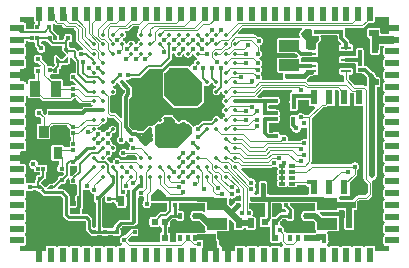
<source format=gtl>
G04 Layer: TopLayer*
G04 EasyEDA v6.5.21, 2022-10-22 16:28:30*
G04 167bdced229c4b2ca01845534b4d4eab,294cf934c43b457281b0b0dcd80bbfec,10*
G04 Gerber Generator version 0.2*
G04 Scale: 100 percent, Rotated: No, Reflected: No *
G04 Dimensions in millimeters *
G04 leading zeros omitted , absolute positions ,4 integer and 5 decimal *
%FSLAX45Y45*%
%MOMM*%

%AMMACRO1*21,1,$1,$2,0,0,$3*%
%AMMACRO2*4,1,5,0.2501,0.1749,0.2501,-0.1749,-0.2501,-0.1749,-0.2501,-0.1251,0.0499,0.1749,0.2501,0.1749,0*%
%AMMACRO3*4,1,6,-0.2249,-0.1751,-0.2249,0.1751,0.2249,0.1751,0.2249,0.125,0.2249,0.0749,-0.0251,-0.1751,-0.2249,-0.1751,0*%
%AMMACRO4*4,1,6,0.2249,-0.1749,-0.2249,-0.1749,-0.2249,0.1749,-0.0751,0.1749,-0.0251,0.1749,0.2249,-0.0751,0.2249,-0.1749,0*%
%AMMACRO5*4,1,6,-0.2251,0.1751,0.2251,0.1751,0.2251,-0.1751,0.1251,-0.1751,0.0249,-0.1751,-0.2251,0.0749,-0.2251,0.1751,0*%
%AMMACRO6*4,1,5,-0.1749,0.2501,0.1749,0.2501,0.1749,-0.2501,0.1251,-0.2501,-0.1749,0.0499,-0.1749,0.2501,0*%
%AMMACRO7*4,1,6,0.1751,-0.2249,-0.1751,-0.2249,-0.1751,0.2249,-0.125,0.2249,-0.0749,0.2249,0.1751,-0.0251,0.1751,-0.2249,0*%
%AMMACRO8*4,1,6,0.1749,0.2249,0.1749,-0.2249,-0.1749,-0.2249,-0.1749,-0.0751,-0.1749,-0.0251,0.0751,0.2249,0.1749,0.2249,0*%
%AMMACRO9*4,1,6,-0.1751,-0.2251,-0.1751,0.2251,0.1751,0.2251,0.1751,0.1251,0.1751,0.0249,-0.0749,-0.2251,-0.1751,-0.2251,0*%
%AMMACRO10*4,1,20,0.8255,-1.1989,0.39,-1.1989,0.39,-1.8999,0.11,-1.8999,0.11,-1.1989,-0.11,-1.1989,-0.11,-1.8999,-0.39,-1.8999,-0.39,-1.1989,-0.8255,-1.1989,-0.8255,1.1989,-0.39,1.1989,-0.39,1.8999,-0.11,1.8999,-0.11,1.1989,0.11,1.1989,0.11,1.8999,0.39,1.8999,0.39,1.1989,0.8255,1.1989,0.8255,-1.1989,0*%
%ADD10C,0.3500*%
%ADD11C,0.5000*%
%ADD12C,0.1000*%
%ADD13C,0.3900*%
%ADD14C,0.2500*%
%ADD15C,0.3000*%
%ADD16C,0.1500*%
%ADD17C,0.1270*%
%ADD18C,0.2000*%
%ADD19C,0.1800*%
%ADD20C,0.7000*%
%ADD21C,0.6000*%
%ADD22C,0.3990*%
%ADD23C,0.1900*%
%ADD24C,0.1200*%
%ADD25C,0.1600*%
%ADD26MACRO1,1X0.8X90.0000*%
%ADD27R,0.8000X1.0000*%
%ADD28MACRO1,1X0.8X-90.0000*%
%ADD29MACRO2*%
%ADD30MACRO3*%
%ADD31MACRO4*%
%ADD32MACRO5*%
%ADD33MACRO1,0.5X0.5X135.0000*%
%ADD34MACRO6*%
%ADD35MACRO7*%
%ADD36MACRO8*%
%ADD37MACRO9*%
%ADD38MACRO1,0.5X0.5X-135.0000*%
%ADD39MACRO1,0.54X0.7901X-90.0000*%
%ADD40MACRO1,0.54X0.7901X0.0000*%
%ADD41R,0.5400X0.7901*%
%ADD42MACRO1,0.54X0.7901X90.0000*%
%ADD43MACRO1,0.324X0.3685X0.0000*%
%ADD44R,0.3240X0.3684*%
%ADD45MACRO1,0.324X0.3685X-90.0000*%
%ADD46MACRO1,0.324X0.3685X90.0000*%
%ADD47MACRO1,0.324X0.3031X90.0000*%
%ADD48MACRO1,0.324X0.3031X-90.0000*%
%ADD49MACRO1,0.324X0.3031X0.0000*%
%ADD50R,0.3240X0.3031*%
%ADD51MACRO1,1.3X0.925X90.0000*%
%ADD52MACRO1,0.324X0.3683X-90.0000*%
%ADD53MACRO1,0.324X0.3686X-90.0000*%
%ADD54MACRO1,0.324X0.3684X90.0000*%
%ADD55R,1.7200X1.0000*%
%ADD56MACRO1,0.54X0.5656X90.0000*%
%ADD57MACRO1,0.54X0.5656X-90.0000*%
%ADD58C,0.3401*%
%ADD59C,0.3400*%
%ADD60MACRO10*%
%ADD61R,0.8500X0.2800*%
%ADD62R,0.3500X0.5000*%
%ADD63R,1.4500X0.8500*%
%ADD64R,0.5050X0.3000*%
%ADD65MACRO1,0.505X0.3X0.0000*%
%ADD66R,0.6000X1.2000*%
%ADD67R,4.3000X3.4000*%
%ADD68R,1.2000X0.6000*%
%ADD69C,0.4200*%
%ADD70C,0.5000*%
%ADD71C,0.4500*%
%ADD72C,0.0167*%

%LPD*%
G36*
X-425145Y1090625D02*
G01*
X-429006Y1091438D01*
X-432308Y1093622D01*
X-434543Y1096924D01*
X-435305Y1100785D01*
X-435305Y1129284D01*
X-435914Y1133957D01*
X-437489Y1137716D01*
X-439978Y1140968D01*
X-443179Y1143457D01*
X-446938Y1145032D01*
X-451662Y1145641D01*
X-475030Y1145641D01*
X-478942Y1146403D01*
X-482193Y1148588D01*
X-484428Y1151890D01*
X-485190Y1155801D01*
X-485190Y1183843D01*
X-484428Y1187754D01*
X-482193Y1191006D01*
X-478942Y1193241D01*
X-475030Y1194003D01*
X-376834Y1194003D01*
X-372973Y1193241D01*
X-369671Y1191006D01*
X-367487Y1187754D01*
X-366674Y1183843D01*
X-366674Y1160627D01*
X-366064Y1155903D01*
X-364490Y1152144D01*
X-359613Y1146149D01*
X-358343Y1142695D01*
X-358343Y1139037D01*
X-359664Y1135583D01*
X-363016Y1132179D01*
X-365506Y1128928D01*
X-367080Y1125169D01*
X-367690Y1120495D01*
X-367690Y1100785D01*
X-368452Y1096924D01*
X-370687Y1093622D01*
X-373989Y1091438D01*
X-377850Y1090625D01*
G37*

%LPD*%
G36*
X499008Y964946D02*
G01*
X494893Y965809D01*
X491439Y968298D01*
X486003Y978255D01*
X481431Y983640D01*
X475843Y987907D01*
X469442Y990853D01*
X462534Y992378D01*
X455472Y992378D01*
X448564Y990853D01*
X442163Y987907D01*
X436524Y983640D01*
X432003Y978255D01*
X428142Y971042D01*
X425907Y968146D01*
X422757Y966266D01*
X418846Y965606D01*
X415239Y966266D01*
X412089Y968146D01*
X409854Y971042D01*
X406044Y978255D01*
X401472Y983640D01*
X395833Y987907D01*
X389636Y990752D01*
X386384Y993140D01*
X384352Y996543D01*
X383743Y1000506D01*
X384759Y1004417D01*
X387197Y1007618D01*
X390652Y1009599D01*
X392734Y1010310D01*
X398780Y1013968D01*
X403910Y1018794D01*
X407873Y1024636D01*
X410464Y1031189D01*
X411581Y1038148D01*
X411226Y1045210D01*
X409346Y1052017D01*
X405434Y1059281D01*
X404266Y1063294D01*
X404774Y1067409D01*
X406908Y1070965D01*
X410311Y1073353D01*
X414375Y1074267D01*
X424789Y1074318D01*
X430022Y1075232D01*
X434543Y1077315D01*
X438962Y1080719D01*
X467055Y1108862D01*
X470357Y1111046D01*
X474268Y1111859D01*
X514959Y1111859D01*
X519226Y1110894D01*
X522732Y1108252D01*
X524764Y1104341D01*
X524967Y1099972D01*
X523341Y1095908D01*
X520700Y1092098D01*
X518922Y1087424D01*
X518261Y1081887D01*
X518261Y1069340D01*
X517601Y1065834D01*
X515823Y1062786D01*
X512013Y1058265D01*
X508660Y1052017D01*
X506780Y1045210D01*
X506425Y1038148D01*
X507542Y1031189D01*
X510184Y1024636D01*
X514146Y1018794D01*
X519226Y1013968D01*
X525322Y1010310D01*
X527354Y1009599D01*
X530809Y1007618D01*
X533247Y1004417D01*
X534263Y1000506D01*
X533704Y996543D01*
X531622Y993140D01*
X528370Y990752D01*
X522173Y987907D01*
X516534Y983640D01*
X512013Y978255D01*
X506526Y968298D01*
X503123Y965809D01*
G37*

%LPD*%
G36*
X4318Y905967D02*
G01*
X812Y907287D01*
X-1930Y909726D01*
X-3810Y912114D01*
X-11684Y919937D01*
X-16662Y923340D01*
X-21996Y925372D01*
X-28244Y926134D01*
X-52628Y926134D01*
X-56540Y926947D01*
X-59893Y929182D01*
X-62077Y932535D01*
X-64160Y937818D01*
X-66598Y940968D01*
X-70104Y944270D01*
X-71475Y947013D01*
X-71983Y950112D01*
X-71983Y961745D01*
X-70815Y966724D01*
X-70510Y969365D01*
X-69037Y973632D01*
X-65887Y976833D01*
X-61620Y978357D01*
X-55727Y979068D01*
X-51968Y980592D01*
X-48768Y983081D01*
X-46278Y986282D01*
X-44704Y990041D01*
X-44094Y994765D01*
X-44094Y1030274D01*
X-44704Y1034999D01*
X-46278Y1038758D01*
X-48768Y1041958D01*
X-51968Y1044448D01*
X-55778Y1046022D01*
X-60452Y1046632D01*
X-91541Y1046632D01*
X-96215Y1046022D01*
X-100025Y1044448D01*
X-103225Y1041958D01*
X-105714Y1038758D01*
X-107289Y1034999D01*
X-107899Y1030274D01*
X-107899Y1021181D01*
X-108661Y1017269D01*
X-110845Y1013968D01*
X-117551Y1007059D01*
X-120243Y1002842D01*
X-122478Y1000353D01*
X-125476Y998728D01*
X-128828Y998118D01*
X-143306Y998118D01*
X-147218Y998931D01*
X-150520Y1001115D01*
X-152704Y1004417D01*
X-153466Y1008278D01*
X-153466Y1025499D01*
X-154127Y1030173D01*
X-155651Y1033932D01*
X-158140Y1037183D01*
X-162458Y1040485D01*
X-164185Y1042162D01*
X-168402Y1047445D01*
X-201472Y1080668D01*
X-203301Y1083157D01*
X-204266Y1086104D01*
X-204317Y1120495D01*
X-204012Y1124966D01*
X-202082Y1128674D01*
X-198780Y1131265D01*
X-194716Y1132281D01*
X-190601Y1131620D01*
X-187096Y1129334D01*
X-184912Y1127201D01*
X-180594Y1124204D01*
X-175920Y1122426D01*
X-170383Y1121765D01*
X-136296Y1121765D01*
X-132384Y1120952D01*
X-129082Y1118768D01*
X-110134Y1099820D01*
X-105664Y1096772D01*
X-100990Y1094994D01*
X-95453Y1094333D01*
X-33680Y1094333D01*
X-29768Y1093520D01*
X-26466Y1091336D01*
X-14579Y1079449D01*
X-12395Y1076147D01*
X-11582Y1072235D01*
X-11582Y997559D01*
X-10617Y991260D01*
X-8534Y986739D01*
X-5130Y982319D01*
X46278Y930960D01*
X48514Y927608D01*
X49225Y923594D01*
X48361Y919632D01*
X46024Y916381D01*
X42570Y914247D01*
X38557Y913637D01*
X30480Y914044D01*
X23164Y912926D01*
X16205Y910336D01*
X11430Y907338D01*
X7975Y906018D01*
G37*

%LPD*%
G36*
X1574952Y660704D02*
G01*
X1570837Y661619D01*
X1567383Y664057D01*
X1565300Y667715D01*
X1564843Y671931D01*
X1565656Y679958D01*
X1564894Y687324D01*
X1562658Y694385D01*
X1559102Y700887D01*
X1554835Y705815D01*
X1553006Y708914D01*
X1552397Y712470D01*
X1553006Y715975D01*
X1554835Y719074D01*
X1559102Y724001D01*
X1562658Y730504D01*
X1564894Y737565D01*
X1565656Y744931D01*
X1564894Y752348D01*
X1562658Y759409D01*
X1558594Y766775D01*
X1557629Y769162D01*
X1557324Y773176D01*
X1557629Y775716D01*
X1558594Y778103D01*
X1562658Y785520D01*
X1564894Y792581D01*
X1565656Y799947D01*
X1564894Y807313D01*
X1562658Y814374D01*
X1559102Y820877D01*
X1554276Y826465D01*
X1547164Y831850D01*
X1544675Y834593D01*
X1543304Y838098D01*
X1543304Y841806D01*
X1544675Y845312D01*
X1547164Y848055D01*
X1554276Y853440D01*
X1559102Y859028D01*
X1562658Y865530D01*
X1564894Y872591D01*
X1565656Y879957D01*
X1564894Y887323D01*
X1562658Y894384D01*
X1559102Y900887D01*
X1551533Y909218D01*
X1550212Y911961D01*
X1549704Y914958D01*
X1549654Y938377D01*
X1548536Y944524D01*
X1548688Y948842D01*
X1550670Y952753D01*
X1554073Y955446D01*
X1555902Y956360D01*
X1561744Y960882D01*
X1566570Y966520D01*
X1570177Y973023D01*
X1572412Y980084D01*
X1573123Y987450D01*
X1572412Y994816D01*
X1570177Y1001877D01*
X1566570Y1008380D01*
X1561744Y1014018D01*
X1555902Y1018540D01*
X1549247Y1021791D01*
X1542034Y1023670D01*
X1531569Y1024128D01*
X1528673Y1025144D01*
X1526235Y1026921D01*
X1515313Y1037793D01*
X1510944Y1040790D01*
X1506270Y1042568D01*
X1500733Y1043228D01*
X1371092Y1043228D01*
X1367231Y1044041D01*
X1363929Y1046226D01*
X1361744Y1049528D01*
X1360932Y1053388D01*
X1361744Y1057300D01*
X1363929Y1060602D01*
X1399489Y1096162D01*
X1402791Y1098346D01*
X1406702Y1099159D01*
X1895246Y1099159D01*
X1899157Y1098346D01*
X1902460Y1096162D01*
X1904644Y1092860D01*
X1905406Y1088999D01*
X1904644Y1085088D01*
X1902460Y1081786D01*
X1890166Y1069543D01*
X1885797Y1064158D01*
X1882902Y1058418D01*
X1881225Y1052220D01*
X1880920Y1045819D01*
X1881886Y1039520D01*
X1886813Y1027582D01*
X1887575Y1023670D01*
X1886864Y1019759D01*
X1884629Y1016457D01*
X1881327Y1014221D01*
X1877415Y1013409D01*
X1708657Y1013409D01*
X1703984Y1012799D01*
X1700225Y1011275D01*
X1696974Y1008786D01*
X1694484Y1005535D01*
X1692960Y1001776D01*
X1692300Y997051D01*
X1692300Y898398D01*
X1692960Y893673D01*
X1694484Y889914D01*
X1696974Y886714D01*
X1700225Y884224D01*
X1703984Y882650D01*
X1708657Y882040D01*
X1844344Y882040D01*
X1848205Y881278D01*
X1851507Y879094D01*
X1865477Y865174D01*
X1867662Y861923D01*
X1868424Y858012D01*
X1867662Y854100D01*
X1865477Y850798D01*
X1862175Y848614D01*
X1858264Y847852D01*
X1708657Y847852D01*
X1703984Y847242D01*
X1700225Y845667D01*
X1696974Y843178D01*
X1694484Y839927D01*
X1692960Y836168D01*
X1692300Y831494D01*
X1692300Y732790D01*
X1692960Y728116D01*
X1694484Y724357D01*
X1696974Y721106D01*
X1700225Y718616D01*
X1703984Y717042D01*
X1708657Y716432D01*
X1736343Y716432D01*
X1740255Y715670D01*
X1743557Y713435D01*
X1745742Y710082D01*
X1746504Y706170D01*
X1745691Y702259D01*
X1744014Y698398D01*
X1742541Y691134D01*
X1742541Y683768D01*
X1744014Y676503D01*
X1744725Y674878D01*
X1745538Y670966D01*
X1744776Y667054D01*
X1742592Y663752D01*
X1739290Y661517D01*
X1735378Y660704D01*
G37*

%LPD*%
G36*
X-426008Y626414D02*
G01*
X-429920Y627176D01*
X-433222Y629412D01*
X-435406Y632714D01*
X-437489Y637743D01*
X-439978Y640994D01*
X-443179Y643432D01*
X-446938Y645007D01*
X-451662Y645617D01*
X-475030Y645617D01*
X-478942Y646430D01*
X-482193Y648614D01*
X-484428Y651916D01*
X-485190Y655777D01*
X-485190Y744067D01*
X-484428Y747979D01*
X-482193Y751281D01*
X-478942Y753465D01*
X-475030Y754227D01*
X-451662Y754227D01*
X-446938Y754888D01*
X-443179Y756412D01*
X-439978Y758901D01*
X-437489Y762152D01*
X-435914Y765911D01*
X-435305Y770636D01*
X-435305Y829259D01*
X-435914Y833983D01*
X-437489Y837742D01*
X-439978Y840994D01*
X-443636Y844651D01*
X-444957Y848106D01*
X-444957Y851814D01*
X-443636Y855268D01*
X-439978Y858926D01*
X-437489Y862126D01*
X-435914Y865936D01*
X-435305Y870610D01*
X-435305Y929284D01*
X-435914Y934008D01*
X-437489Y937768D01*
X-439978Y940968D01*
X-443636Y944626D01*
X-444957Y948080D01*
X-444957Y951788D01*
X-443636Y955243D01*
X-439978Y958900D01*
X-437489Y962152D01*
X-435914Y965911D01*
X-435305Y970635D01*
X-435305Y976579D01*
X-434543Y980490D01*
X-432308Y983792D01*
X-429006Y985977D01*
X-425145Y986739D01*
X-419455Y986739D01*
X-416407Y986282D01*
X-413613Y984910D01*
X-411327Y982726D01*
X-408127Y980236D01*
X-404368Y978662D01*
X-399643Y978052D01*
X-370636Y978052D01*
X-365556Y977798D01*
X-361797Y975715D01*
X-359257Y972261D01*
X-358343Y968095D01*
X-358343Y952195D01*
X-357632Y945896D01*
X-355752Y940460D01*
X-352552Y935431D01*
X-350316Y932942D01*
X-344678Y927506D01*
X-342849Y925068D01*
X-341833Y922223D01*
X-340106Y913993D01*
X-337210Y907135D01*
X-332943Y901090D01*
X-327609Y895959D01*
X-321360Y892048D01*
X-312978Y889050D01*
X-310388Y887526D01*
X-307086Y888339D01*
X-299618Y888695D01*
X-292404Y890574D01*
X-285750Y893826D01*
X-279908Y898398D01*
X-275082Y903986D01*
X-271475Y910488D01*
X-269240Y917549D01*
X-268528Y924915D01*
X-269240Y932332D01*
X-271475Y939393D01*
X-275082Y945896D01*
X-279908Y951484D01*
X-285750Y956056D01*
X-292404Y959307D01*
X-299364Y961085D01*
X-303276Y963117D01*
X-305968Y966622D01*
X-306933Y970940D01*
X-306933Y974090D01*
X-306171Y978001D01*
X-303987Y981252D01*
X-300685Y983487D01*
X-296773Y984250D01*
X-264312Y984250D01*
X-261061Y983691D01*
X-258114Y982167D01*
X-255625Y980236D01*
X-250952Y978306D01*
X-247650Y976071D01*
X-226009Y954481D01*
X-221335Y950721D01*
X-216154Y948182D01*
X-210515Y946912D01*
X-207365Y946759D01*
X-137617Y946759D01*
X-133451Y945845D01*
X-129997Y943305D01*
X-127914Y939546D01*
X-127558Y935278D01*
X-128320Y929284D01*
X-128320Y910590D01*
X-127711Y905865D01*
X-126187Y902106D01*
X-124155Y899515D01*
X-122631Y896721D01*
X-120751Y891336D01*
X-117703Y886460D01*
X-113639Y882396D01*
X-108762Y879348D01*
X-101955Y876706D01*
X-99517Y874623D01*
X-97332Y871321D01*
X-96570Y867410D01*
X-97332Y863549D01*
X-99517Y860247D01*
X-122935Y836828D01*
X-126237Y834593D01*
X-130149Y833831D01*
X-134010Y834593D01*
X-137312Y836828D01*
X-161086Y860552D01*
X-164846Y863447D01*
X-168605Y865022D01*
X-173329Y865632D01*
X-181965Y865632D01*
X-186690Y865022D01*
X-190449Y863447D01*
X-193700Y860958D01*
X-196189Y857758D01*
X-197713Y853948D01*
X-198374Y849274D01*
X-198374Y805586D01*
X-197713Y800912D01*
X-196189Y797153D01*
X-190855Y790600D01*
X-189687Y786536D01*
X-190296Y782269D01*
X-192582Y778662D01*
X-198374Y772769D01*
X-201371Y770636D01*
X-204927Y769721D01*
X-208584Y770128D01*
X-212496Y772312D01*
X-219405Y775716D01*
X-226872Y777646D01*
X-234594Y778052D01*
X-242214Y776884D01*
X-244856Y775919D01*
X-248615Y775258D01*
X-252374Y776071D01*
X-255524Y778256D01*
X-257708Y781405D01*
X-259588Y791260D01*
X-261721Y795985D01*
X-265328Y800608D01*
X-295656Y830935D01*
X-297840Y834237D01*
X-298602Y838098D01*
X-298602Y852982D01*
X-299212Y857707D01*
X-300786Y861466D01*
X-303276Y864666D01*
X-306527Y867156D01*
X-310489Y868781D01*
X-312470Y870153D01*
X-316382Y869340D01*
X-350469Y869340D01*
X-355193Y868730D01*
X-358952Y867156D01*
X-362204Y864666D01*
X-364693Y861466D01*
X-366217Y857707D01*
X-366826Y852982D01*
X-366826Y821893D01*
X-366217Y817219D01*
X-364693Y813460D01*
X-362204Y810209D01*
X-358952Y807720D01*
X-355193Y806145D01*
X-350469Y805535D01*
X-335838Y805535D01*
X-331978Y804773D01*
X-328676Y802589D01*
X-312775Y786688D01*
X-310591Y783386D01*
X-309778Y779526D01*
X-310591Y775614D01*
X-312775Y772312D01*
X-316077Y770128D01*
X-319938Y769366D01*
X-350469Y769366D01*
X-355193Y768705D01*
X-358952Y767181D01*
X-362204Y764692D01*
X-364693Y761441D01*
X-366217Y757682D01*
X-366826Y752957D01*
X-366826Y721918D01*
X-366217Y717194D01*
X-364693Y713435D01*
X-362204Y710184D01*
X-358394Y707288D01*
X-356260Y705053D01*
X-354888Y702310D01*
X-354431Y699262D01*
X-354431Y675792D01*
X-355193Y671931D01*
X-357428Y668629D01*
X-360680Y666394D01*
X-364591Y665632D01*
X-399491Y665632D01*
X-404215Y665022D01*
X-407974Y663448D01*
X-411175Y660958D01*
X-413664Y657758D01*
X-415239Y653999D01*
X-415848Y649274D01*
X-415848Y636574D01*
X-416610Y632663D01*
X-418846Y629361D01*
X-422148Y627176D01*
G37*

%LPD*%
G36*
X-109270Y606653D02*
G01*
X-113182Y607415D01*
X-116484Y609600D01*
X-118668Y612902D01*
X-119430Y616813D01*
X-119430Y649274D01*
X-120091Y653999D01*
X-121615Y657758D01*
X-124104Y660958D01*
X-127355Y663448D01*
X-131114Y665022D01*
X-135839Y665632D01*
X-208432Y665632D01*
X-212344Y666394D01*
X-215646Y668629D01*
X-232105Y685088D01*
X-234391Y688644D01*
X-235051Y692810D01*
X-233934Y696925D01*
X-231241Y700227D01*
X-227482Y702106D01*
X-219405Y704189D01*
X-214172Y706272D01*
X-211175Y706323D01*
X-205333Y705561D01*
X-169824Y705561D01*
X-165100Y706170D01*
X-161340Y707745D01*
X-158140Y710184D01*
X-155651Y713435D01*
X-154076Y717194D01*
X-153466Y721918D01*
X-153466Y741019D01*
X-152704Y744829D01*
X-150571Y748131D01*
X-144424Y754329D01*
X-140716Y759104D01*
X-138277Y764336D01*
X-137617Y766572D01*
X-136956Y772718D01*
X-135890Y776224D01*
X-133654Y779170D01*
X-130505Y781100D01*
X-126847Y781761D01*
X-95707Y781761D01*
X-89458Y782472D01*
X-84023Y784352D01*
X-76504Y788873D01*
X-69748Y791514D01*
X-66598Y793902D01*
X-64160Y797153D01*
X-62585Y800912D01*
X-61976Y805586D01*
X-61976Y838352D01*
X-61214Y842213D01*
X-59029Y845515D01*
X-55829Y847699D01*
X-51968Y848512D01*
X-48107Y847852D01*
X-44805Y845718D01*
X-42519Y842518D01*
X-40386Y837742D01*
X-36474Y832764D01*
X-16814Y813104D01*
X-14630Y809802D01*
X-13868Y805942D01*
X-13868Y724306D01*
X-14630Y720394D01*
X-16814Y717143D01*
X-20116Y714908D01*
X-24028Y714146D01*
X-48209Y714146D01*
X-52882Y713536D01*
X-56641Y711962D01*
X-59893Y709472D01*
X-62382Y706272D01*
X-63957Y702462D01*
X-64566Y697788D01*
X-64566Y662279D01*
X-63957Y657555D01*
X-62382Y653796D01*
X-59893Y650544D01*
X-56641Y648106D01*
X-52882Y646531D01*
X-48209Y645922D01*
X-36271Y645922D01*
X-32359Y645109D01*
X-29108Y642924D01*
X-15951Y629818D01*
X-13766Y626516D01*
X-12954Y622604D01*
X-13766Y618744D01*
X-15951Y615442D01*
X-19253Y613206D01*
X-23114Y612444D01*
X-48209Y612444D01*
X-52882Y611835D01*
X-56641Y610260D01*
X-58674Y608736D01*
X-61569Y607161D01*
X-64820Y606653D01*
G37*

%LPD*%
G36*
X823214Y439928D02*
G01*
X819353Y440690D01*
X816051Y442925D01*
X741984Y516940D01*
X739800Y520242D01*
X739038Y524154D01*
X739038Y713232D01*
X739800Y717143D01*
X741984Y720394D01*
X776020Y754481D01*
X779322Y756666D01*
X783234Y757428D01*
X937310Y757428D01*
X941171Y756666D01*
X944473Y754481D01*
X1056030Y642924D01*
X1058265Y639622D01*
X1059027Y635711D01*
X1059027Y484124D01*
X1058265Y480263D01*
X1056030Y476961D01*
X1021994Y442925D01*
X1018692Y440690D01*
X1014831Y439928D01*
G37*

%LPD*%
G36*
X368300Y339140D02*
G01*
X364388Y339902D01*
X361086Y342138D01*
X328726Y374497D01*
X323596Y378206D01*
X318922Y379984D01*
X313385Y380644D01*
X289864Y380644D01*
X286004Y381406D01*
X282702Y383641D01*
X280517Y386943D01*
X279704Y390804D01*
X279704Y518058D01*
X280619Y522173D01*
X283108Y525627D01*
X286766Y527710D01*
X290982Y528167D01*
X299008Y527253D01*
X306019Y528015D01*
X312724Y530301D01*
X318770Y533958D01*
X323900Y538784D01*
X327863Y544626D01*
X330454Y551180D01*
X331571Y558139D01*
X331216Y565200D01*
X329336Y572008D01*
X326034Y578256D01*
X321462Y583641D01*
X315823Y587908D01*
X309626Y590753D01*
X306374Y593140D01*
X304342Y596544D01*
X303733Y600506D01*
X304749Y604418D01*
X307187Y607618D01*
X310642Y609600D01*
X312724Y610311D01*
X318770Y613968D01*
X323900Y618794D01*
X327863Y624636D01*
X329590Y628954D01*
X331774Y632307D01*
X335076Y634593D01*
X338988Y635355D01*
X342950Y634593D01*
X346252Y632307D01*
X348437Y628954D01*
X350164Y624636D01*
X354126Y618794D01*
X359257Y613968D01*
X364032Y611073D01*
X366014Y609549D01*
X400354Y575157D01*
X402590Y571855D01*
X403352Y567994D01*
X403352Y551789D01*
X402590Y547928D01*
X400354Y544626D01*
X387705Y531977D01*
X384403Y528116D01*
X381152Y522427D01*
X379171Y516331D01*
X378460Y509473D01*
X378460Y349300D01*
X377698Y345389D01*
X375462Y342138D01*
X372160Y339902D01*
G37*

%LPD*%
G36*
X521106Y224739D02*
G01*
X517601Y225348D01*
X508965Y230378D01*
X502869Y232359D01*
X496011Y233070D01*
X480974Y233070D01*
X477062Y233883D01*
X473760Y236067D01*
X442823Y267208D01*
X440588Y270510D01*
X439826Y274370D01*
X439826Y493064D01*
X440639Y496925D01*
X442823Y500227D01*
X455472Y512876D01*
X458774Y516737D01*
X462026Y522427D01*
X464007Y528523D01*
X464718Y535381D01*
X464718Y584504D01*
X464312Y589584D01*
X462635Y595884D01*
X459740Y601624D01*
X455371Y607009D01*
X418795Y643585D01*
X416509Y647039D01*
X415798Y651154D01*
X416814Y655167D01*
X419354Y658469D01*
X422960Y660450D01*
X427126Y660857D01*
X434543Y661212D01*
X441756Y663092D01*
X448411Y666343D01*
X458571Y674471D01*
X462788Y675386D01*
X526338Y675386D01*
X533044Y676503D01*
X537870Y678637D01*
X542544Y682294D01*
X607669Y747420D01*
X610971Y749604D01*
X614832Y750417D01*
X708863Y750417D01*
X715518Y751484D01*
X720344Y753618D01*
X725017Y757275D01*
X794512Y826769D01*
X798474Y832256D01*
X800354Y837184D01*
X801065Y843076D01*
X801065Y873963D01*
X801979Y878179D01*
X804570Y881634D01*
X808329Y883716D01*
X812647Y884021D01*
X818337Y883208D01*
X822350Y881735D01*
X825398Y878738D01*
X826973Y874776D01*
X827532Y871219D01*
X830173Y864666D01*
X834136Y858824D01*
X839216Y853948D01*
X845312Y850290D01*
X851966Y848055D01*
X858977Y847293D01*
X865987Y848055D01*
X872693Y850290D01*
X878738Y853948D01*
X883869Y858824D01*
X887831Y864666D01*
X889558Y868984D01*
X891743Y872337D01*
X895045Y874572D01*
X899007Y875385D01*
X902919Y874572D01*
X906271Y872337D01*
X908456Y868984D01*
X910183Y864666D01*
X914146Y858824D01*
X919226Y853948D01*
X925321Y850290D01*
X931976Y848055D01*
X938987Y847293D01*
X945997Y848055D01*
X952703Y850290D01*
X958748Y853948D01*
X963879Y858824D01*
X967841Y864666D01*
X969568Y868984D01*
X971753Y872337D01*
X975055Y874572D01*
X979017Y875385D01*
X982929Y874572D01*
X986282Y872337D01*
X988466Y868984D01*
X990193Y864666D01*
X994156Y858824D01*
X999236Y853948D01*
X1005332Y850290D01*
X1007364Y849630D01*
X1010818Y847598D01*
X1013256Y844397D01*
X1014272Y840536D01*
X1013714Y836574D01*
X1011631Y833119D01*
X1008380Y830783D01*
X1002182Y827887D01*
X996543Y823620D01*
X992022Y818235D01*
X988669Y811987D01*
X986790Y805230D01*
X986637Y802640D01*
X985723Y798830D01*
X983386Y795680D01*
X980033Y793648D01*
X977849Y792835D01*
X971550Y788924D01*
X966216Y783793D01*
X961948Y777748D01*
X959307Y773531D01*
X956056Y771347D01*
X952195Y770585D01*
X948334Y771398D01*
X945540Y772515D01*
X940866Y773125D01*
X779678Y773125D01*
X774954Y772515D01*
X771194Y770940D01*
X767435Y768045D01*
X728370Y729030D01*
X725474Y725220D01*
X723950Y721461D01*
X723341Y716788D01*
X723341Y520598D01*
X723950Y515924D01*
X725474Y512114D01*
X728370Y508355D01*
X807466Y429310D01*
X811225Y426415D01*
X814984Y424840D01*
X819658Y424230D01*
X1018336Y424230D01*
X1023061Y424840D01*
X1026820Y426415D01*
X1030579Y429310D01*
X1069644Y468376D01*
X1072540Y472135D01*
X1074115Y475894D01*
X1074724Y480618D01*
X1074724Y599744D01*
X1075436Y603504D01*
X1077518Y606704D01*
X1080617Y608939D01*
X1084326Y609854D01*
X1088136Y609346D01*
X1091996Y608025D01*
X1099007Y607263D01*
X1106017Y608025D01*
X1112723Y610311D01*
X1118768Y613968D01*
X1123899Y618794D01*
X1127861Y624636D01*
X1129588Y628954D01*
X1131773Y632307D01*
X1135075Y634593D01*
X1138986Y635355D01*
X1142949Y634593D01*
X1146251Y632307D01*
X1148435Y628954D01*
X1150162Y624636D01*
X1154125Y618794D01*
X1159256Y613968D01*
X1165301Y610311D01*
X1167384Y609600D01*
X1170838Y607618D01*
X1173276Y604418D01*
X1174242Y600506D01*
X1173683Y596544D01*
X1171600Y593140D01*
X1168400Y590753D01*
X1162202Y587908D01*
X1156563Y583641D01*
X1151991Y578256D01*
X1148689Y572008D01*
X1146810Y565200D01*
X1146403Y558139D01*
X1147572Y551180D01*
X1150162Y544626D01*
X1154125Y538784D01*
X1159256Y533958D01*
X1165301Y530301D01*
X1172006Y528015D01*
X1179017Y527253D01*
X1186027Y528015D01*
X1192733Y530301D01*
X1198778Y533958D01*
X1203909Y538784D01*
X1207871Y544626D01*
X1209548Y548944D01*
X1211732Y552297D01*
X1215085Y554532D01*
X1218996Y555345D01*
X1222908Y554532D01*
X1226261Y552297D01*
X1228445Y548944D01*
X1230172Y544626D01*
X1234135Y538784D01*
X1239215Y533958D01*
X1245311Y530301D01*
X1247292Y529590D01*
X1250797Y527608D01*
X1253236Y524408D01*
X1254201Y520547D01*
X1253642Y516585D01*
X1251559Y513130D01*
X1248359Y510743D01*
X1242161Y507898D01*
X1236522Y503631D01*
X1232001Y498246D01*
X1228648Y491998D01*
X1226769Y485241D01*
X1226413Y478180D01*
X1227531Y471220D01*
X1230172Y464667D01*
X1234135Y458825D01*
X1239215Y453948D01*
X1245311Y450291D01*
X1247343Y449630D01*
X1250797Y447598D01*
X1253236Y444398D01*
X1254252Y440537D01*
X1253693Y436575D01*
X1251610Y433120D01*
X1248359Y430784D01*
X1242161Y427888D01*
X1236522Y423621D01*
X1232001Y418236D01*
X1228648Y411988D01*
X1226769Y405231D01*
X1226413Y398170D01*
X1227531Y391210D01*
X1230172Y384657D01*
X1234135Y378815D01*
X1239215Y373938D01*
X1245311Y370281D01*
X1247292Y369620D01*
X1250797Y367588D01*
X1253236Y364439D01*
X1254201Y360527D01*
X1253642Y356565D01*
X1251559Y353110D01*
X1248359Y350774D01*
X1242161Y347929D01*
X1236522Y343662D01*
X1232001Y338277D01*
X1228140Y331063D01*
X1225905Y328168D01*
X1222756Y326288D01*
X1218844Y325628D01*
X1215237Y326288D01*
X1212088Y328168D01*
X1209852Y331063D01*
X1206042Y338277D01*
X1201470Y343662D01*
X1195832Y347929D01*
X1189431Y350875D01*
X1182522Y352399D01*
X1175461Y352399D01*
X1168603Y350875D01*
X1162202Y347929D01*
X1156563Y343662D01*
X1151991Y338277D01*
X1148689Y332028D01*
X1146810Y325221D01*
X1145895Y320598D01*
X1143762Y317550D01*
X1137310Y311099D01*
X1134059Y308914D01*
X1130147Y308152D01*
X1064107Y308152D01*
X1057097Y307035D01*
X1052017Y304749D01*
X1047140Y300888D01*
X1025652Y279450D01*
X1022146Y277164D01*
X1009853Y275386D01*
X1002893Y272846D01*
X996594Y268884D01*
X993851Y266293D01*
X990549Y264210D01*
X986739Y263499D01*
X982929Y264312D01*
X979678Y266496D01*
X933094Y313080D01*
X929335Y315976D01*
X925576Y317500D01*
X920851Y318160D01*
X854710Y318160D01*
X850849Y318922D01*
X847547Y321106D01*
X813104Y355549D01*
X809294Y358444D01*
X805535Y360019D01*
X800862Y360629D01*
X739698Y360629D01*
X734974Y360019D01*
X731215Y358444D01*
X727456Y355549D01*
X648411Y276504D01*
X645566Y272846D01*
X642264Y270052D01*
X638149Y268884D01*
X633882Y269544D01*
X627583Y271932D01*
X620725Y273050D01*
X613816Y272643D01*
X607161Y270865D01*
X600964Y267716D01*
X595172Y263042D01*
X567893Y235762D01*
X563016Y232968D01*
X556717Y229006D01*
X555142Y227533D01*
X551942Y225450D01*
X548132Y224739D01*
G37*

%LPD*%
G36*
X1886204Y140563D02*
G01*
X1795170Y140614D01*
X1791055Y141528D01*
X1787652Y143967D01*
X1785569Y147624D01*
X1785112Y151841D01*
X1785670Y157429D01*
X1784908Y164795D01*
X1782673Y171856D01*
X1779117Y178358D01*
X1774291Y183997D01*
X1768398Y188518D01*
X1761743Y191770D01*
X1754581Y193649D01*
X1747164Y194005D01*
X1739849Y192887D01*
X1734769Y191008D01*
X1730756Y190398D01*
X1726793Y191414D01*
X1723542Y193903D01*
X1717802Y204216D01*
X1712772Y210108D01*
X1706676Y214833D01*
X1699768Y218236D01*
X1692300Y220167D01*
X1684578Y220522D01*
X1676958Y219354D01*
X1669694Y216712D01*
X1666493Y214680D01*
X1663903Y213512D01*
X1661109Y213156D01*
X1630832Y213156D01*
X1626971Y213918D01*
X1623669Y216103D01*
X1621485Y219405D01*
X1620672Y223316D01*
X1620672Y240487D01*
X1619808Y247853D01*
X1619808Y279857D01*
X1620570Y283768D01*
X1622806Y287070D01*
X1626057Y289255D01*
X1629968Y290017D01*
X1680972Y290017D01*
X1688388Y290830D01*
X1694992Y292963D01*
X1697075Y294182D01*
X1701749Y295554D01*
X1705508Y297129D01*
X1708759Y299618D01*
X1711198Y302818D01*
X1712772Y306578D01*
X1713382Y311302D01*
X1713636Y315874D01*
X1714449Y319786D01*
X1714449Y326694D01*
X1713382Y332740D01*
X1713382Y340258D01*
X1712772Y344982D01*
X1711553Y349961D01*
X1712772Y354888D01*
X1713382Y359613D01*
X1713382Y388569D01*
X1712772Y393293D01*
X1711198Y397052D01*
X1708759Y400304D01*
X1705508Y402793D01*
X1701749Y404317D01*
X1698447Y404774D01*
X1694688Y406044D01*
X1691843Y407670D01*
X1685289Y409803D01*
X1677873Y410565D01*
X1629867Y410565D01*
X1625955Y411378D01*
X1622653Y413562D01*
X1620469Y416864D01*
X1619707Y420725D01*
X1619707Y434848D01*
X1620469Y438759D01*
X1622653Y442061D01*
X1625955Y444246D01*
X1629867Y445008D01*
X1680972Y445008D01*
X1688388Y445820D01*
X1694992Y447954D01*
X1697075Y449173D01*
X1701749Y450545D01*
X1705508Y452120D01*
X1708759Y454609D01*
X1711198Y457809D01*
X1712772Y461619D01*
X1713382Y466293D01*
X1713636Y470814D01*
X1714449Y474776D01*
X1714449Y481685D01*
X1713382Y487730D01*
X1713382Y495300D01*
X1712772Y499973D01*
X1711198Y503732D01*
X1708759Y506984D01*
X1705508Y509473D01*
X1701749Y511048D01*
X1697024Y511657D01*
X1665986Y511657D01*
X1663598Y511403D01*
X1604314Y511403D01*
X1602028Y511606D01*
X1570990Y511606D01*
X1566265Y510997D01*
X1561287Y508914D01*
X1557375Y508152D01*
X1536039Y508152D01*
X1532178Y508914D01*
X1528876Y511149D01*
X1526692Y514451D01*
X1525879Y518312D01*
X1526692Y522224D01*
X1528876Y525526D01*
X1574495Y571144D01*
X1577797Y573328D01*
X1581708Y574141D01*
X1811375Y574141D01*
X1815592Y573176D01*
X1819046Y570585D01*
X1821129Y566775D01*
X1821434Y562457D01*
X1819859Y558393D01*
X1816760Y555345D01*
X1811477Y553720D01*
X1807718Y552145D01*
X1804466Y549706D01*
X1801977Y546455D01*
X1800402Y542696D01*
X1799793Y537972D01*
X1799793Y506933D01*
X1801520Y497484D01*
X1800707Y493572D01*
X1797608Y486359D01*
X1796034Y478790D01*
X1796034Y471119D01*
X1797608Y463550D01*
X1800707Y456336D01*
X1801520Y452424D01*
X1800402Y447700D01*
X1799793Y442976D01*
X1799793Y411937D01*
X1800402Y407212D01*
X1801977Y403453D01*
X1804466Y400202D01*
X1807718Y397713D01*
X1811477Y396189D01*
X1816150Y395528D01*
X1851660Y395528D01*
X1856384Y396189D01*
X1860143Y397713D01*
X1863394Y400202D01*
X1865884Y403453D01*
X1867407Y407212D01*
X1868017Y411937D01*
X1868017Y442976D01*
X1866392Y451408D01*
X1866544Y454456D01*
X1867611Y457301D01*
X1869084Y459892D01*
X1871370Y467258D01*
X1872132Y474929D01*
X1871573Y480517D01*
X1872030Y484733D01*
X1874164Y488391D01*
X1877568Y490880D01*
X1881682Y491743D01*
X1952650Y491743D01*
X1956511Y490931D01*
X1959813Y488746D01*
X1962048Y485444D01*
X1962810Y481584D01*
X1962810Y450646D01*
X1963420Y445922D01*
X1964994Y442163D01*
X1967484Y438912D01*
X1970684Y436422D01*
X1974443Y434898D01*
X1979168Y434238D01*
X2004517Y434238D01*
X2008428Y433476D01*
X2011730Y431292D01*
X2013915Y427990D01*
X2014677Y424078D01*
X2013915Y420217D01*
X2011730Y416915D01*
X1960930Y366115D01*
X1957628Y363931D01*
X1953717Y363118D01*
X1928926Y363118D01*
X1924710Y364083D01*
X1921256Y366674D01*
X1919274Y369011D01*
X1913382Y373532D01*
X1906727Y376783D01*
X1899564Y378663D01*
X1892147Y379018D01*
X1884832Y377901D01*
X1877872Y375361D01*
X1871573Y371398D01*
X1866188Y366318D01*
X1863089Y361899D01*
X1860702Y359460D01*
X1857654Y357936D01*
X1854250Y357530D01*
X1849831Y358749D01*
X1845157Y359359D01*
X1816150Y359359D01*
X1811477Y358749D01*
X1807718Y357174D01*
X1804466Y354685D01*
X1801977Y351434D01*
X1800402Y347675D01*
X1799793Y343001D01*
X1799793Y311912D01*
X1799945Y310083D01*
X1799945Y273710D01*
X1800352Y268630D01*
X1802028Y262331D01*
X1804974Y256590D01*
X1809343Y251206D01*
X1818741Y241808D01*
X1820519Y239420D01*
X1821535Y236474D01*
X1824482Y229666D01*
X1828698Y223570D01*
X1834083Y218490D01*
X1840382Y214528D01*
X1847342Y211988D01*
X1854657Y210870D01*
X1862074Y211226D01*
X1869236Y213106D01*
X1875891Y216357D01*
X1881784Y220878D01*
X1886610Y226517D01*
X1890166Y233019D01*
X1892401Y240080D01*
X1893214Y248005D01*
X1894230Y251510D01*
X1896465Y254457D01*
X1899615Y256438D01*
X1903222Y257149D01*
X1906828Y256489D01*
X1912315Y254457D01*
X1919630Y253339D01*
X1927047Y253695D01*
X1930704Y254660D01*
X1934413Y254914D01*
X1937918Y253847D01*
X1940864Y251612D01*
X1942744Y248462D01*
X1943455Y244856D01*
X1943455Y165049D01*
X1942744Y161442D01*
X1940864Y158292D01*
X1937918Y156006D01*
X1934413Y154940D01*
X1930704Y155194D01*
X1927047Y156159D01*
X1919630Y156514D01*
X1912315Y155397D01*
X1905355Y152857D01*
X1899056Y148894D01*
X1893214Y143357D01*
X1890014Y141274D01*
G37*

%LPD*%
G36*
X700735Y82448D02*
G01*
X696823Y83210D01*
X693521Y85394D01*
X661974Y116941D01*
X659790Y120243D01*
X659028Y124155D01*
X659028Y260756D01*
X659790Y264617D01*
X661974Y267919D01*
X679500Y285445D01*
X682548Y287528D01*
X686155Y288391D01*
X689864Y287934D01*
X692048Y287223D01*
X699008Y286461D01*
X705967Y287223D01*
X712622Y289356D01*
X718667Y292862D01*
X723849Y297535D01*
X727964Y303225D01*
X730808Y309626D01*
X732282Y316433D01*
X732282Y323443D01*
X730859Y330200D01*
X730707Y333552D01*
X731621Y336804D01*
X733602Y339496D01*
X736041Y341985D01*
X739343Y344170D01*
X743204Y344932D01*
X797306Y344932D01*
X801217Y344170D01*
X804468Y341985D01*
X822756Y323697D01*
X824941Y320395D01*
X827176Y309626D01*
X830021Y303225D01*
X834136Y297535D01*
X839317Y292862D01*
X845362Y289356D01*
X852017Y287223D01*
X858977Y286461D01*
X865936Y287223D01*
X872591Y289356D01*
X878636Y292862D01*
X886612Y300482D01*
X889457Y301955D01*
X892606Y302463D01*
X905408Y302463D01*
X908558Y301955D01*
X911402Y300482D01*
X914146Y297535D01*
X919327Y292862D01*
X925372Y289356D01*
X932027Y287223D01*
X937006Y286105D01*
X939850Y284124D01*
X968552Y255422D01*
X970737Y252120D01*
X971499Y248208D01*
X971499Y214071D01*
X970737Y210261D01*
X968603Y206959D01*
X849528Y85496D01*
X846175Y83210D01*
X842264Y82448D01*
G37*

%LPD*%
G36*
X285953Y-49022D02*
G01*
X282448Y-47853D01*
X279654Y-45567D01*
X276555Y-41859D01*
X257352Y-22656D01*
X253644Y-19558D01*
X251409Y-16865D01*
X250190Y-13563D01*
X250190Y-10058D01*
X251104Y-4876D01*
X252272Y-1676D01*
X254406Y965D01*
X257302Y2743D01*
X260604Y3505D01*
X264566Y3708D01*
X271780Y5588D01*
X278434Y8839D01*
X284276Y13360D01*
X289102Y18999D01*
X292709Y25501D01*
X294944Y32562D01*
X295554Y38811D01*
X296468Y42164D01*
X298450Y44958D01*
X301244Y46939D01*
X306019Y48056D01*
X312724Y50292D01*
X318770Y53949D01*
X323900Y58826D01*
X327863Y64668D01*
X330454Y71221D01*
X331571Y78181D01*
X331216Y85242D01*
X329336Y91998D01*
X326034Y98247D01*
X321462Y103632D01*
X315823Y107899D01*
X309422Y110845D01*
X303479Y112166D01*
X299669Y113893D01*
X296824Y117043D01*
X295554Y121056D01*
X294944Y127304D01*
X292709Y134366D01*
X289102Y140868D01*
X284327Y146456D01*
X277266Y151790D01*
X274777Y154584D01*
X273456Y158038D01*
X273456Y161747D01*
X274777Y165201D01*
X277266Y167995D01*
X284327Y173329D01*
X289102Y178917D01*
X292709Y185420D01*
X294944Y192481D01*
X295554Y198831D01*
X296468Y202133D01*
X298450Y204978D01*
X301294Y206959D01*
X306019Y208025D01*
X312724Y210312D01*
X318770Y213969D01*
X323900Y218795D01*
X327863Y224637D01*
X330454Y231190D01*
X331571Y238150D01*
X331216Y245211D01*
X329336Y252018D01*
X326034Y258267D01*
X321462Y263652D01*
X315823Y267919D01*
X309422Y270865D01*
X302514Y272389D01*
X295452Y272389D01*
X288594Y270865D01*
X282194Y267919D01*
X276555Y263652D01*
X271983Y258267D01*
X268681Y252018D01*
X266496Y243992D01*
X264769Y240487D01*
X261874Y237896D01*
X258216Y236575D01*
X249834Y235305D01*
X242874Y232765D01*
X236575Y228803D01*
X231241Y223723D01*
X227329Y218084D01*
X224332Y215290D01*
X220522Y213867D01*
X216458Y214071D01*
X212750Y215900D01*
X210108Y218998D01*
X209092Y220776D01*
X204266Y226415D01*
X198424Y230936D01*
X191770Y234188D01*
X184556Y236067D01*
X180797Y236270D01*
X177444Y237032D01*
X174548Y238861D01*
X172415Y241554D01*
X171297Y244805D01*
X170840Y247548D01*
X170992Y251460D01*
X172618Y255016D01*
X175412Y257708D01*
X179070Y259130D01*
X185166Y260248D01*
X189687Y262280D01*
X194106Y265734D01*
X212699Y284378D01*
X215493Y286359D01*
X218795Y287274D01*
X226009Y288036D01*
X232714Y290322D01*
X238760Y293979D01*
X243890Y298805D01*
X247853Y304647D01*
X250494Y311200D01*
X251612Y318160D01*
X251206Y325221D01*
X249936Y329895D01*
X249732Y334314D01*
X251409Y338429D01*
X254660Y341426D01*
X258927Y342747D01*
X263347Y342087D01*
X269087Y339902D01*
X274624Y339242D01*
X301193Y339242D01*
X305104Y338480D01*
X308406Y336296D01*
X351180Y293522D01*
X353364Y290220D01*
X354177Y286308D01*
X354177Y187452D01*
X353314Y183438D01*
X350977Y180086D01*
X347065Y176326D01*
X342798Y170230D01*
X339902Y163423D01*
X338378Y156159D01*
X338378Y148742D01*
X339902Y141478D01*
X342798Y134670D01*
X347065Y128574D01*
X352399Y123494D01*
X358698Y119532D01*
X365658Y116992D01*
X372973Y115874D01*
X380390Y116230D01*
X387604Y118110D01*
X394258Y121361D01*
X400100Y125882D01*
X404926Y131521D01*
X408076Y137210D01*
X411073Y140563D01*
X415239Y142290D01*
X419709Y142036D01*
X423672Y139903D01*
X426313Y136245D01*
X426974Y134670D01*
X431241Y128574D01*
X436575Y123494D01*
X444246Y118872D01*
X447293Y116027D01*
X448919Y112268D01*
X448970Y108153D01*
X447344Y104343D01*
X444449Y100228D01*
X441553Y93421D01*
X440029Y86156D01*
X440029Y78740D01*
X441248Y72847D01*
X441147Y68376D01*
X439166Y64414D01*
X435660Y61620D01*
X431292Y60655D01*
X426466Y60655D01*
X422198Y61569D01*
X418744Y64211D01*
X416763Y66497D01*
X410921Y71069D01*
X404266Y74320D01*
X397052Y76200D01*
X389636Y76555D01*
X382320Y75438D01*
X375361Y72847D01*
X369062Y68935D01*
X363728Y63804D01*
X359460Y57759D01*
X356565Y50901D01*
X355041Y43637D01*
X355041Y36271D01*
X356565Y29006D01*
X359460Y22148D01*
X363728Y16103D01*
X369062Y10972D01*
X375361Y7061D01*
X382320Y4470D01*
X389636Y3352D01*
X397052Y3708D01*
X404266Y5588D01*
X410921Y8839D01*
X416763Y13411D01*
X418744Y15697D01*
X422198Y18338D01*
X426466Y19253D01*
X486206Y19253D01*
X490067Y18491D01*
X493369Y16256D01*
X503478Y6197D01*
X505764Y2641D01*
X507390Y-7670D01*
X507136Y-12039D01*
X505104Y-15900D01*
X501599Y-18542D01*
X497332Y-19507D01*
X374091Y-19507D01*
X369824Y-18542D01*
X366369Y-15951D01*
X364286Y-13512D01*
X358394Y-8940D01*
X351739Y-5689D01*
X344576Y-3810D01*
X337159Y-3454D01*
X329844Y-4572D01*
X322884Y-7162D01*
X316585Y-11074D01*
X311200Y-16205D01*
X306984Y-22250D01*
X304038Y-29108D01*
X302564Y-36372D01*
X301955Y-41249D01*
X300329Y-44246D01*
X297738Y-46532D01*
X294589Y-47802D01*
X289610Y-48920D01*
G37*

%LPD*%
G36*
X-51308Y-155854D02*
G01*
X-55168Y-155092D01*
X-58470Y-152857D01*
X-60655Y-149555D01*
X-61467Y-145694D01*
X-61467Y-76606D01*
X-60553Y-72390D01*
X-57962Y-68935D01*
X-54254Y-66852D01*
X-49936Y-66497D01*
X-48209Y-66751D01*
X-17119Y-66751D01*
X-11226Y-65989D01*
X-6959Y-66344D01*
X-3200Y-68427D01*
X-660Y-71831D01*
X254Y-76047D01*
X254Y-104292D01*
X-508Y-108204D01*
X-2743Y-111506D01*
X-44094Y-152857D01*
X-47396Y-155092D01*
G37*

%LPD*%
G36*
X-270154Y-251155D02*
G01*
X-274066Y-250393D01*
X-277368Y-248158D01*
X-300786Y-224739D01*
X-302971Y-221437D01*
X-303733Y-217576D01*
X-302971Y-213664D01*
X-300786Y-210362D01*
X-277012Y-186639D01*
X-273202Y-181762D01*
X-265988Y-174294D01*
X-262940Y-169418D01*
X-261010Y-163982D01*
X-260350Y-157988D01*
X-260350Y-123952D01*
X-259842Y-120700D01*
X-257302Y-116535D01*
X-255778Y-112776D01*
X-255168Y-108102D01*
X-255168Y-77012D01*
X-255778Y-72288D01*
X-257302Y-68529D01*
X-259791Y-65328D01*
X-263042Y-62839D01*
X-266801Y-61264D01*
X-271526Y-60655D01*
X-300482Y-60655D01*
X-305206Y-61264D01*
X-310134Y-62484D01*
X-315112Y-61264D01*
X-319836Y-60655D01*
X-322275Y-60655D01*
X-325932Y-59994D01*
X-329082Y-58013D01*
X-331317Y-55067D01*
X-332384Y-51511D01*
X-332790Y-47396D01*
X-335076Y-40030D01*
X-338836Y-33274D01*
X-343865Y-27432D01*
X-349961Y-22707D01*
X-356920Y-19304D01*
X-364388Y-17373D01*
X-372110Y-16967D01*
X-379730Y-18135D01*
X-386943Y-20828D01*
X-393496Y-24892D01*
X-399084Y-30226D01*
X-403504Y-36576D01*
X-406552Y-43637D01*
X-408127Y-51206D01*
X-408127Y-58928D01*
X-406552Y-66497D01*
X-403504Y-73558D01*
X-399084Y-79908D01*
X-393496Y-85242D01*
X-386943Y-89306D01*
X-379730Y-91998D01*
X-373786Y-92913D01*
X-370382Y-94081D01*
X-367588Y-96316D01*
X-365810Y-99415D01*
X-365150Y-102920D01*
X-365150Y-108102D01*
X-364540Y-112776D01*
X-362966Y-116535D01*
X-360527Y-119786D01*
X-357276Y-122275D01*
X-353517Y-123850D01*
X-348792Y-124460D01*
X-321919Y-124460D01*
X-318008Y-125222D01*
X-314706Y-127406D01*
X-312521Y-130708D01*
X-311759Y-134620D01*
X-311759Y-139192D01*
X-312521Y-143103D01*
X-314706Y-146405D01*
X-318008Y-148590D01*
X-321919Y-149352D01*
X-331978Y-149352D01*
X-336702Y-149961D01*
X-340461Y-151536D01*
X-343712Y-154025D01*
X-346151Y-157226D01*
X-347726Y-161036D01*
X-348335Y-165709D01*
X-348335Y-180492D01*
X-348843Y-183591D01*
X-350266Y-186436D01*
X-353364Y-191363D01*
X-355295Y-196799D01*
X-355752Y-199491D01*
X-355955Y-206298D01*
X-357022Y-210616D01*
X-359867Y-214020D01*
X-363829Y-215900D01*
X-368300Y-215950D01*
X-372313Y-214071D01*
X-373634Y-213055D01*
X-377393Y-211480D01*
X-382117Y-210870D01*
X-413207Y-210870D01*
X-417880Y-211480D01*
X-421233Y-212852D01*
X-425145Y-213614D01*
X-429006Y-212852D01*
X-432308Y-210667D01*
X-434492Y-207365D01*
X-435305Y-203454D01*
X-435305Y-170688D01*
X-435914Y-165963D01*
X-437489Y-162204D01*
X-439928Y-159004D01*
X-443585Y-155346D01*
X-444906Y-151892D01*
X-444906Y-148183D01*
X-443585Y-144729D01*
X-439978Y-141071D01*
X-437489Y-137820D01*
X-435914Y-134061D01*
X-435305Y-129387D01*
X-435305Y-70713D01*
X-435914Y-65989D01*
X-437489Y-62230D01*
X-439978Y-58978D01*
X-443179Y-56489D01*
X-446938Y-54965D01*
X-451662Y-54356D01*
X-475030Y-54356D01*
X-478942Y-53543D01*
X-482193Y-51358D01*
X-484428Y-48056D01*
X-485190Y-44196D01*
X-485190Y44094D01*
X-484428Y48006D01*
X-482193Y51308D01*
X-478942Y53492D01*
X-475030Y54254D01*
X-451662Y54254D01*
X-446938Y54914D01*
X-443179Y56438D01*
X-439928Y58928D01*
X-437489Y62179D01*
X-435914Y65938D01*
X-435305Y70662D01*
X-435305Y129285D01*
X-435914Y134010D01*
X-437489Y137769D01*
X-439928Y141020D01*
X-443585Y144678D01*
X-444906Y148132D01*
X-444906Y151841D01*
X-443585Y155295D01*
X-439928Y158953D01*
X-437489Y162153D01*
X-435914Y165963D01*
X-435305Y170637D01*
X-435305Y229311D01*
X-435914Y234035D01*
X-437489Y237794D01*
X-439928Y240995D01*
X-443585Y244652D01*
X-444906Y248107D01*
X-444906Y251815D01*
X-443585Y255270D01*
X-439928Y258927D01*
X-437489Y262128D01*
X-435914Y265938D01*
X-435305Y270611D01*
X-435305Y329285D01*
X-435914Y334010D01*
X-437489Y337769D01*
X-439928Y340969D01*
X-443585Y344627D01*
X-444906Y348132D01*
X-444906Y351790D01*
X-443585Y355244D01*
X-439928Y358902D01*
X-437489Y362153D01*
X-435914Y365912D01*
X-435305Y370636D01*
X-435305Y429310D01*
X-435914Y433984D01*
X-437489Y437743D01*
X-439928Y440994D01*
X-443585Y444652D01*
X-444957Y448106D01*
X-444957Y451815D01*
X-443585Y455269D01*
X-439928Y458927D01*
X-437489Y462178D01*
X-435914Y465937D01*
X-435305Y470611D01*
X-435305Y513232D01*
X-434492Y517143D01*
X-432308Y520446D01*
X-429006Y522630D01*
X-425145Y523392D01*
X-421233Y522630D01*
X-417931Y520446D01*
X-415747Y517143D01*
X-413664Y512114D01*
X-411175Y508914D01*
X-407974Y506425D01*
X-404215Y504850D01*
X-399491Y504240D01*
X-324358Y504240D01*
X-320497Y503478D01*
X-317195Y501294D01*
X-302158Y486359D01*
X-297637Y483209D01*
X-292760Y481380D01*
X-286969Y480669D01*
X-60401Y480669D01*
X-53797Y481736D01*
X-49072Y483870D01*
X-44450Y487476D01*
X-32461Y499465D01*
X-29159Y501650D01*
X-25298Y502412D01*
X-12192Y502615D01*
X-9245Y501599D01*
X-6756Y499770D01*
X27635Y465378D01*
X32766Y461670D01*
X37439Y459892D01*
X42976Y459232D01*
X109626Y459232D01*
X113385Y458520D01*
X116636Y456438D01*
X119227Y453999D01*
X126644Y449630D01*
X129895Y446633D01*
X131572Y442569D01*
X131368Y438200D01*
X129285Y434289D01*
X125831Y431647D01*
X121513Y430682D01*
X67665Y430682D01*
X62585Y430276D01*
X56286Y428599D01*
X50546Y425704D01*
X45161Y421335D01*
X37439Y413613D01*
X34137Y411378D01*
X30276Y410616D01*
X-3454Y410616D01*
X-7366Y411429D01*
X-12446Y413512D01*
X-17119Y414121D01*
X-48209Y414121D01*
X-52882Y413512D01*
X-57912Y411429D01*
X-61823Y410616D01*
X-67564Y410616D01*
X-72034Y411683D01*
X-77419Y414274D01*
X-84582Y416153D01*
X-91998Y416509D01*
X-99415Y415391D01*
X-103936Y413816D01*
X-106222Y413308D01*
X-108610Y413359D01*
X-114604Y414121D01*
X-145694Y414121D01*
X-150368Y413512D01*
X-155448Y411429D01*
X-159359Y410616D01*
X-198475Y410616D01*
X-202387Y411429D01*
X-207416Y413512D01*
X-212140Y414121D01*
X-243179Y414121D01*
X-247904Y413512D01*
X-251663Y411988D01*
X-254914Y409498D01*
X-257352Y406247D01*
X-258927Y402488D01*
X-259537Y397764D01*
X-259537Y369671D01*
X-260299Y365760D01*
X-262534Y362458D01*
X-265836Y360273D01*
X-269697Y359511D01*
X-273608Y360273D01*
X-276910Y362458D01*
X-290271Y375869D01*
X-292506Y379171D01*
X-293268Y383032D01*
X-293268Y397764D01*
X-293878Y402488D01*
X-295452Y406247D01*
X-297891Y409498D01*
X-301142Y411988D01*
X-304901Y413512D01*
X-309626Y414121D01*
X-340664Y414121D01*
X-345389Y413512D01*
X-349148Y411988D01*
X-352399Y409498D01*
X-354888Y406247D01*
X-356412Y402488D01*
X-357073Y397764D01*
X-357073Y362254D01*
X-356412Y357581D01*
X-354888Y353822D01*
X-352399Y350570D01*
X-349148Y348081D01*
X-345389Y346506D01*
X-340664Y345897D01*
X-325932Y345897D01*
X-322021Y345135D01*
X-318719Y342950D01*
X-309829Y334010D01*
X-307594Y330708D01*
X-306832Y326847D01*
X-306832Y295808D01*
X-307594Y291896D01*
X-309829Y288594D01*
X-313131Y286410D01*
X-316992Y285648D01*
X-324510Y285648D01*
X-329184Y284988D01*
X-332943Y283464D01*
X-336194Y280974D01*
X-338683Y277723D01*
X-340258Y273964D01*
X-340868Y269290D01*
X-340868Y170586D01*
X-340258Y165912D01*
X-338683Y162153D01*
X-336194Y158902D01*
X-332943Y156413D01*
X-329184Y154838D01*
X-324510Y154228D01*
X-245821Y154228D01*
X-241096Y154838D01*
X-237337Y156413D01*
X-234137Y158902D01*
X-231648Y162153D01*
X-230073Y165912D01*
X-229463Y170586D01*
X-229463Y248208D01*
X-228701Y252120D01*
X-226466Y255422D01*
X-211734Y270154D01*
X-208432Y272389D01*
X-204520Y273151D01*
X-90982Y273151D01*
X-87071Y272389D01*
X-83769Y270154D01*
X-67513Y253898D01*
X-65328Y250596D01*
X-64566Y246735D01*
X-64566Y242112D01*
X-63957Y237388D01*
X-62738Y232460D01*
X-63957Y227482D01*
X-64566Y222758D01*
X-64566Y193802D01*
X-63957Y189077D01*
X-62382Y185318D01*
X-59893Y182118D01*
X-57251Y180035D01*
X-55117Y177800D01*
X-53746Y175056D01*
X-53238Y172008D01*
X-53238Y150368D01*
X-53746Y147320D01*
X-55117Y144576D01*
X-57251Y142341D01*
X-59893Y140309D01*
X-62382Y137058D01*
X-63957Y133299D01*
X-64566Y128574D01*
X-64566Y99618D01*
X-64820Y94691D01*
X-66903Y90932D01*
X-70358Y88392D01*
X-74523Y87477D01*
X-100584Y87477D01*
X-104495Y88239D01*
X-107746Y90474D01*
X-109982Y93776D01*
X-111607Y97739D01*
X-114096Y100990D01*
X-117348Y103479D01*
X-121107Y105054D01*
X-125831Y105664D01*
X-204470Y105664D01*
X-209194Y105054D01*
X-212953Y103479D01*
X-216204Y100990D01*
X-218694Y97739D01*
X-220217Y93980D01*
X-220827Y89306D01*
X-220827Y-9398D01*
X-220217Y-14071D01*
X-218694Y-17830D01*
X-216204Y-21082D01*
X-212953Y-23571D01*
X-209194Y-25095D01*
X-204470Y-25755D01*
X-164592Y-25755D01*
X-160680Y-26517D01*
X-157429Y-28702D01*
X-155194Y-32004D01*
X-154432Y-35915D01*
X-154432Y-54356D01*
X-154889Y-57404D01*
X-156260Y-60198D01*
X-158394Y-62433D01*
X-162204Y-65328D01*
X-164693Y-68529D01*
X-166217Y-72288D01*
X-166827Y-77012D01*
X-166827Y-108102D01*
X-166217Y-112776D01*
X-164693Y-116535D01*
X-162204Y-119786D01*
X-158953Y-122275D01*
X-155194Y-123850D01*
X-150469Y-124460D01*
X-119989Y-124460D01*
X-116128Y-125222D01*
X-112826Y-127406D01*
X-110642Y-130708D01*
X-109829Y-134620D01*
X-110642Y-138480D01*
X-112826Y-141782D01*
X-126542Y-155549D01*
X-129844Y-157734D01*
X-133756Y-158496D01*
X-145694Y-158496D01*
X-150418Y-159156D01*
X-154178Y-160680D01*
X-157378Y-163169D01*
X-159867Y-166420D01*
X-161442Y-170180D01*
X-162102Y-175107D01*
X-163017Y-178257D01*
X-164947Y-180949D01*
X-200406Y-216408D01*
X-203708Y-218592D01*
X-207619Y-219354D01*
X-227025Y-219354D01*
X-231698Y-219964D01*
X-235458Y-221538D01*
X-239217Y-224434D01*
X-262991Y-248158D01*
X-266293Y-250393D01*
G37*

%LPD*%
G36*
X1505356Y-312420D02*
G01*
X1501241Y-311556D01*
X1497838Y-309118D01*
X1495704Y-305562D01*
X1495196Y-301396D01*
X1496415Y-297434D01*
X1504086Y-288493D01*
X1507693Y-281990D01*
X1509928Y-274929D01*
X1510639Y-267563D01*
X1509928Y-260197D01*
X1507693Y-253136D01*
X1503578Y-245719D01*
X1502613Y-243332D01*
X1502308Y-239318D01*
X1502613Y-236778D01*
X1503578Y-234391D01*
X1507693Y-227025D01*
X1509928Y-219964D01*
X1510639Y-212598D01*
X1509928Y-205181D01*
X1507693Y-198120D01*
X1504086Y-191617D01*
X1499260Y-186029D01*
X1493418Y-181457D01*
X1486763Y-178206D01*
X1479550Y-176326D01*
X1472133Y-175971D01*
X1467154Y-176225D01*
X1464157Y-175260D01*
X1461617Y-173380D01*
X1391310Y-103124D01*
X1389126Y-99822D01*
X1388364Y-95910D01*
X1389126Y-92049D01*
X1391310Y-88747D01*
X1394612Y-86563D01*
X1398524Y-85750D01*
X1643329Y-85750D01*
X1648917Y-85090D01*
X1653539Y-83312D01*
X1656334Y-81381D01*
X1660042Y-79806D01*
X1663598Y-79197D01*
X1672031Y-78790D01*
X1679244Y-76911D01*
X1684375Y-75184D01*
X1688185Y-75590D01*
X1691589Y-77419D01*
X1694027Y-80365D01*
X1695246Y-83972D01*
X1695907Y-89103D01*
X1696770Y-91186D01*
X1697532Y-95046D01*
X1696770Y-98958D01*
X1695907Y-101041D01*
X1695297Y-105714D01*
X1695297Y-134416D01*
X1695907Y-139090D01*
X1696770Y-141173D01*
X1697532Y-145084D01*
X1696770Y-148945D01*
X1695907Y-151028D01*
X1695297Y-155752D01*
X1695297Y-184404D01*
X1695907Y-189128D01*
X1696770Y-191160D01*
X1697532Y-195072D01*
X1696770Y-198932D01*
X1695907Y-201015D01*
X1695297Y-205740D01*
X1695297Y-234391D01*
X1695907Y-239115D01*
X1697482Y-242874D01*
X1699971Y-246125D01*
X1703222Y-248564D01*
X1706981Y-250139D01*
X1711655Y-250748D01*
X1760829Y-250748D01*
X1765554Y-250139D01*
X1769313Y-248564D01*
X1772818Y-245871D01*
X1776780Y-244043D01*
X1781200Y-244043D01*
X1785213Y-245871D01*
X1788718Y-248564D01*
X1792478Y-250139D01*
X1797151Y-250748D01*
X1846325Y-250748D01*
X1851050Y-250139D01*
X1854809Y-248564D01*
X1858060Y-246125D01*
X1860499Y-242874D01*
X1863343Y-235762D01*
X1865579Y-233121D01*
X1868627Y-231343D01*
X1872081Y-230733D01*
X1928825Y-230733D01*
X1932584Y-231495D01*
X1935784Y-233527D01*
X1941575Y-239014D01*
X1947824Y-242925D01*
X1956104Y-245922D01*
X1959610Y-248056D01*
X1961946Y-251460D01*
X1962810Y-255473D01*
X1962810Y-302260D01*
X1962048Y-306171D01*
X1959813Y-309473D01*
X1956511Y-311658D01*
X1952650Y-312420D01*
X1631950Y-312420D01*
X1626666Y-311404D01*
X1618945Y-310997D01*
X1615186Y-310083D01*
X1612087Y-307848D01*
X1610004Y-304647D01*
X1609293Y-300837D01*
X1609293Y-296468D01*
X1610004Y-292658D01*
X1610715Y-285292D01*
X1609293Y-274116D01*
X1609293Y-230581D01*
X1608277Y-220776D01*
X1608226Y-214579D01*
X1607566Y-209804D01*
X1606042Y-206044D01*
X1603552Y-202844D01*
X1600301Y-200355D01*
X1596542Y-198780D01*
X1590548Y-198170D01*
X1586433Y-197307D01*
X1584960Y-196646D01*
X1577746Y-195122D01*
X1570431Y-195122D01*
X1563217Y-196646D01*
X1561744Y-197307D01*
X1551635Y-198780D01*
X1547876Y-200355D01*
X1544624Y-202844D01*
X1542135Y-206044D01*
X1540611Y-209804D01*
X1539951Y-214528D01*
X1539900Y-221488D01*
X1538884Y-230632D01*
X1538884Y-274421D01*
X1537614Y-281584D01*
X1537614Y-289001D01*
X1538884Y-296164D01*
X1538884Y-301040D01*
X1538071Y-305054D01*
X1535734Y-308406D01*
X1532280Y-310591D01*
X1528216Y-311200D01*
X1524914Y-311048D01*
X1515059Y-312420D01*
G37*

%LPD*%
G36*
X2230882Y-359359D02*
G01*
X2226970Y-358597D01*
X2223668Y-356412D01*
X2221484Y-353110D01*
X2220722Y-349199D01*
X2220722Y-342950D01*
X2219909Y-336854D01*
X2220061Y-333197D01*
X2221585Y-329793D01*
X2224227Y-327152D01*
X2227580Y-325678D01*
X2291842Y-325729D01*
X2296515Y-325069D01*
X2300325Y-323545D01*
X2303526Y-321056D01*
X2306015Y-317804D01*
X2307590Y-314045D01*
X2308199Y-309321D01*
X2308199Y-214375D01*
X2308961Y-210464D01*
X2311196Y-207162D01*
X2366010Y-152298D01*
X2369769Y-147167D01*
X2371547Y-142494D01*
X2372207Y-136956D01*
X2372207Y-110134D01*
X2372664Y-107086D01*
X2374036Y-104343D01*
X2376779Y-101600D01*
X2381605Y-96012D01*
X2385161Y-89509D01*
X2387396Y-82448D01*
X2388158Y-75082D01*
X2387396Y-67665D01*
X2385161Y-60604D01*
X2381605Y-54102D01*
X2376779Y-48514D01*
X2370886Y-43942D01*
X2364232Y-40690D01*
X2357069Y-38811D01*
X2349652Y-38455D01*
X2342337Y-39573D01*
X2335377Y-42164D01*
X2329078Y-46075D01*
X2323287Y-51562D01*
X2320086Y-53644D01*
X2316276Y-54356D01*
X1992477Y-54356D01*
X1988667Y-53593D01*
X1985365Y-51460D01*
X1983181Y-48260D01*
X1982317Y-44450D01*
X1982978Y-40589D01*
X1984146Y-37490D01*
X1984806Y-31953D01*
X1984806Y327253D01*
X1985619Y331165D01*
X1987804Y334467D01*
X2077161Y423824D01*
X2080463Y426008D01*
X2084374Y426821D01*
X2100935Y426821D01*
X2106472Y427482D01*
X2111146Y429259D01*
X2115820Y432460D01*
X2118563Y433781D01*
X2121560Y434238D01*
X2164842Y434238D01*
X2169515Y434898D01*
X2173325Y436422D01*
X2176526Y438912D01*
X2179015Y442163D01*
X2180590Y445922D01*
X2181199Y450646D01*
X2181199Y563981D01*
X2181961Y567842D01*
X2184196Y571144D01*
X2187448Y573328D01*
X2191359Y574141D01*
X2196236Y574141D01*
X2200148Y573328D01*
X2203399Y571144D01*
X2213813Y560832D01*
X2216048Y557530D01*
X2216810Y553618D01*
X2216810Y450646D01*
X2217420Y445922D01*
X2218994Y442163D01*
X2221484Y438912D01*
X2224684Y436422D01*
X2228443Y434898D01*
X2233168Y434238D01*
X2291842Y434238D01*
X2296515Y434898D01*
X2300325Y436422D01*
X2303526Y438912D01*
X2306015Y442163D01*
X2307590Y445922D01*
X2308199Y450646D01*
X2308199Y538530D01*
X2309012Y542493D01*
X2311247Y545795D01*
X2314651Y547979D01*
X2318613Y548690D01*
X2327910Y546760D01*
X2333752Y546709D01*
X2337612Y545896D01*
X2340864Y543661D01*
X2343048Y540410D01*
X2343810Y536549D01*
X2343810Y450646D01*
X2344420Y445922D01*
X2345994Y442163D01*
X2348484Y438912D01*
X2351684Y436422D01*
X2355443Y434898D01*
X2360168Y434238D01*
X2413101Y434238D01*
X2416962Y433476D01*
X2420264Y431292D01*
X2422448Y427990D01*
X2423261Y424078D01*
X2423261Y-176428D01*
X2424226Y-182727D01*
X2426309Y-187248D01*
X2429713Y-191668D01*
X2455316Y-217220D01*
X2457500Y-220522D01*
X2458313Y-224434D01*
X2458313Y-294843D01*
X2457500Y-298754D01*
X2455316Y-302056D01*
X2440889Y-316484D01*
X2437587Y-318668D01*
X2433675Y-319481D01*
X2374239Y-319481D01*
X2367889Y-320497D01*
X2363368Y-322529D01*
X2358999Y-325983D01*
X2330704Y-354431D01*
X2327402Y-356616D01*
X2323490Y-357428D01*
X2275687Y-357428D01*
X2270963Y-358038D01*
X2265680Y-359359D01*
G37*

%LPD*%
G36*
X1300276Y-407060D02*
G01*
X1296365Y-406298D01*
X1293063Y-404063D01*
X1288694Y-399694D01*
X1286459Y-396392D01*
X1285697Y-392480D01*
X1285697Y-354888D01*
X1286459Y-351078D01*
X1288592Y-347827D01*
X1291742Y-345592D01*
X1295552Y-344728D01*
X1307134Y-346659D01*
X1314551Y-346303D01*
X1321765Y-344424D01*
X1328420Y-341172D01*
X1334262Y-336600D01*
X1339088Y-331012D01*
X1342034Y-325678D01*
X1344726Y-322580D01*
X1348384Y-320751D01*
X1352448Y-320548D01*
X1359611Y-321665D01*
X1367028Y-321310D01*
X1373174Y-319684D01*
X1376883Y-319430D01*
X1380388Y-320497D01*
X1383334Y-322732D01*
X1385214Y-325882D01*
X1385925Y-329539D01*
X1385925Y-358190D01*
X1385112Y-362102D01*
X1382928Y-365404D01*
X1379626Y-367588D01*
X1375765Y-368350D01*
X1370076Y-368300D01*
X1360932Y-367284D01*
X1359357Y-367284D01*
X1350924Y-368147D01*
X1346149Y-368350D01*
X1341272Y-369011D01*
X1337513Y-370535D01*
X1334262Y-373024D01*
X1331772Y-376275D01*
X1330096Y-380339D01*
X1327912Y-383641D01*
X1307439Y-404063D01*
X1304137Y-406298D01*
G37*

%LPD*%
G36*
X-54152Y-409752D02*
G01*
X-58013Y-408940D01*
X-61315Y-406755D01*
X-63550Y-403453D01*
X-64312Y-399592D01*
X-64312Y-330301D01*
X-65024Y-323748D01*
X-67106Y-317754D01*
X-70459Y-312420D01*
X-72745Y-309880D01*
X-107442Y-275183D01*
X-112572Y-271068D01*
X-118262Y-268325D01*
X-124409Y-266954D01*
X-127863Y-266750D01*
X-153568Y-266750D01*
X-157429Y-265988D01*
X-160731Y-263753D01*
X-162915Y-260451D01*
X-163728Y-256590D01*
X-162915Y-252679D01*
X-160731Y-249428D01*
X-141071Y-229717D01*
X-137769Y-227533D01*
X-133858Y-226771D01*
X-114604Y-226771D01*
X-109931Y-226110D01*
X-106172Y-224586D01*
X-102920Y-222097D01*
X-100431Y-218846D01*
X-98856Y-215087D01*
X-98247Y-210362D01*
X-98247Y-198475D01*
X-97485Y-194564D01*
X-95300Y-191262D01*
X-81889Y-177901D01*
X-78587Y-175666D01*
X-74726Y-174904D01*
X-70815Y-175666D01*
X-67513Y-177901D01*
X-65328Y-181203D01*
X-64566Y-185064D01*
X-64566Y-210362D01*
X-63957Y-215087D01*
X-62382Y-218846D01*
X-59893Y-222097D01*
X-56641Y-224586D01*
X-52882Y-226110D01*
X-48209Y-226771D01*
X-17119Y-226771D01*
X-14884Y-226466D01*
X-10617Y-226821D01*
X-6858Y-228904D01*
X-4318Y-232359D01*
X-3403Y-236524D01*
X-3403Y-307340D01*
X-3860Y-310388D01*
X-5232Y-313131D01*
X-7366Y-315366D01*
X-10515Y-317804D01*
X-13004Y-321056D01*
X-14579Y-324815D01*
X-15189Y-329539D01*
X-15189Y-360578D01*
X-14579Y-365302D01*
X-12547Y-370128D01*
X-11785Y-374040D01*
X-11887Y-399592D01*
X-12649Y-403504D01*
X-14884Y-406755D01*
X-18186Y-408940D01*
X-22047Y-409752D01*
G37*

%LPD*%
G36*
X1659483Y-499872D02*
G01*
X1655572Y-499109D01*
X1652270Y-496874D01*
X1650085Y-493572D01*
X1649323Y-489712D01*
X1649323Y-392988D01*
X1650085Y-389128D01*
X1652270Y-385826D01*
X1655572Y-383590D01*
X1659483Y-382828D01*
X1721967Y-382828D01*
X1725828Y-383590D01*
X1729130Y-385826D01*
X1731314Y-389128D01*
X1732127Y-392988D01*
X1732127Y-420268D01*
X1732737Y-424942D01*
X1734261Y-428701D01*
X1736750Y-431952D01*
X1740001Y-434441D01*
X1743760Y-435965D01*
X1748485Y-436626D01*
X1754022Y-436626D01*
X1757934Y-437388D01*
X1761185Y-439572D01*
X1768652Y-447040D01*
X1770837Y-450342D01*
X1771650Y-454202D01*
X1770837Y-458114D01*
X1768652Y-461416D01*
X1765350Y-463600D01*
X1761489Y-464362D01*
X1725066Y-464362D01*
X1718513Y-465074D01*
X1712569Y-467156D01*
X1707235Y-470560D01*
X1704644Y-472846D01*
X1680616Y-496874D01*
X1677314Y-499109D01*
X1673402Y-499872D01*
G37*

%LPD*%
G36*
X138379Y-593293D02*
G01*
X134518Y-592531D01*
X131216Y-590296D01*
X128981Y-587044D01*
X128219Y-583133D01*
X128219Y-527913D01*
X127508Y-521360D01*
X125425Y-515366D01*
X122072Y-510032D01*
X119786Y-507492D01*
X97536Y-485241D01*
X92405Y-481126D01*
X86715Y-478383D01*
X80568Y-477012D01*
X77114Y-476808D01*
X49936Y-476808D01*
X46024Y-476046D01*
X42722Y-473811D01*
X40538Y-470509D01*
X39776Y-466648D01*
X39776Y-444500D01*
X40335Y-441147D01*
X42011Y-438150D01*
X44450Y-435101D01*
X47345Y-429361D01*
X49022Y-423062D01*
X49428Y-418084D01*
X49580Y-374091D01*
X50393Y-370230D01*
X52425Y-365302D01*
X53035Y-360578D01*
X53035Y-329539D01*
X52425Y-324815D01*
X50850Y-321056D01*
X48514Y-317144D01*
X48006Y-313842D01*
X48006Y-278841D01*
X48920Y-274675D01*
X51460Y-271221D01*
X55219Y-269138D01*
X59486Y-268782D01*
X63550Y-270256D01*
X67868Y-272948D01*
X74828Y-275539D01*
X82143Y-276656D01*
X89560Y-276301D01*
X96824Y-274421D01*
X100380Y-274116D01*
X103835Y-275132D01*
X106730Y-277215D01*
X108712Y-280212D01*
X111963Y-287832D01*
X116230Y-293928D01*
X121564Y-299008D01*
X127863Y-302971D01*
X135788Y-305866D01*
X138379Y-307238D01*
X141071Y-309626D01*
X142798Y-312775D01*
X143256Y-316331D01*
X142494Y-319836D01*
X140462Y-324815D01*
X139801Y-329539D01*
X139801Y-360578D01*
X140462Y-365302D01*
X141986Y-369062D01*
X144475Y-372313D01*
X147726Y-374802D01*
X152400Y-377545D01*
X154635Y-380847D01*
X155397Y-384759D01*
X155397Y-583133D01*
X154635Y-587044D01*
X152400Y-590296D01*
X149098Y-592531D01*
X145237Y-593293D01*
G37*

%LPD*%
G36*
X269849Y-599186D02*
G01*
X266547Y-598678D01*
X263652Y-597103D01*
X261518Y-595477D01*
X257759Y-593902D01*
X253034Y-593293D01*
X221945Y-593293D01*
X218084Y-592531D01*
X214782Y-590296D01*
X212547Y-587044D01*
X211785Y-583133D01*
X211836Y-342087D01*
X212852Y-339242D01*
X214629Y-336804D01*
X220776Y-330657D01*
X224078Y-328472D01*
X227939Y-327710D01*
X231851Y-328472D01*
X235153Y-330657D01*
X237337Y-333959D01*
X238099Y-337870D01*
X238099Y-365302D01*
X238709Y-370027D01*
X240284Y-373786D01*
X242773Y-377037D01*
X246024Y-379526D01*
X249783Y-381050D01*
X254457Y-381711D01*
X285546Y-381711D01*
X290271Y-381050D01*
X294030Y-379526D01*
X300177Y-374548D01*
X303784Y-373380D01*
X307594Y-373583D01*
X311048Y-375158D01*
X313690Y-377952D01*
X317449Y-383794D01*
X321513Y-387858D01*
X327507Y-391566D01*
X330098Y-393852D01*
X331724Y-396849D01*
X332333Y-400202D01*
X332333Y-406806D01*
X332943Y-411530D01*
X334467Y-415290D01*
X336956Y-418541D01*
X340207Y-421030D01*
X343966Y-422554D01*
X348691Y-423164D01*
X401320Y-423164D01*
X406044Y-422554D01*
X409803Y-421030D01*
X413054Y-418541D01*
X415543Y-415290D01*
X417068Y-411530D01*
X417728Y-406806D01*
X417728Y-329133D01*
X417068Y-324459D01*
X415086Y-319633D01*
X414375Y-316687D01*
X414528Y-313639D01*
X415594Y-310794D01*
X417677Y-306984D01*
X419912Y-299923D01*
X420674Y-292557D01*
X420166Y-287477D01*
X420624Y-283464D01*
X422605Y-279857D01*
X425805Y-277368D01*
X433425Y-273659D01*
X438099Y-270967D01*
X441959Y-270662D01*
X445668Y-271830D01*
X448665Y-274269D01*
X450545Y-277672D01*
X450900Y-282905D01*
X450900Y-322072D01*
X449986Y-329539D01*
X449986Y-360578D01*
X450900Y-368046D01*
X450900Y-417118D01*
X449986Y-424535D01*
X449986Y-455574D01*
X450900Y-463042D01*
X450900Y-512064D01*
X450494Y-515569D01*
X449326Y-519023D01*
X447090Y-521817D01*
X443992Y-523646D01*
X440435Y-524306D01*
X370281Y-524306D01*
X363728Y-525018D01*
X357784Y-527100D01*
X352450Y-530453D01*
X349859Y-532739D01*
X315366Y-567232D01*
X311251Y-572414D01*
X308508Y-578104D01*
X307086Y-584149D01*
X306882Y-589483D01*
X306019Y-593242D01*
X303784Y-596392D01*
X300532Y-598474D01*
X296722Y-599186D01*
G37*

%LPD*%
G36*
X1834286Y-641654D02*
G01*
X1829307Y-639013D01*
X1825498Y-637489D01*
X1820824Y-636879D01*
X1787143Y-636879D01*
X1782419Y-637489D01*
X1778254Y-639216D01*
X1774291Y-639978D01*
X1770329Y-639165D01*
X1766976Y-636828D01*
X1764690Y-633069D01*
X1761693Y-628700D01*
X1753362Y-620268D01*
X1750974Y-616508D01*
X1750466Y-612089D01*
X1750669Y-610057D01*
X1749907Y-602691D01*
X1747672Y-595630D01*
X1744116Y-589127D01*
X1739290Y-583488D01*
X1733397Y-578967D01*
X1722424Y-573582D01*
X1719732Y-570077D01*
X1718767Y-565759D01*
X1718767Y-542696D01*
X1719529Y-538784D01*
X1721764Y-535482D01*
X1733499Y-523748D01*
X1736801Y-521563D01*
X1740712Y-520750D01*
X1764436Y-520750D01*
X1767484Y-521258D01*
X1770278Y-522579D01*
X1772513Y-524764D01*
X1775460Y-528624D01*
X1778711Y-531063D01*
X1782470Y-532638D01*
X1787143Y-533247D01*
X1820824Y-533247D01*
X1825548Y-532638D01*
X1829307Y-531063D01*
X1832559Y-528624D01*
X1834997Y-525373D01*
X1836572Y-521614D01*
X1837182Y-516890D01*
X1837182Y-468223D01*
X1836572Y-463550D01*
X1832762Y-455930D01*
X1832203Y-452628D01*
X1832203Y-442772D01*
X1831492Y-436219D01*
X1829409Y-430276D01*
X1826056Y-424942D01*
X1823720Y-422351D01*
X1801571Y-400151D01*
X1799336Y-396900D01*
X1798574Y-392988D01*
X1799336Y-389128D01*
X1801571Y-385826D01*
X1804873Y-383590D01*
X1808734Y-382828D01*
X2007158Y-382828D01*
X2011019Y-383590D01*
X2014321Y-385826D01*
X2016506Y-389128D01*
X2017318Y-392988D01*
X2017318Y-441706D01*
X2016556Y-445566D01*
X2014321Y-448868D01*
X2011019Y-451104D01*
X2007158Y-451866D01*
X1917141Y-451866D01*
X1912467Y-452475D01*
X1908708Y-454050D01*
X1905457Y-456539D01*
X1902968Y-459790D01*
X1901393Y-463550D01*
X1900936Y-467004D01*
X1899869Y-470458D01*
X1896364Y-477012D01*
X1894027Y-484632D01*
X1893265Y-492556D01*
X1894027Y-500481D01*
X1896364Y-508101D01*
X1899818Y-514654D01*
X1900936Y-518109D01*
X1901393Y-521614D01*
X1902968Y-525373D01*
X1905457Y-528624D01*
X1908708Y-531114D01*
X1912467Y-532638D01*
X1917141Y-533247D01*
X1995373Y-533247D01*
X1999284Y-534009D01*
X2002586Y-536244D01*
X2014321Y-547979D01*
X2016506Y-551281D01*
X2017318Y-555193D01*
X2017318Y-607212D01*
X2017928Y-611886D01*
X2019503Y-615645D01*
X2021941Y-618896D01*
X2023770Y-622808D01*
X2023821Y-627126D01*
X2022043Y-631088D01*
X2018792Y-633933D01*
X2013559Y-636473D01*
X2010968Y-636828D01*
X1946605Y-636727D01*
X1944827Y-636879D01*
X1917141Y-636879D01*
X1912416Y-637489D01*
X1908657Y-639064D01*
X1903679Y-641654D01*
X1899259Y-641654D01*
X1894281Y-639064D01*
X1890522Y-637489D01*
X1885797Y-636879D01*
X1852168Y-636879D01*
X1847443Y-637489D01*
X1843684Y-639064D01*
X1838706Y-641654D01*
G37*

%LPD*%
G36*
X378104Y-661466D02*
G01*
X374091Y-660400D01*
X370840Y-657809D01*
X368909Y-654151D01*
X368604Y-649986D01*
X369214Y-645515D01*
X369214Y-614476D01*
X368604Y-609752D01*
X366522Y-604723D01*
X365760Y-600862D01*
X366522Y-597001D01*
X368706Y-593699D01*
X378714Y-583692D01*
X382016Y-581456D01*
X385876Y-580694D01*
X460756Y-580694D01*
X464616Y-581456D01*
X467918Y-583641D01*
X470103Y-586943D01*
X470916Y-590854D01*
X470103Y-594715D01*
X467918Y-598017D01*
X464362Y-600354D01*
X461162Y-602792D01*
X457860Y-607110D01*
X456184Y-608838D01*
X454101Y-610108D01*
X449376Y-612343D01*
X444906Y-615848D01*
X405079Y-655624D01*
X401574Y-657961D01*
X397408Y-658622D01*
X393141Y-658418D01*
X385826Y-659536D01*
X382219Y-660857D01*
G37*

%LPD*%
G36*
X450494Y-716991D02*
G01*
X446582Y-716178D01*
X443280Y-713994D01*
X434390Y-705104D01*
X432003Y-701344D01*
X431495Y-696874D01*
X431495Y-693115D01*
X432003Y-688644D01*
X434390Y-684885D01*
X456133Y-663143D01*
X459435Y-660958D01*
X463346Y-660146D01*
X468172Y-661314D01*
X472846Y-661924D01*
X501853Y-661924D01*
X506526Y-661314D01*
X510285Y-659790D01*
X513537Y-657301D01*
X516026Y-654050D01*
X517601Y-650290D01*
X518210Y-645566D01*
X518210Y-614527D01*
X517601Y-609803D01*
X516026Y-606044D01*
X513537Y-602792D01*
X510285Y-600354D01*
X506526Y-598779D01*
X501853Y-598170D01*
X480974Y-598170D01*
X476605Y-597154D01*
X473100Y-594360D01*
X471119Y-590346D01*
X471068Y-585825D01*
X472998Y-581761D01*
X476453Y-578916D01*
X481787Y-576224D01*
X484124Y-574598D01*
X489305Y-569722D01*
X492506Y-567639D01*
X496265Y-566928D01*
X501853Y-566928D01*
X506526Y-566318D01*
X510285Y-564794D01*
X513537Y-562305D01*
X516026Y-559054D01*
X517601Y-555294D01*
X518210Y-550570D01*
X518210Y-519531D01*
X517296Y-512064D01*
X517296Y-463092D01*
X518210Y-455574D01*
X518210Y-424535D01*
X517296Y-417068D01*
X517296Y-368096D01*
X518210Y-360578D01*
X518210Y-343103D01*
X519125Y-338836D01*
X521766Y-335381D01*
X525576Y-333298D01*
X529894Y-333044D01*
X537159Y-334162D01*
X544576Y-333806D01*
X551738Y-331927D01*
X553669Y-330962D01*
X557631Y-329946D01*
X561695Y-330555D01*
X565150Y-332740D01*
X567486Y-336092D01*
X568299Y-340106D01*
X568299Y-357581D01*
X567486Y-361594D01*
X565150Y-364947D01*
X561187Y-368706D01*
X556971Y-374751D01*
X554024Y-381609D01*
X552551Y-388874D01*
X552551Y-396240D01*
X554024Y-403504D01*
X556971Y-410362D01*
X561187Y-416407D01*
X566572Y-421538D01*
X572871Y-425450D01*
X579831Y-428040D01*
X587146Y-429158D01*
X594563Y-428802D01*
X601726Y-426923D01*
X608380Y-423672D01*
X614273Y-419100D01*
X619099Y-413512D01*
X622655Y-407009D01*
X624890Y-399999D01*
X625652Y-391007D01*
X626668Y-387400D01*
X628954Y-384403D01*
X632104Y-382422D01*
X635812Y-381762D01*
X654558Y-381762D01*
X661822Y-380898D01*
X669493Y-380847D01*
X673100Y-381457D01*
X677316Y-383032D01*
X684631Y-384149D01*
X692048Y-383794D01*
X703834Y-380847D01*
X712368Y-380898D01*
X718464Y-381762D01*
X749554Y-381762D01*
X752957Y-381304D01*
X757224Y-381660D01*
X760984Y-383743D01*
X763524Y-387197D01*
X764438Y-391363D01*
X764438Y-435609D01*
X763625Y-439521D01*
X761441Y-442823D01*
X744321Y-459841D01*
X741019Y-462026D01*
X737158Y-462788D01*
X710946Y-462788D01*
X708101Y-462940D01*
X702462Y-464261D01*
X697484Y-466648D01*
X692759Y-470458D01*
X666445Y-496874D01*
X663143Y-499059D01*
X659231Y-499872D01*
X628142Y-499872D01*
X623417Y-500481D01*
X619658Y-502056D01*
X616407Y-504494D01*
X613918Y-507746D01*
X612394Y-511505D01*
X611733Y-516229D01*
X611733Y-568909D01*
X612394Y-573582D01*
X613918Y-577342D01*
X616407Y-580593D01*
X619658Y-583082D01*
X623417Y-584657D01*
X628142Y-585266D01*
X683361Y-585266D01*
X688035Y-584657D01*
X691845Y-583082D01*
X696823Y-580440D01*
X701192Y-580440D01*
X707796Y-583742D01*
X711098Y-585927D01*
X713333Y-589229D01*
X714095Y-593140D01*
X714095Y-626973D01*
X713333Y-630885D01*
X711098Y-634187D01*
X707796Y-636371D01*
X706221Y-637032D01*
X702970Y-639521D01*
X700481Y-642772D01*
X698957Y-646531D01*
X698296Y-651205D01*
X698296Y-703884D01*
X698550Y-705510D01*
X698195Y-709777D01*
X696112Y-713486D01*
X692658Y-716076D01*
X688441Y-716991D01*
G37*

%LPD*%
G36*
X796137Y-716991D02*
G01*
X791972Y-716076D01*
X788517Y-713486D01*
X786434Y-709777D01*
X786079Y-705510D01*
X786282Y-703884D01*
X786282Y-651205D01*
X785672Y-646531D01*
X784098Y-642772D01*
X781608Y-639521D01*
X778408Y-637032D01*
X776732Y-636371D01*
X773480Y-634187D01*
X771245Y-630885D01*
X770483Y-626973D01*
X770483Y-593140D01*
X771245Y-589229D01*
X773480Y-585927D01*
X776732Y-583742D01*
X778408Y-583082D01*
X781608Y-580593D01*
X784098Y-577342D01*
X785672Y-573582D01*
X786282Y-568909D01*
X786282Y-542645D01*
X787044Y-538784D01*
X789228Y-535482D01*
X801014Y-523748D01*
X804265Y-521563D01*
X808177Y-520750D01*
X829411Y-520750D01*
X832510Y-521258D01*
X835253Y-522579D01*
X837488Y-524764D01*
X840435Y-528624D01*
X843686Y-531063D01*
X847445Y-532638D01*
X852169Y-533247D01*
X885850Y-533247D01*
X890524Y-532638D01*
X894283Y-531063D01*
X897534Y-528624D01*
X900023Y-525373D01*
X901598Y-521614D01*
X902208Y-516890D01*
X902208Y-468223D01*
X901598Y-463550D01*
X900023Y-459740D01*
X897534Y-456539D01*
X894283Y-454050D01*
X890524Y-452475D01*
X885850Y-451866D01*
X867359Y-451866D01*
X863498Y-451104D01*
X860196Y-448868D01*
X857961Y-445617D01*
X857199Y-441706D01*
X857199Y-434136D01*
X858012Y-430123D01*
X860298Y-424891D01*
X860907Y-420268D01*
X860907Y-391007D01*
X861669Y-387096D01*
X863853Y-383794D01*
X867156Y-381609D01*
X871067Y-380847D01*
X900988Y-380847D01*
X908507Y-381762D01*
X939495Y-381762D01*
X947013Y-380847D01*
X995984Y-380847D01*
X1003503Y-381762D01*
X1010462Y-381812D01*
X1019556Y-382828D01*
X1072134Y-382828D01*
X1076045Y-383590D01*
X1079347Y-385826D01*
X1081532Y-389128D01*
X1082294Y-392988D01*
X1082294Y-441604D01*
X1082751Y-445160D01*
X1082395Y-449580D01*
X1080160Y-453390D01*
X1076553Y-455930D01*
X1072184Y-456641D01*
X1059434Y-452678D01*
X1051001Y-451866D01*
X982167Y-451866D01*
X977442Y-452475D01*
X973683Y-454050D01*
X970432Y-456539D01*
X967994Y-459790D01*
X966419Y-463550D01*
X965962Y-467055D01*
X964844Y-470509D01*
X961390Y-477012D01*
X959053Y-484632D01*
X958291Y-492556D01*
X959053Y-500481D01*
X961390Y-508101D01*
X964844Y-514553D01*
X965962Y-518058D01*
X966419Y-521614D01*
X967994Y-525373D01*
X970432Y-528624D01*
X973683Y-531114D01*
X977442Y-532638D01*
X982167Y-533247D01*
X1030427Y-533247D01*
X1034338Y-534009D01*
X1037640Y-536244D01*
X1079347Y-577951D01*
X1081532Y-581202D01*
X1082294Y-585114D01*
X1082294Y-607212D01*
X1082903Y-611886D01*
X1084478Y-615645D01*
X1086358Y-618083D01*
X1088237Y-622147D01*
X1088136Y-626668D01*
X1086154Y-630682D01*
X1082649Y-633425D01*
X1078280Y-634441D01*
X1019556Y-634339D01*
X1011123Y-635203D01*
X1007008Y-636422D01*
X1004062Y-636879D01*
X982167Y-636879D01*
X977442Y-637489D01*
X973683Y-639064D01*
X968705Y-641654D01*
X964285Y-641654D01*
X959307Y-639064D01*
X955497Y-637489D01*
X950823Y-636879D01*
X917143Y-636879D01*
X912418Y-637489D01*
X908659Y-639064D01*
X903681Y-641654D01*
X899261Y-641654D01*
X894283Y-639013D01*
X890524Y-637489D01*
X885799Y-636879D01*
X852169Y-636879D01*
X847445Y-637489D01*
X843686Y-639013D01*
X840435Y-641502D01*
X837946Y-644753D01*
X836421Y-648512D01*
X835761Y-653237D01*
X835761Y-701903D01*
X836269Y-705510D01*
X835914Y-709777D01*
X833831Y-713486D01*
X830376Y-716076D01*
X826160Y-716991D01*
G37*

%LPD*%
G36*
X-475030Y-794054D02*
G01*
X-478942Y-793292D01*
X-482193Y-791057D01*
X-484428Y-787806D01*
X-485190Y-783894D01*
X-485190Y-756005D01*
X-484428Y-752094D01*
X-482193Y-748792D01*
X-478942Y-746607D01*
X-475030Y-745845D01*
X-451662Y-745845D01*
X-446938Y-745185D01*
X-443179Y-743661D01*
X-439978Y-741172D01*
X-437489Y-737920D01*
X-435914Y-734161D01*
X-435305Y-729437D01*
X-435305Y-670814D01*
X-435914Y-666089D01*
X-437489Y-662330D01*
X-439978Y-659079D01*
X-443636Y-655421D01*
X-444957Y-651967D01*
X-444957Y-648258D01*
X-443636Y-644804D01*
X-439978Y-641146D01*
X-437489Y-637946D01*
X-435914Y-634136D01*
X-435305Y-629462D01*
X-435305Y-570788D01*
X-435914Y-566064D01*
X-437489Y-562305D01*
X-439978Y-559104D01*
X-443636Y-555447D01*
X-444957Y-551992D01*
X-444957Y-548284D01*
X-443636Y-544830D01*
X-439978Y-541172D01*
X-437489Y-537921D01*
X-435914Y-534162D01*
X-435305Y-529437D01*
X-435305Y-470763D01*
X-435914Y-466090D01*
X-437489Y-462330D01*
X-439978Y-459079D01*
X-443636Y-455422D01*
X-444957Y-451967D01*
X-444957Y-448259D01*
X-443636Y-444804D01*
X-439978Y-441147D01*
X-437489Y-437896D01*
X-435914Y-434136D01*
X-435305Y-429463D01*
X-435305Y-370789D01*
X-435914Y-366064D01*
X-437489Y-362305D01*
X-439978Y-359054D01*
X-443636Y-355396D01*
X-445008Y-351942D01*
X-445008Y-348234D01*
X-443636Y-344779D01*
X-439928Y-341071D01*
X-437489Y-337820D01*
X-435914Y-334060D01*
X-435305Y-329336D01*
X-435305Y-286461D01*
X-434492Y-282600D01*
X-432308Y-279298D01*
X-429006Y-277063D01*
X-425145Y-276301D01*
X-421233Y-277063D01*
X-417880Y-278485D01*
X-413207Y-279095D01*
X-382117Y-279095D01*
X-377393Y-278485D01*
X-372567Y-276453D01*
X-368655Y-275691D01*
X-352856Y-275691D01*
X-349808Y-276148D01*
X-347014Y-277520D01*
X-343712Y-281076D01*
X-340461Y-283565D01*
X-336702Y-285140D01*
X-331978Y-285750D01*
X-327660Y-285750D01*
X-323240Y-286766D01*
X-319735Y-289509D01*
X-316890Y-293065D01*
X-294894Y-314807D01*
X-289712Y-318922D01*
X-284022Y-321614D01*
X-277825Y-322986D01*
X-274624Y-323138D01*
X-143459Y-323138D01*
X-139547Y-323900D01*
X-136245Y-326136D01*
X-123698Y-338683D01*
X-121462Y-341985D01*
X-120700Y-345897D01*
X-120700Y-482092D01*
X-119989Y-488645D01*
X-117906Y-494639D01*
X-114554Y-499973D01*
X-112268Y-502513D01*
X-90017Y-524764D01*
X-84886Y-528878D01*
X-79197Y-531622D01*
X-73050Y-532993D01*
X-69596Y-533196D01*
X61518Y-533196D01*
X65430Y-533958D01*
X68834Y-536295D01*
X71069Y-539597D01*
X71831Y-543509D01*
X71831Y-599694D01*
X72542Y-606247D01*
X74625Y-612241D01*
X77978Y-617575D01*
X80264Y-620115D01*
X110489Y-650290D01*
X115265Y-656894D01*
X118516Y-659333D01*
X122275Y-660908D01*
X127000Y-661517D01*
X158038Y-661517D01*
X162763Y-660908D01*
X166522Y-659333D01*
X168656Y-657707D01*
X171551Y-656132D01*
X174853Y-655624D01*
X205181Y-655624D01*
X208432Y-656132D01*
X211378Y-657707D01*
X213512Y-659333D01*
X217271Y-660908D01*
X221996Y-661517D01*
X253034Y-661517D01*
X257759Y-660908D01*
X261518Y-659333D01*
X263652Y-657707D01*
X266598Y-656132D01*
X269849Y-655624D01*
X300075Y-655624D01*
X303326Y-656132D01*
X306273Y-657707D01*
X308864Y-659688D01*
X312623Y-661263D01*
X317347Y-661873D01*
X353517Y-661873D01*
X357682Y-662787D01*
X361137Y-664972D01*
X363423Y-668324D01*
X364236Y-672287D01*
X363372Y-676249D01*
X360070Y-684022D01*
X358546Y-691286D01*
X358546Y-698703D01*
X360070Y-705967D01*
X362966Y-712774D01*
X367233Y-718870D01*
X372567Y-723950D01*
X375259Y-725627D01*
X378358Y-728675D01*
X379933Y-732688D01*
X379628Y-737057D01*
X377596Y-740867D01*
X374091Y-743458D01*
X369874Y-744423D01*
X349656Y-744423D01*
X344982Y-745032D01*
X341223Y-746607D01*
X337972Y-749046D01*
X334314Y-752703D01*
X330860Y-754024D01*
X327152Y-754024D01*
X323697Y-752703D01*
X320040Y-749046D01*
X316788Y-746556D01*
X313029Y-745032D01*
X308356Y-744423D01*
X249682Y-744423D01*
X244957Y-745032D01*
X241198Y-746556D01*
X237947Y-749046D01*
X234289Y-752703D01*
X230835Y-754024D01*
X227177Y-754024D01*
X223672Y-752703D01*
X220065Y-749046D01*
X216814Y-746556D01*
X213055Y-745032D01*
X208330Y-744423D01*
X149656Y-744423D01*
X144983Y-745032D01*
X141224Y-746556D01*
X137972Y-749046D01*
X134315Y-752703D01*
X130860Y-754024D01*
X127152Y-754024D01*
X123698Y-752703D01*
X120040Y-749046D01*
X116789Y-746556D01*
X113030Y-745032D01*
X108356Y-744372D01*
X49682Y-744372D01*
X44958Y-745032D01*
X41198Y-746556D01*
X37947Y-749046D01*
X34290Y-752703D01*
X30835Y-754024D01*
X27178Y-754024D01*
X23672Y-752703D01*
X20066Y-749046D01*
X16814Y-746556D01*
X13055Y-744982D01*
X8331Y-744372D01*
X-50342Y-744372D01*
X-55016Y-744982D01*
X-58775Y-746556D01*
X-62026Y-749046D01*
X-65684Y-752703D01*
X-69138Y-754024D01*
X-72847Y-754024D01*
X-76301Y-752703D01*
X-79959Y-749046D01*
X-83210Y-746556D01*
X-86969Y-744982D01*
X-91643Y-744372D01*
X-150317Y-744372D01*
X-155041Y-744982D01*
X-158800Y-746556D01*
X-162052Y-749046D01*
X-165709Y-752703D01*
X-169164Y-754024D01*
X-172821Y-754024D01*
X-176326Y-752703D01*
X-179933Y-749046D01*
X-183184Y-746556D01*
X-186944Y-744982D01*
X-191668Y-744372D01*
X-250342Y-744372D01*
X-255016Y-744982D01*
X-258775Y-746556D01*
X-262026Y-749046D01*
X-264515Y-752246D01*
X-266090Y-756056D01*
X-266700Y-760730D01*
X-266700Y-783894D01*
X-267462Y-787806D01*
X-269646Y-791057D01*
X-272948Y-793292D01*
X-276860Y-794054D01*
G37*

%LPD*%
G36*
X1234846Y-794054D02*
G01*
X1230985Y-793292D01*
X1227683Y-791057D01*
X1225448Y-787806D01*
X1224686Y-783894D01*
X1224686Y-760831D01*
X1224076Y-756107D01*
X1222502Y-752348D01*
X1220063Y-749096D01*
X1216812Y-746607D01*
X1213053Y-745083D01*
X1211021Y-744778D01*
X1207566Y-743712D01*
X1204722Y-741426D01*
X1202842Y-738327D01*
X1202182Y-734720D01*
X1202182Y-708202D01*
X1201572Y-703529D01*
X1199997Y-699770D01*
X1197152Y-695960D01*
X1187754Y-686612D01*
X1185570Y-683310D01*
X1184808Y-679450D01*
X1184808Y-648868D01*
X1184198Y-644144D01*
X1180388Y-635812D01*
X1180439Y-631342D01*
X1182420Y-627329D01*
X1185926Y-624535D01*
X1190294Y-623570D01*
X1269339Y-623570D01*
X1274064Y-622960D01*
X1277823Y-621385D01*
X1281023Y-618896D01*
X1283512Y-615645D01*
X1285087Y-611886D01*
X1285697Y-607212D01*
X1285697Y-536346D01*
X1286459Y-532434D01*
X1288694Y-529183D01*
X1291996Y-526948D01*
X1295857Y-526186D01*
X1299768Y-526948D01*
X1303020Y-529183D01*
X1323340Y-549452D01*
X1325524Y-552754D01*
X1326337Y-556615D01*
X1326337Y-594512D01*
X1326946Y-599186D01*
X1328470Y-602945D01*
X1330960Y-606196D01*
X1334211Y-608685D01*
X1337970Y-610260D01*
X1342694Y-610870D01*
X1395323Y-610870D01*
X1400048Y-610260D01*
X1403807Y-608685D01*
X1407058Y-606196D01*
X1411884Y-599338D01*
X1415135Y-597154D01*
X1419047Y-596392D01*
X1422958Y-597154D01*
X1426210Y-599338D01*
X1428546Y-602945D01*
X1431036Y-606196D01*
X1434287Y-608685D01*
X1438046Y-610260D01*
X1442770Y-610870D01*
X1495399Y-610870D01*
X1500124Y-610260D01*
X1503883Y-608685D01*
X1507134Y-606196D01*
X1509623Y-602945D01*
X1511147Y-599186D01*
X1511808Y-594512D01*
X1511808Y-516839D01*
X1511147Y-512114D01*
X1509623Y-508355D01*
X1507134Y-505104D01*
X1503883Y-502615D01*
X1500124Y-501091D01*
X1493621Y-500430D01*
X1489506Y-499567D01*
X1486103Y-497128D01*
X1483969Y-493522D01*
X1483512Y-489356D01*
X1487424Y-477469D01*
X1488135Y-470103D01*
X1487424Y-462686D01*
X1485188Y-455625D01*
X1481582Y-449122D01*
X1476756Y-443534D01*
X1470914Y-438962D01*
X1464259Y-435711D01*
X1462328Y-435203D01*
X1458417Y-433222D01*
X1455674Y-429717D01*
X1454708Y-425399D01*
X1454708Y-391922D01*
X1455521Y-388010D01*
X1457706Y-384759D01*
X1461008Y-382524D01*
X1464868Y-381762D01*
X1470456Y-381812D01*
X1479550Y-382828D01*
X1515059Y-382828D01*
X1524914Y-384200D01*
X1532331Y-383844D01*
X1537563Y-382828D01*
X1582775Y-382828D01*
X1586636Y-383590D01*
X1589938Y-385826D01*
X1592122Y-389128D01*
X1592935Y-392988D01*
X1592935Y-489712D01*
X1592122Y-493572D01*
X1589938Y-496874D01*
X1586636Y-499109D01*
X1582775Y-499872D01*
X1560626Y-499872D01*
X1555902Y-500481D01*
X1552143Y-502056D01*
X1548892Y-504494D01*
X1546453Y-507746D01*
X1544878Y-511505D01*
X1544269Y-516229D01*
X1544269Y-568909D01*
X1544878Y-573582D01*
X1546453Y-577342D01*
X1548892Y-580593D01*
X1552143Y-583082D01*
X1555902Y-584657D01*
X1560626Y-585266D01*
X1615846Y-585266D01*
X1621840Y-584454D01*
X1626107Y-584809D01*
X1629867Y-586892D01*
X1632407Y-590346D01*
X1633321Y-594563D01*
X1633321Y-703884D01*
X1633931Y-708609D01*
X1635506Y-712368D01*
X1637995Y-715619D01*
X1641195Y-718058D01*
X1644954Y-719632D01*
X1649679Y-720242D01*
X1704898Y-720242D01*
X1709623Y-719632D01*
X1713382Y-718058D01*
X1716125Y-715975D01*
X1719630Y-714197D01*
X1723593Y-713943D01*
X1727301Y-715162D01*
X1730298Y-717702D01*
X1732330Y-720293D01*
X1742948Y-730758D01*
X1745284Y-734364D01*
X1745945Y-738632D01*
X1744776Y-742797D01*
X1741982Y-746048D01*
X1737969Y-749147D01*
X1734312Y-752805D01*
X1730857Y-754126D01*
X1727149Y-754126D01*
X1723694Y-752805D01*
X1720037Y-749147D01*
X1716786Y-746658D01*
X1713026Y-745083D01*
X1708353Y-744474D01*
X1649679Y-744474D01*
X1644954Y-745083D01*
X1641195Y-746658D01*
X1637944Y-749147D01*
X1634286Y-752805D01*
X1630832Y-754126D01*
X1627174Y-754126D01*
X1623669Y-752805D01*
X1620062Y-749147D01*
X1616811Y-746658D01*
X1613052Y-745083D01*
X1608328Y-744474D01*
X1549654Y-744474D01*
X1544980Y-745083D01*
X1541221Y-746658D01*
X1537970Y-749147D01*
X1534312Y-752754D01*
X1530858Y-754126D01*
X1527149Y-754126D01*
X1523695Y-752754D01*
X1520037Y-749147D01*
X1516786Y-746658D01*
X1513027Y-745083D01*
X1508353Y-744474D01*
X1449679Y-744474D01*
X1444955Y-745083D01*
X1441196Y-746658D01*
X1437944Y-749147D01*
X1434287Y-752754D01*
X1430832Y-754126D01*
X1427175Y-754126D01*
X1423670Y-752754D01*
X1420063Y-749096D01*
X1416812Y-746658D01*
X1413052Y-745083D01*
X1408328Y-744474D01*
X1349654Y-744474D01*
X1344980Y-745083D01*
X1341221Y-746658D01*
X1337970Y-749096D01*
X1335481Y-752348D01*
X1333906Y-756107D01*
X1333296Y-760831D01*
X1333296Y-783894D01*
X1332534Y-787806D01*
X1330350Y-791057D01*
X1327048Y-793292D01*
X1323136Y-794054D01*
G37*

%LPD*%
G36*
X2534869Y-794054D02*
G01*
X2530957Y-793292D01*
X2527655Y-791057D01*
X2525471Y-787806D01*
X2524709Y-783894D01*
X2524709Y-760882D01*
X2524099Y-756158D01*
X2522524Y-752398D01*
X2520035Y-749198D01*
X2516784Y-746709D01*
X2513025Y-745134D01*
X2508351Y-744524D01*
X2449677Y-744524D01*
X2444953Y-745134D01*
X2441194Y-746709D01*
X2437942Y-749198D01*
X2434285Y-752805D01*
X2430830Y-754176D01*
X2427173Y-754176D01*
X2423668Y-752805D01*
X2420061Y-749147D01*
X2416810Y-746709D01*
X2413050Y-745134D01*
X2408326Y-744524D01*
X2349652Y-744524D01*
X2344978Y-745134D01*
X2341219Y-746709D01*
X2337968Y-749147D01*
X2334310Y-752805D01*
X2330856Y-754126D01*
X2327148Y-754126D01*
X2323693Y-752805D01*
X2320036Y-749147D01*
X2316784Y-746658D01*
X2313025Y-745134D01*
X2308352Y-744524D01*
X2249678Y-744524D01*
X2244953Y-745134D01*
X2241194Y-746658D01*
X2237943Y-749147D01*
X2234285Y-752805D01*
X2230831Y-754126D01*
X2227173Y-754126D01*
X2223668Y-752805D01*
X2220061Y-749147D01*
X2216810Y-746658D01*
X2213051Y-745134D01*
X2208326Y-744524D01*
X2149652Y-744524D01*
X2144979Y-745134D01*
X2141220Y-746658D01*
X2137968Y-749147D01*
X2134362Y-752703D01*
X2130907Y-754075D01*
X2127199Y-754075D01*
X2123744Y-752703D01*
X2120036Y-748995D01*
X2117547Y-747014D01*
X2114905Y-743915D01*
X2113686Y-740003D01*
X2114092Y-735939D01*
X2116074Y-732383D01*
X2121611Y-725982D01*
X2125167Y-719480D01*
X2127402Y-712419D01*
X2128164Y-705053D01*
X2127402Y-697687D01*
X2125167Y-690626D01*
X2121052Y-683158D01*
X2120087Y-680770D01*
X2119782Y-678230D01*
X2119782Y-648868D01*
X2119172Y-644144D01*
X2115362Y-635812D01*
X2115413Y-631342D01*
X2117394Y-627329D01*
X2120900Y-624535D01*
X2125268Y-623570D01*
X2204313Y-623570D01*
X2209038Y-622960D01*
X2212797Y-621385D01*
X2216048Y-618896D01*
X2218537Y-615645D01*
X2220061Y-611886D01*
X2220722Y-607212D01*
X2220722Y-508508D01*
X2220061Y-503834D01*
X2218537Y-500075D01*
X2216048Y-496824D01*
X2212797Y-494334D01*
X2209038Y-492759D01*
X2204313Y-492150D01*
X2077821Y-492150D01*
X2073960Y-491388D01*
X2070658Y-489204D01*
X2056739Y-475284D01*
X2054555Y-472033D01*
X2053793Y-468122D01*
X2054555Y-464210D01*
X2056739Y-460959D01*
X2060041Y-458724D01*
X2063953Y-457962D01*
X2204313Y-457962D01*
X2209038Y-457352D01*
X2212797Y-455777D01*
X2216048Y-453288D01*
X2218537Y-450088D01*
X2219756Y-447040D01*
X2221992Y-443738D01*
X2225294Y-441553D01*
X2229154Y-440740D01*
X2253132Y-440740D01*
X2257044Y-441553D01*
X2260346Y-443738D01*
X2262530Y-447040D01*
X2263292Y-450900D01*
X2263292Y-506730D01*
X2261920Y-512114D01*
X2261311Y-516839D01*
X2261311Y-594512D01*
X2261920Y-599186D01*
X2263444Y-602945D01*
X2265934Y-606196D01*
X2269185Y-608685D01*
X2272944Y-610260D01*
X2277668Y-610870D01*
X2330297Y-610870D01*
X2335022Y-610260D01*
X2338781Y-608685D01*
X2342032Y-606196D01*
X2344521Y-602945D01*
X2346045Y-599186D01*
X2346706Y-594512D01*
X2346706Y-516839D01*
X2346045Y-512114D01*
X2344724Y-506780D01*
X2344724Y-452831D01*
X2345334Y-449275D01*
X2347214Y-446125D01*
X2350058Y-443890D01*
X2353513Y-442772D01*
X2358034Y-442163D01*
X2361793Y-440639D01*
X2365044Y-438150D01*
X2367534Y-434898D01*
X2369108Y-431139D01*
X2369718Y-426415D01*
X2369718Y-378104D01*
X2370480Y-374192D01*
X2372664Y-370941D01*
X2379726Y-363829D01*
X2383028Y-361645D01*
X2386888Y-360832D01*
X2446324Y-360832D01*
X2452624Y-359867D01*
X2457145Y-357784D01*
X2461564Y-354380D01*
X2494178Y-321716D01*
X2497226Y-317246D01*
X2499004Y-312572D01*
X2499664Y-307035D01*
X2499664Y-211785D01*
X2498699Y-205486D01*
X2497988Y-203962D01*
X2497074Y-199796D01*
X2497988Y-195580D01*
X2500579Y-192176D01*
X2504287Y-190093D01*
X2512060Y-187706D01*
X2519121Y-183946D01*
X2525268Y-178917D01*
X2530297Y-172770D01*
X2534056Y-165709D01*
X2536393Y-158089D01*
X2537206Y-149656D01*
X2537206Y587146D01*
X2537968Y591058D01*
X2540203Y594360D01*
X2543505Y596544D01*
X2547366Y597306D01*
X2549702Y597306D01*
X2554427Y597966D01*
X2558186Y599490D01*
X2561437Y601980D01*
X2563926Y605231D01*
X2565450Y608990D01*
X2566111Y613714D01*
X2566111Y666343D01*
X2565450Y671068D01*
X2563926Y674827D01*
X2561437Y678078D01*
X2558186Y680567D01*
X2554427Y682091D01*
X2549702Y682701D01*
X2546400Y682701D01*
X2542133Y683666D01*
X2538679Y686308D01*
X2532989Y692912D01*
X2531008Y696569D01*
X2529078Y703021D01*
X2525318Y710031D01*
X2520238Y716178D01*
X2514092Y721258D01*
X2507081Y725017D01*
X2500630Y726948D01*
X2498344Y727964D01*
X2496413Y729488D01*
X2456992Y768908D01*
X2451201Y773582D01*
X2445054Y776732D01*
X2438196Y778560D01*
X2435250Y778814D01*
X2431643Y779780D01*
X2428595Y782015D01*
X2426614Y785215D01*
X2425903Y788924D01*
X2425903Y808583D01*
X2424684Y816711D01*
X2424684Y866648D01*
X2425903Y874776D01*
X2425903Y910285D01*
X2425293Y915009D01*
X2423718Y918768D01*
X2421229Y921969D01*
X2417978Y924458D01*
X2414219Y926033D01*
X2409545Y926642D01*
X2378456Y926642D01*
X2373782Y926033D01*
X2369972Y924458D01*
X2366772Y921969D01*
X2364282Y918768D01*
X2362708Y915009D01*
X2362098Y910285D01*
X2362098Y874776D01*
X2362454Y872134D01*
X2362098Y867816D01*
X2360015Y864108D01*
X2356561Y861517D01*
X2352395Y860602D01*
X2277059Y860602D01*
X2267712Y859637D01*
X2234692Y859637D01*
X2229967Y859028D01*
X2226208Y857453D01*
X2222957Y854964D01*
X2220468Y851763D01*
X2218944Y848004D01*
X2218334Y843280D01*
X2218334Y816610D01*
X2218944Y811885D01*
X2220468Y808126D01*
X2222957Y804926D01*
X2226208Y802436D01*
X2229967Y800862D01*
X2234692Y800252D01*
X2267661Y800252D01*
X2277059Y799236D01*
X2351938Y799236D01*
X2355850Y798474D01*
X2359101Y796239D01*
X2361336Y792937D01*
X2362098Y789076D01*
X2362098Y779627D01*
X2362708Y774903D01*
X2363927Y769924D01*
X2362708Y764997D01*
X2362098Y760272D01*
X2361895Y753211D01*
X2361031Y749249D01*
X2361031Y742340D01*
X2362098Y736244D01*
X2362098Y731316D01*
X2362708Y726592D01*
X2364282Y722833D01*
X2366772Y719582D01*
X2369972Y717092D01*
X2373782Y715568D01*
X2383840Y714451D01*
X2387092Y713384D01*
X2394508Y712571D01*
X2415184Y712571D01*
X2419096Y711809D01*
X2422398Y709625D01*
X2449474Y682498D01*
X2450998Y680567D01*
X2452014Y678281D01*
X2453944Y671880D01*
X2455367Y668578D01*
X2455672Y666089D01*
X2455672Y616559D01*
X2454757Y612292D01*
X2452065Y608787D01*
X2448204Y606755D01*
X2443835Y606552D01*
X2439771Y608177D01*
X2436012Y610768D01*
X2431338Y612546D01*
X2425801Y613206D01*
X2359202Y613206D01*
X2355291Y614019D01*
X2351989Y616204D01*
X2300224Y667969D01*
X2298039Y671271D01*
X2297226Y675182D01*
X2297226Y690067D01*
X2298039Y693978D01*
X2300224Y697280D01*
X2303526Y699465D01*
X2307386Y700227D01*
X2318359Y700227D01*
X2323033Y700887D01*
X2326792Y702411D01*
X2330043Y704900D01*
X2332532Y708152D01*
X2334107Y711911D01*
X2334717Y716584D01*
X2334717Y743254D01*
X2334107Y747979D01*
X2332532Y751738D01*
X2330043Y754989D01*
X2326792Y757478D01*
X2323033Y759002D01*
X2318359Y759663D01*
X2234692Y759663D01*
X2229967Y759002D01*
X2226208Y757478D01*
X2222957Y754989D01*
X2220468Y751738D01*
X2218944Y747979D01*
X2218334Y743254D01*
X2218334Y716584D01*
X2218944Y711911D01*
X2220468Y708152D01*
X2222957Y704900D01*
X2226208Y702411D01*
X2229967Y700887D01*
X2234692Y700227D01*
X2245715Y700227D01*
X2249576Y699465D01*
X2252878Y697280D01*
X2255062Y693978D01*
X2255875Y690067D01*
X2255875Y661568D01*
X2256840Y656234D01*
X2258568Y652475D01*
X2259482Y648512D01*
X2258771Y644550D01*
X2256586Y641197D01*
X2253234Y638911D01*
X2249322Y638098D01*
X1964334Y638098D01*
X1960422Y638911D01*
X1957120Y641096D01*
X1946097Y652170D01*
X1943912Y655472D01*
X1943150Y659384D01*
X1943912Y663244D01*
X1946097Y666546D01*
X1965858Y686308D01*
X1969160Y688492D01*
X1973021Y689254D01*
X1978456Y689254D01*
X1986381Y690118D01*
X1993493Y692404D01*
X1999945Y696112D01*
X2001570Y697636D01*
X2004771Y699566D01*
X2008378Y700227D01*
X2023364Y700227D01*
X2028037Y700887D01*
X2031796Y702411D01*
X2035048Y704900D01*
X2037537Y708152D01*
X2039112Y711911D01*
X2039721Y716584D01*
X2039721Y743254D01*
X2039112Y747979D01*
X2037842Y751027D01*
X2037029Y754938D01*
X2037842Y758799D01*
X2039112Y761847D01*
X2039721Y766572D01*
X2039721Y793242D01*
X2039112Y797966D01*
X2037537Y801725D01*
X2035048Y804926D01*
X2031796Y807415D01*
X2028037Y808990D01*
X2023364Y809599D01*
X1990242Y809599D01*
X1980946Y810564D01*
X1905863Y810564D01*
X1902002Y811326D01*
X1898700Y813562D01*
X1896465Y816864D01*
X1895703Y820724D01*
X1895703Y831392D01*
X1894789Y837742D01*
X1895093Y842060D01*
X1897125Y845819D01*
X1900631Y848461D01*
X1904847Y849376D01*
X1980895Y849376D01*
X1989886Y850239D01*
X2023364Y850290D01*
X2028037Y850900D01*
X2031796Y852474D01*
X2035048Y854964D01*
X2037537Y858164D01*
X2039112Y861923D01*
X2039721Y866648D01*
X2039721Y893318D01*
X2039112Y898042D01*
X2037842Y901090D01*
X2037029Y904951D01*
X2037842Y908862D01*
X2039112Y911910D01*
X2039721Y916635D01*
X2039772Y960424D01*
X2040534Y964285D01*
X2042769Y967587D01*
X2048052Y972870D01*
X2051354Y976731D01*
X2054606Y982421D01*
X2057501Y990701D01*
X2060143Y995527D01*
X2062378Y1002588D01*
X2063140Y1009954D01*
X2062378Y1017320D01*
X2060448Y1023518D01*
X2059990Y1027277D01*
X2060956Y1030935D01*
X2063191Y1034034D01*
X2066391Y1036015D01*
X2070150Y1036726D01*
X2194001Y1036726D01*
X2197862Y1035964D01*
X2201164Y1033780D01*
X2203399Y1030478D01*
X2204161Y1026566D01*
X2204161Y1011986D01*
X2204567Y1006906D01*
X2206244Y1000607D01*
X2209139Y994918D01*
X2213508Y989482D01*
X2229154Y973886D01*
X2231288Y970686D01*
X2232101Y966876D01*
X2231440Y963066D01*
X2229358Y959764D01*
X2222957Y954989D01*
X2220468Y951737D01*
X2218944Y947978D01*
X2218334Y943254D01*
X2218334Y916584D01*
X2218944Y911910D01*
X2220468Y908151D01*
X2222957Y904900D01*
X2226208Y902411D01*
X2229967Y900887D01*
X2234692Y900226D01*
X2268524Y900226D01*
X2273300Y899464D01*
X2279700Y899464D01*
X2284476Y900226D01*
X2318359Y900226D01*
X2323033Y900887D01*
X2326792Y902411D01*
X2330043Y904900D01*
X2332532Y908151D01*
X2334107Y911910D01*
X2334717Y916584D01*
X2334717Y943254D01*
X2334107Y947978D01*
X2332532Y951737D01*
X2330043Y954989D01*
X2326792Y957478D01*
X2323033Y959002D01*
X2317343Y959662D01*
X2313635Y960323D01*
X2310434Y962355D01*
X2308199Y965352D01*
X2307234Y969010D01*
X2306777Y974598D01*
X2305100Y980897D01*
X2302205Y986637D01*
X2297836Y992022D01*
X2268524Y1021334D01*
X2266340Y1024636D01*
X2265527Y1028496D01*
X2265527Y1050036D01*
X2265680Y1051915D01*
X2265680Y1083005D01*
X2265070Y1087628D01*
X2265426Y1091946D01*
X2267508Y1095654D01*
X2270963Y1098245D01*
X2275179Y1099159D01*
X2413812Y1099159D01*
X2420112Y1100124D01*
X2424633Y1102207D01*
X2429052Y1105611D01*
X2464511Y1141120D01*
X2467813Y1143304D01*
X2471724Y1144117D01*
X2508351Y1144117D01*
X2513025Y1144727D01*
X2516784Y1146251D01*
X2520035Y1148740D01*
X2522524Y1151991D01*
X2524099Y1155750D01*
X2524709Y1160475D01*
X2524709Y1183843D01*
X2525471Y1187754D01*
X2527655Y1191006D01*
X2530957Y1193241D01*
X2534869Y1194003D01*
X2632913Y1194003D01*
X2636824Y1193241D01*
X2640076Y1191006D01*
X2642311Y1187754D01*
X2643073Y1183843D01*
X2643073Y1060805D01*
X2642311Y1056894D01*
X2640076Y1053642D01*
X2636824Y1051407D01*
X2632913Y1050645D01*
X2576271Y1050645D01*
X2572359Y1051407D01*
X2569057Y1053642D01*
X2566873Y1056894D01*
X2566111Y1060805D01*
X2566111Y1083665D01*
X2565450Y1088390D01*
X2563926Y1092149D01*
X2561437Y1095400D01*
X2558186Y1097889D01*
X2554427Y1099413D01*
X2549702Y1100023D01*
X2472029Y1100023D01*
X2467356Y1099413D01*
X2463596Y1097889D01*
X2460345Y1095400D01*
X2457856Y1092149D01*
X2456281Y1088390D01*
X2455672Y1083665D01*
X2455672Y1031036D01*
X2456281Y1026312D01*
X2457856Y1022553D01*
X2460345Y1019302D01*
X2463596Y1016812D01*
X2470658Y1014018D01*
X2473350Y1011783D01*
X2475128Y1008735D01*
X2475687Y1005281D01*
X2475687Y924966D01*
X2476550Y916127D01*
X2478328Y909828D01*
X2478684Y907034D01*
X2478684Y888085D01*
X2479344Y883412D01*
X2480868Y879652D01*
X2483358Y876401D01*
X2486609Y873912D01*
X2490368Y872337D01*
X2495092Y871728D01*
X2547721Y871728D01*
X2552446Y872337D01*
X2556205Y873912D01*
X2559456Y876401D01*
X2561945Y879652D01*
X2563469Y883412D01*
X2564079Y888085D01*
X2564079Y907034D01*
X2564485Y909828D01*
X2566263Y916127D01*
X2567127Y924966D01*
X2567127Y939088D01*
X2567889Y943000D01*
X2570073Y946251D01*
X2573375Y948486D01*
X2577287Y949248D01*
X2585059Y949248D01*
X2588920Y948486D01*
X2592222Y946251D01*
X2594457Y943000D01*
X2595219Y939088D01*
X2593949Y934008D01*
X2593289Y929284D01*
X2593289Y870610D01*
X2593949Y865886D01*
X2595473Y862126D01*
X2597962Y858926D01*
X2601620Y855268D01*
X2602941Y851814D01*
X2602941Y848106D01*
X2601620Y844651D01*
X2597962Y840994D01*
X2595473Y837742D01*
X2593949Y833983D01*
X2593289Y829259D01*
X2593289Y770585D01*
X2593949Y765911D01*
X2595473Y762152D01*
X2597962Y758901D01*
X2601620Y755243D01*
X2602941Y751789D01*
X2602941Y748080D01*
X2601620Y744626D01*
X2597962Y740968D01*
X2595473Y737717D01*
X2593949Y733958D01*
X2593289Y729284D01*
X2593289Y670610D01*
X2593949Y665886D01*
X2595473Y662127D01*
X2597962Y658876D01*
X2601620Y655218D01*
X2602941Y651764D01*
X2602941Y648106D01*
X2601620Y644601D01*
X2597962Y640994D01*
X2595473Y637743D01*
X2593949Y633984D01*
X2593289Y629259D01*
X2593289Y570585D01*
X2593949Y565912D01*
X2595473Y562152D01*
X2597962Y558901D01*
X2601620Y555244D01*
X2602941Y551789D01*
X2602941Y548081D01*
X2601620Y544626D01*
X2597962Y540969D01*
X2595473Y537718D01*
X2593949Y533958D01*
X2593289Y529285D01*
X2593289Y470611D01*
X2593949Y465886D01*
X2595473Y462127D01*
X2597962Y458876D01*
X2601620Y455218D01*
X2602941Y451764D01*
X2602941Y448056D01*
X2601620Y444601D01*
X2597962Y440943D01*
X2595473Y437743D01*
X2593949Y433984D01*
X2593289Y429259D01*
X2593289Y370586D01*
X2593949Y365861D01*
X2595473Y362102D01*
X2597962Y358902D01*
X2601620Y355244D01*
X2602941Y351790D01*
X2602941Y348081D01*
X2601620Y344627D01*
X2597962Y340969D01*
X2595473Y337718D01*
X2593949Y333959D01*
X2593289Y329234D01*
X2593289Y270560D01*
X2593949Y265887D01*
X2595473Y262128D01*
X2597962Y258876D01*
X2601620Y255219D01*
X2602941Y251764D01*
X2602941Y248056D01*
X2601620Y244602D01*
X2597962Y240944D01*
X2595473Y237693D01*
X2593949Y233934D01*
X2593289Y229260D01*
X2593289Y170586D01*
X2593949Y165862D01*
X2595473Y162102D01*
X2597962Y158851D01*
X2601620Y155194D01*
X2602941Y151739D01*
X2602941Y148082D01*
X2601620Y144576D01*
X2597962Y140970D01*
X2595473Y137718D01*
X2593949Y133959D01*
X2593289Y129235D01*
X2593289Y70561D01*
X2593949Y65887D01*
X2595473Y62128D01*
X2597962Y58877D01*
X2601620Y55219D01*
X2602941Y51765D01*
X2602941Y48056D01*
X2601620Y44602D01*
X2597962Y40944D01*
X2595473Y37693D01*
X2593949Y33934D01*
X2593289Y29260D01*
X2593289Y-29413D01*
X2593949Y-34137D01*
X2595473Y-37896D01*
X2597962Y-41148D01*
X2601620Y-44805D01*
X2602941Y-48260D01*
X2602941Y-51968D01*
X2601620Y-55422D01*
X2597962Y-59080D01*
X2595473Y-62280D01*
X2593949Y-66040D01*
X2593289Y-70764D01*
X2593289Y-129438D01*
X2593949Y-134162D01*
X2595473Y-137922D01*
X2597962Y-141122D01*
X2601620Y-144780D01*
X2602941Y-148234D01*
X2602941Y-151942D01*
X2601620Y-155397D01*
X2597962Y-159054D01*
X2595473Y-162306D01*
X2593949Y-166065D01*
X2593289Y-170789D01*
X2593289Y-229463D01*
X2593949Y-234137D01*
X2595473Y-237896D01*
X2597962Y-241147D01*
X2601620Y-244805D01*
X2602941Y-248259D01*
X2602941Y-251967D01*
X2601620Y-255422D01*
X2597962Y-259079D01*
X2595473Y-262331D01*
X2593949Y-266090D01*
X2593289Y-270764D01*
X2593289Y-329438D01*
X2593949Y-334162D01*
X2595473Y-337921D01*
X2597962Y-341172D01*
X2601620Y-344830D01*
X2602941Y-348284D01*
X2602941Y-351942D01*
X2601620Y-355447D01*
X2597962Y-359054D01*
X2595473Y-362305D01*
X2593949Y-366064D01*
X2593289Y-370789D01*
X2593289Y-429463D01*
X2593949Y-434136D01*
X2595473Y-437896D01*
X2597962Y-441147D01*
X2601620Y-444804D01*
X2602941Y-448259D01*
X2602941Y-451967D01*
X2601620Y-455422D01*
X2597962Y-459079D01*
X2595473Y-462330D01*
X2593949Y-466090D01*
X2593289Y-470763D01*
X2593289Y-529437D01*
X2593949Y-534162D01*
X2595473Y-537921D01*
X2597962Y-541172D01*
X2601620Y-544830D01*
X2602941Y-548284D01*
X2602941Y-551992D01*
X2601620Y-555447D01*
X2597962Y-559104D01*
X2595473Y-562305D01*
X2593949Y-566064D01*
X2593289Y-570788D01*
X2593289Y-629462D01*
X2593949Y-634187D01*
X2595473Y-637946D01*
X2597962Y-641146D01*
X2601620Y-644804D01*
X2602941Y-648258D01*
X2602941Y-651967D01*
X2601620Y-655421D01*
X2597962Y-659079D01*
X2595473Y-662330D01*
X2593949Y-666089D01*
X2593289Y-670814D01*
X2593289Y-729488D01*
X2593949Y-734161D01*
X2595473Y-737920D01*
X2597962Y-741172D01*
X2601214Y-743661D01*
X2604973Y-745185D01*
X2609697Y-745845D01*
X2632913Y-745845D01*
X2636824Y-746607D01*
X2640076Y-748792D01*
X2642311Y-752094D01*
X2643073Y-756005D01*
X2643073Y-783894D01*
X2642311Y-787806D01*
X2640076Y-791057D01*
X2636824Y-793292D01*
X2632913Y-794054D01*
G37*

%LPD*%
G36*
X1074166Y-794054D02*
G01*
X1070254Y-793292D01*
X1067003Y-791057D01*
X1064768Y-787806D01*
X1064006Y-783894D01*
X1064006Y-753465D01*
X1064310Y-750925D01*
X1065936Y-747318D01*
X1068222Y-740105D01*
X1068984Y-732586D01*
X1068222Y-725017D01*
X1065936Y-717804D01*
X1064310Y-714197D01*
X1063853Y-707694D01*
X1062634Y-705916D01*
X1061008Y-701903D01*
X1061212Y-697534D01*
X1063294Y-693623D01*
X1066749Y-690981D01*
X1071016Y-690067D01*
X1164793Y-690067D01*
X1168704Y-690829D01*
X1171956Y-693013D01*
X1180490Y-701497D01*
X1182674Y-704748D01*
X1185722Y-712012D01*
X1186484Y-715975D01*
X1186484Y-783894D01*
X1185722Y-787806D01*
X1183538Y-791057D01*
X1180236Y-793292D01*
X1176324Y-794054D01*
G37*

%LPD*%
D10*
X1586494Y322491D02*
G01*
X1586600Y322384D01*
X1586600Y224932D01*
D11*
X1019004Y-675068D02*
G01*
X1129477Y-675192D01*
D12*
X219141Y879795D02*
G01*
X179009Y919927D01*
X179009Y971489D01*
X96459Y1054039D01*
X96459Y1187389D01*
X78933Y1187389D01*
X78933Y1219901D01*
X1018987Y-60D02*
G01*
X1086551Y-60D01*
X1138875Y-52638D01*
X1138875Y-95056D01*
X1164021Y-119948D01*
X1191453Y-119948D01*
X1218885Y-147634D01*
X1218885Y-180146D01*
X1291529Y-252536D01*
X1309055Y-252536D01*
D11*
X1468991Y-555566D02*
G01*
X1368988Y-555561D01*
X2118992Y-392269D02*
G01*
X2126797Y-400075D01*
X2314481Y-400075D01*
X2314481Y-400075D02*
G01*
X2303993Y-410563D01*
X2303993Y-555566D01*
X1933895Y-492566D02*
G01*
X2016445Y-492566D01*
X2081723Y-557844D01*
X2119061Y-557844D01*
D13*
X2118992Y-392269D02*
G01*
X2074367Y-347644D01*
X1858990Y-347644D01*
X1526783Y-347644D02*
G01*
X1478991Y-347644D01*
X1361490Y-402508D02*
G01*
X1358795Y-402508D01*
X1296360Y-464944D01*
D14*
X1588226Y-542579D02*
G01*
X1621106Y-509699D01*
X1621106Y-347644D01*
X1674789Y-542579D02*
G01*
X1724789Y-492579D01*
X1803991Y-492579D01*
X1763991Y-402508D02*
G01*
X1803994Y-442511D01*
X1803994Y-492579D01*
X742279Y-542579D02*
G01*
X742276Y-542582D01*
X742276Y-677578D01*
X298993Y-160078D02*
G01*
X298993Y-212577D01*
X173929Y-337642D01*
X173929Y-345069D01*
D12*
X1259017Y-160080D02*
G01*
X1271463Y-160080D01*
X1361379Y-249996D01*
X1361379Y-285048D01*
X1179007Y-80070D02*
G01*
X1201613Y-80070D01*
X1246571Y-125028D01*
X1275527Y-125028D01*
X1406591Y-256092D01*
X1406591Y-454974D01*
X1391605Y-469960D01*
X1179001Y-81D02*
G01*
X1218991Y-40078D01*
X1276489Y-40078D01*
X1298869Y-62471D01*
X1298869Y-91373D01*
X1474002Y-266506D01*
X1474002Y-267573D01*
X1098986Y-80070D02*
G01*
X1098986Y-102575D01*
X1138991Y-142577D01*
X1138991Y-202564D01*
X1193993Y-257566D01*
X1019004Y-80070D02*
G01*
X1059002Y-120068D01*
X1059002Y-247568D01*
X1074003Y-262569D01*
X1098986Y-160078D02*
G01*
X1098986Y-197551D01*
X1146495Y-245059D01*
X1146495Y-280075D01*
X1171483Y-305064D01*
X1228994Y-305064D01*
X1019004Y-160078D02*
G01*
X1019004Y-205071D01*
X1001511Y-222564D01*
D15*
X1794009Y782126D02*
G01*
X1796265Y779871D01*
X1981494Y779871D01*
D12*
X1963994Y-210068D02*
G01*
X1821741Y-210068D01*
X1821741Y-220080D01*
X2008494Y-250075D02*
G01*
X1968487Y-210068D01*
X1963994Y-210068D01*
X2135571Y509971D02*
G01*
X2135571Y481523D01*
X2107006Y452917D01*
X1338991Y399912D02*
G01*
X1341480Y397423D01*
X1431508Y397423D01*
X1258984Y319930D02*
G01*
X1298989Y359933D01*
X1484010Y359933D01*
X1521500Y397423D01*
X1338994Y319930D02*
G01*
X1431503Y319930D01*
X1258984Y239920D02*
G01*
X1298994Y279930D01*
X1449003Y279930D01*
X1491503Y322430D01*
X1521503Y322430D01*
X1338994Y239920D02*
G01*
X1493992Y239920D01*
X1521503Y267431D01*
D13*
X1574078Y-285313D02*
G01*
X1574078Y-347558D01*
X1573992Y-347644D01*
D12*
X618175Y-80070D02*
G01*
X580075Y-120068D01*
X580075Y-256499D01*
X539003Y-297571D01*
D14*
X538929Y-160078D02*
G01*
X539003Y-160152D01*
X539003Y-240065D01*
D12*
X698987Y-80070D02*
G01*
X739002Y-120086D01*
X739002Y-217568D01*
X768992Y-247558D01*
X861507Y-247558D01*
X779000Y-160078D02*
G01*
X779000Y-187568D01*
X794009Y-202575D01*
X898997Y-202575D01*
D10*
X687133Y-347637D02*
G01*
X638990Y-347637D01*
X1018992Y-347644D02*
G01*
X774169Y-347639D01*
X687009Y-347532D02*
G01*
X686501Y-279968D01*
X686501Y-279968D02*
G01*
X686501Y-300034D01*
X639003Y-347532D01*
X686501Y-279968D02*
G01*
X686501Y-300288D01*
X733999Y-347532D01*
X686501Y-279968D02*
G01*
X638990Y-327479D01*
X638990Y-347637D01*
X686501Y-279968D02*
G01*
X733988Y-327456D01*
X733988Y-347637D01*
D15*
X138996Y399915D02*
G01*
X219006Y399915D01*
D16*
X779000Y-80068D02*
G01*
X819000Y-120068D01*
X938994Y-160078D02*
G01*
X979004Y-120068D01*
X858984Y-160078D02*
G01*
X898994Y-120068D01*
X979015Y-40068D02*
G01*
X939015Y-80068D01*
X899005Y-40068D02*
G01*
X859005Y-80068D01*
X858984Y-83D02*
G01*
X898994Y39926D01*
X938994Y-83D02*
G01*
X979004Y39926D01*
X979004Y119931D02*
G01*
X1019004Y79931D01*
D11*
X1183993Y-392269D02*
G01*
X1223685Y-392269D01*
X1368988Y-537573D01*
X1368988Y-555561D01*
D17*
X1098989Y639919D02*
G01*
X1064005Y674903D01*
X1064005Y759929D01*
X1178999Y639919D02*
G01*
X1141503Y677415D01*
X1141503Y759929D01*
X1178999Y559909D02*
G01*
X1219004Y599914D01*
X1219004Y759929D01*
D16*
X1098997Y239969D02*
G01*
X1031433Y172405D01*
X1018987Y172405D01*
D11*
X2051499Y-677570D02*
G01*
X1946051Y-677445D01*
D18*
X270014Y-347583D02*
G01*
X354599Y-347583D01*
X374995Y-367979D01*
D16*
X1018987Y239969D02*
G01*
X1063945Y284927D01*
X1143955Y284927D01*
X1179007Y319979D01*
D12*
X1868871Y-677478D02*
G01*
X1868871Y-687638D01*
X1828993Y-727516D01*
X1769049Y-727516D01*
X1746443Y-705164D01*
X1746443Y-642680D01*
X1713931Y-610168D01*
X1259014Y-80070D02*
G01*
X1434025Y-255079D01*
X1434025Y-451929D01*
X1434025Y-452615D01*
X1451498Y-470087D01*
X699452Y-160078D02*
G01*
X699452Y-220278D01*
X783275Y-304098D01*
X884976Y-304098D01*
X896508Y-292567D01*
D14*
X828995Y-402396D02*
G01*
X828995Y-492566D01*
X868873Y-492566D01*
D12*
X1179007Y-160080D02*
G01*
X1179007Y-184972D01*
X1303975Y-309940D01*
X1309055Y-309940D01*
X378907Y-160080D02*
G01*
X371541Y-160080D01*
X371541Y-292668D01*
X383987Y-292668D01*
X458983Y-160078D02*
G01*
X414009Y-205051D01*
X414009Y-242580D01*
X458983Y-80070D02*
G01*
X501505Y-122585D01*
X501505Y-182570D01*
X471515Y-212559D01*
X471515Y-215071D01*
X378907Y-80070D02*
G01*
X419039Y-119948D01*
X219006Y-160078D02*
G01*
X144007Y-235077D01*
X144007Y-270068D01*
X219003Y-80070D02*
G01*
X84013Y-215061D01*
X84013Y-240065D01*
X933993Y-677567D02*
G01*
X988992Y-732566D01*
X1031504Y-732566D01*
X538998Y-81D02*
G01*
X498972Y39944D01*
X391505Y39944D01*
X219006Y-83D02*
G01*
X259006Y39916D01*
X138877Y159959D02*
G01*
X179009Y199837D01*
X218887Y159959D02*
G01*
X179009Y119827D01*
X259006Y119931D02*
G01*
X298991Y79946D01*
X298897Y239969D02*
G01*
X259019Y199837D01*
X138996Y239923D02*
G01*
X119004Y219928D01*
X88991Y219928D01*
X218887Y959805D02*
G01*
X128971Y1049975D01*
X128971Y1139891D01*
X179009Y1189929D01*
X179009Y1219901D01*
X218887Y1039815D02*
G01*
X218887Y1082487D01*
X276291Y1139891D01*
X331409Y1139891D01*
X354015Y1162497D01*
X354015Y1219901D01*
X378907Y1219901D01*
D13*
X538927Y159959D02*
G01*
X571439Y127447D01*
X571505Y127431D02*
G01*
X603984Y159910D01*
X619005Y159910D01*
X579135Y200050D02*
G01*
X538995Y159910D01*
D10*
X619005Y239920D02*
G01*
X619005Y159910D01*
D13*
X571505Y127431D02*
G01*
X579135Y135061D01*
X579135Y200050D01*
X619005Y195257D02*
G01*
X607717Y183969D01*
X579135Y183969D01*
D10*
X619005Y239920D02*
G01*
X579135Y200050D01*
D12*
X2135494Y-250050D02*
G01*
X2135494Y-218579D01*
X2234023Y-120050D01*
X2296480Y-120050D01*
X2262494Y-250050D02*
G01*
X2262494Y-226578D01*
X2351496Y-137579D01*
X2351496Y-75067D01*
X1258984Y639922D02*
G01*
X1299009Y679947D01*
X1386499Y679947D01*
X2262571Y509971D02*
G01*
X2262571Y541467D01*
X2208977Y594807D01*
X1941515Y594807D01*
X1918909Y617413D01*
X1553911Y617413D01*
X1496507Y560009D01*
X1339027Y560009D01*
D10*
X774169Y-347639D02*
G01*
X687133Y-347637D01*
D17*
X219003Y719929D02*
G01*
X179001Y759932D01*
X178983Y759932D01*
D12*
X1338991Y799912D02*
G01*
X1339016Y799937D01*
X1428993Y799937D01*
X1258984Y799912D02*
G01*
X1299006Y839934D01*
X1488996Y839934D01*
X1528993Y799937D01*
X1338991Y879927D02*
G01*
X1339011Y879947D01*
X1431483Y879947D01*
X1258984Y399912D02*
G01*
X1296502Y437428D01*
X1476517Y437428D01*
X1476517Y427421D01*
D18*
X1751497Y-42555D02*
G01*
X1736239Y-57812D01*
X1736239Y-220080D01*
D12*
X1339027Y640019D02*
G01*
X1339027Y632399D01*
X1476441Y632399D01*
X1476441Y644845D01*
D13*
X1574078Y-230057D02*
G01*
X1574078Y-285313D01*
X1858990Y-347644D02*
G01*
X1526783Y-347644D01*
D12*
X1259014Y880051D02*
G01*
X1284104Y880051D01*
X1323985Y919924D01*
X1413979Y919924D01*
X1448983Y954928D01*
X1179007Y959805D02*
G01*
X1219139Y999937D01*
X1274003Y999937D01*
X1393891Y1119825D01*
X2413955Y1119825D01*
X2454087Y1159957D01*
X2454087Y1219901D01*
X2478979Y1219901D01*
X1179007Y1039815D02*
G01*
X1221425Y1082487D01*
X298897Y1039815D02*
G01*
X354015Y1094933D01*
X423865Y1094933D01*
X461457Y1132525D01*
X523941Y1132525D01*
X571439Y1180023D01*
X571439Y1219901D01*
X579059Y1219901D01*
X1259017Y959805D02*
G01*
X1218885Y919927D01*
X1166561Y919927D01*
X1141415Y895035D01*
X1141415Y850077D01*
X1181547Y809945D01*
X298897Y880049D02*
G01*
X259019Y919927D01*
X259019Y972505D01*
X229047Y1002477D01*
X204917Y1002477D01*
X176469Y1030925D01*
X176469Y1087313D01*
X279085Y1189929D01*
X279085Y1219901D01*
X298897Y959805D02*
G01*
X298897Y982411D01*
X259019Y1022289D01*
X259019Y1092393D01*
X281625Y1114999D01*
X406593Y1114999D01*
X478983Y1187389D01*
X478983Y1219901D01*
X338993Y999937D02*
G01*
X378975Y1039919D01*
D17*
X298993Y639922D02*
G01*
X358993Y699922D01*
X358993Y699937D01*
D12*
X496509Y834837D02*
G01*
X538927Y880049D01*
X416499Y834837D02*
G01*
X458917Y880049D01*
X418993Y919937D02*
G01*
X458965Y959909D01*
X1098997Y1039815D02*
G01*
X1138875Y1082487D01*
X1058992Y999937D02*
G01*
X1058984Y999937D01*
X1019004Y1039916D01*
X978982Y999937D02*
G01*
X978982Y999893D01*
X938997Y959909D01*
X978982Y919927D02*
G01*
X978982Y919924D01*
X938997Y879939D01*
X1019004Y959909D02*
G01*
X1058986Y919927D01*
X1058992Y919927D01*
X1098997Y879947D02*
G01*
X1019025Y879947D01*
X1019004Y879927D01*
X1179007Y879541D02*
G01*
X1207963Y879287D01*
X1249365Y920181D01*
X1270955Y920181D01*
X1298895Y947359D01*
X1298895Y982411D01*
X1339027Y1022543D01*
X1501333Y1022543D01*
X1536385Y987491D01*
X1339027Y959805D02*
G01*
X1376619Y997397D01*
X1469075Y997397D01*
X1529019Y937453D01*
X1529019Y880049D01*
X618937Y1039815D02*
G01*
X618937Y1087567D01*
X648909Y1117539D01*
X906465Y1117539D01*
X979109Y1189929D01*
X979109Y1219901D01*
X736539Y999937D02*
G01*
X778957Y1039815D01*
X698990Y959909D02*
G01*
X738992Y919906D01*
X738992Y894935D01*
X698947Y1039815D02*
G01*
X736539Y1077407D01*
X1011367Y1077407D01*
X1061405Y1127445D01*
X1119063Y1127445D01*
X1154115Y1162497D01*
X1154115Y1219901D01*
X1179007Y1219901D01*
X618937Y959805D02*
G01*
X659069Y999937D01*
X659069Y1059881D01*
X696407Y1097473D01*
X987237Y1097473D01*
X1079185Y1190691D01*
X1078931Y1219901D01*
X899002Y999937D02*
G01*
X938984Y1039919D01*
X818992Y999937D02*
G01*
X858974Y1039919D01*
X818992Y919937D02*
G01*
X858964Y959909D01*
X858984Y879924D02*
G01*
X898992Y919932D01*
X1098997Y959805D02*
G01*
X1138875Y999937D01*
X1259017Y1039815D02*
G01*
X1359093Y1139891D01*
X2328865Y1139891D01*
X2354011Y1165037D01*
X2354011Y1219901D01*
X2378903Y1219901D01*
X1018987Y800039D02*
G01*
X994095Y774893D01*
X994095Y759907D01*
X499003Y919937D02*
G01*
X538975Y959909D01*
X538927Y1039815D02*
G01*
X538927Y1082487D01*
X596585Y1139891D01*
X836615Y1139891D01*
X879033Y1182309D01*
X879033Y1219901D01*
X353989Y897448D02*
G01*
X379001Y922459D01*
X379001Y959909D01*
D14*
X1661505Y-542566D02*
G01*
X1661505Y-675076D01*
X1663994Y-677565D01*
D12*
X1338991Y-80070D02*
G01*
X1471503Y-212582D01*
X1474002Y-212582D01*
D17*
X779000Y959909D02*
G01*
X779000Y842446D01*
X708990Y772436D01*
X601492Y772436D01*
X526506Y697448D01*
X428995Y697448D01*
D12*
X138877Y959805D02*
G01*
X66487Y1032195D01*
X66487Y1100013D01*
X-21142Y1187389D01*
X-21142Y1219901D01*
X219141Y800039D02*
G01*
X176469Y842457D01*
X176469Y893765D01*
X150561Y919927D01*
X126431Y919927D01*
X36515Y1009843D01*
X36515Y1094933D01*
X-8442Y1139891D01*
X-73466Y1139891D01*
X-96072Y1162497D01*
X-96072Y1219901D01*
X-120964Y1219901D01*
D17*
X138879Y800036D02*
G01*
X138879Y815050D01*
X76497Y877432D01*
X32349Y877432D01*
D12*
X538927Y-80070D02*
G01*
X499049Y-40192D01*
X339029Y-40192D01*
X618937Y-60D02*
G01*
X536387Y82489D01*
X476443Y82489D01*
D19*
X579135Y200040D02*
G01*
X496509Y200040D01*
X535861Y200040D02*
G01*
X535861Y172308D01*
D14*
X742279Y-542579D02*
G01*
X792279Y-492579D01*
X868992Y-492579D01*
D19*
X655767Y-542604D02*
G01*
X710631Y-487486D01*
X751525Y-487486D01*
X789117Y-450148D01*
X789117Y-347532D01*
D11*
X998921Y-492566D02*
G01*
X1051499Y-492566D01*
X1116777Y-557844D01*
X1184087Y-557844D01*
D12*
X576519Y834837D02*
G01*
X618937Y880049D01*
D20*
X2668971Y999937D02*
G01*
X2548989Y999937D01*
D15*
X2023150Y1067424D02*
G01*
X2023150Y1067424D01*
X2234836Y1067424D01*
X2234834Y1067424D02*
G01*
X2234834Y1011580D01*
X2276485Y969929D01*
X2276485Y929919D01*
X1923989Y1044895D02*
G01*
X1952437Y1044895D01*
X1974789Y1067501D01*
X1974789Y1067501D02*
G01*
X1974027Y1027369D01*
X1911492Y1047437D02*
G01*
X1933994Y1069939D01*
X1967336Y1069939D01*
D11*
X2510983Y640019D02*
G01*
X2496505Y640019D01*
X2496505Y-150174D01*
D12*
X2351496Y-75067D02*
G01*
X2351496Y-75072D01*
X1983976Y-75072D01*
X1938967Y-120081D01*
X1821741Y-120081D01*
D15*
X1586593Y224939D02*
G01*
X1586593Y207335D01*
X1611490Y182438D01*
X1686499Y182438D01*
D10*
X1678371Y377383D02*
G01*
X1586423Y377383D01*
X1586491Y319938D02*
G01*
X1589780Y323227D01*
X1681482Y323227D01*
D15*
X1339027Y477459D02*
G01*
X1586423Y477459D01*
D10*
X1586491Y477489D02*
G01*
X1586491Y377355D01*
X1586491Y474939D02*
G01*
X1589763Y478210D01*
X1681482Y478210D01*
X2393988Y745782D02*
G01*
X2433144Y745782D01*
X2491488Y687438D01*
X2488989Y687438D02*
G01*
X2488989Y639940D01*
X2508547Y639940D01*
X2491488Y687438D02*
G01*
X2511000Y667926D01*
X2511000Y639950D01*
D15*
X2276490Y829919D02*
G01*
X2393990Y829919D01*
X2393995Y892510D02*
G01*
X2393988Y794092D01*
D21*
X2521397Y1046927D02*
G01*
X2521397Y924499D01*
D15*
X1833905Y522442D02*
G01*
X1833920Y427438D01*
X1833819Y522417D02*
G01*
X2008571Y522417D01*
X2008571Y509971D01*
D12*
X1259017Y479999D02*
G01*
X1301435Y522417D01*
X1496507Y522417D01*
X1568897Y594807D01*
X1879031Y594807D01*
X1899097Y574995D01*
X1893991Y342432D02*
G01*
X1964118Y342432D01*
X1964118Y306400D01*
X2107123Y452821D02*
G01*
X2101535Y447487D01*
X2071563Y447487D01*
X1964121Y340045D01*
X1964121Y-32572D01*
X1926529Y-70164D01*
X1821627Y-70164D01*
X2389571Y509971D02*
G01*
X2389571Y567375D01*
X2328865Y567375D01*
X2279081Y617413D01*
X1951421Y617413D01*
X1929069Y640019D01*
X1541465Y640019D01*
X1501587Y599887D01*
X1298895Y599887D01*
X1259017Y560009D01*
X2276541Y729935D02*
G01*
X2276541Y662371D01*
X2346391Y592521D01*
X2426401Y592521D01*
X2443927Y574995D01*
X2443927Y-176590D01*
X2478979Y-211642D01*
X2478979Y-307654D01*
X2446467Y-340166D01*
X2374077Y-340166D01*
X2314387Y-400110D01*
D15*
X1793941Y947613D02*
G01*
X1826199Y947613D01*
X1894017Y880049D01*
X1981393Y880049D01*
D12*
X1339027Y720029D02*
G01*
X1488887Y720029D01*
X1529019Y679897D01*
X1259017Y720029D02*
G01*
X1296609Y757367D01*
X1504127Y757367D01*
X1516573Y744921D01*
X1529019Y744921D01*
D15*
X1830646Y327439D02*
G01*
X1830646Y273291D01*
X1856501Y247436D01*
D22*
X1778980Y687440D02*
G01*
X1916592Y687440D01*
X1954060Y724910D01*
X1978990Y724910D01*
D12*
X1259014Y-63D02*
G01*
X1283906Y-63D01*
X1324041Y-40190D01*
X1364175Y-40190D01*
X1389065Y-65082D01*
X1643956Y-65082D01*
X1666483Y-42555D01*
X1179007Y239969D02*
G01*
X1218885Y199837D01*
X1401511Y199837D01*
X1458915Y142433D01*
X1721551Y142433D01*
X1736537Y157419D01*
X1748983Y157419D01*
X1339027Y160721D02*
G01*
X1393129Y160721D01*
X1463995Y89855D01*
X1576517Y89855D01*
X1606743Y120081D01*
X1921449Y119827D01*
X1259017Y159959D02*
G01*
X1298895Y119827D01*
X1389065Y119827D01*
X1451549Y57343D01*
X1586423Y57343D01*
X1618935Y89855D01*
X1873951Y89855D01*
X1894017Y70043D01*
X1339027Y79949D02*
G01*
X1378905Y79949D01*
X1434023Y24831D01*
X1596329Y24831D01*
X1633921Y62423D01*
X1819087Y62423D01*
X1861505Y20005D01*
X1921449Y20005D01*
X1339027Y-60D02*
G01*
X1366459Y-60D01*
X1401511Y-35112D01*
X1616395Y-35112D01*
X1648907Y-2600D01*
X1709105Y-2600D01*
X1259017Y79949D02*
G01*
X1296355Y42357D01*
X1368999Y42357D01*
X1416497Y-5140D01*
X1606489Y-5140D01*
X1646621Y34991D01*
X1788861Y34991D01*
X1853885Y-30032D01*
X1894017Y-30032D01*
D11*
X1923991Y1044935D02*
G01*
X1964001Y1007424D01*
X1964001Y939860D01*
D15*
X2026490Y1009937D02*
G01*
X1964001Y1009937D01*
X2026490Y1009937D02*
G01*
X2004001Y1009937D01*
X1964001Y969937D01*
X2026490Y1009937D02*
G01*
X1981494Y964940D01*
X1981494Y929919D01*
X2026605Y1009843D02*
G01*
X2026605Y994857D01*
X2009079Y977331D01*
X2009079Y929833D01*
X1981393Y929833D01*
D23*
X138877Y-60D02*
G01*
X179009Y-40192D01*
X239207Y-40192D01*
X259019Y-60004D01*
X259019Y-120202D01*
X298897Y-160080D01*
D12*
X138877Y880049D02*
G01*
X126431Y880049D01*
X9083Y997397D01*
X9083Y1085027D01*
X-20888Y1114999D01*
X-96072Y1114999D01*
X-123504Y1142431D01*
X-171002Y1142431D01*
X-198434Y1169863D01*
X-198434Y1219901D01*
X-221040Y1219901D01*
X933894Y-677478D02*
G01*
X933894Y-685098D01*
X881575Y-737679D01*
X437685Y-737679D01*
X395010Y-695004D01*
X619005Y-160078D02*
G01*
X619005Y-280045D01*
X588990Y-310060D01*
X588990Y-392567D01*
D10*
X538993Y-240060D02*
G01*
X526493Y-240060D01*
X484063Y-282491D01*
X484063Y-345069D01*
X484063Y-345069D02*
G01*
X484063Y-440065D01*
X484063Y-440065D02*
G01*
X484070Y-535056D01*
D12*
X219016Y319930D02*
G01*
X179024Y279938D01*
X78994Y279938D01*
X7325Y208269D01*
X-32674Y208269D01*
X-32674Y256580D02*
G01*
X8978Y256580D01*
X72329Y319930D01*
X139004Y319930D01*
D16*
X-336849Y1104935D02*
G01*
X-321015Y1120769D01*
X-321015Y1219926D01*
X-511004Y999937D02*
G01*
X-501004Y1009937D01*
X-385160Y1009937D01*
X-511004Y1099936D02*
G01*
X-478505Y1067437D01*
X-275937Y1067437D01*
X-238439Y1104935D01*
X-238312Y1104839D02*
G01*
X-228406Y1104839D01*
X-228406Y1074867D01*
X-184464Y1030671D01*
X-184464Y1009843D01*
D17*
X219141Y79951D02*
G01*
X179006Y39817D01*
X119829Y39817D01*
X22291Y-57467D01*
X22291Y-117662D01*
X-32649Y-172603D01*
X-32649Y-195920D01*
D12*
X218887Y560009D02*
G01*
X259021Y519874D01*
X259021Y374916D01*
X273997Y359940D01*
X313987Y359940D01*
X374843Y299085D01*
X374843Y152440D01*
D15*
X378907Y640019D02*
G01*
X434025Y584901D01*
X434025Y534863D01*
X409133Y509971D01*
X409133Y257495D01*
X463997Y202377D01*
X496509Y202377D01*
X538927Y159959D01*
D13*
X1183993Y-392269D02*
G01*
X1139367Y-347644D01*
X1018992Y-347644D01*
D24*
X99761Y759907D02*
G01*
X138877Y720029D01*
D12*
X219141Y480001D02*
G01*
X179006Y519874D01*
X64891Y519874D01*
X3167Y581599D01*
X-32674Y581599D01*
X139004Y479920D02*
G01*
X42344Y479920D01*
X-11023Y533288D01*
X-32674Y533288D01*
D17*
X218887Y640021D02*
G01*
X179006Y679894D01*
X92377Y679894D01*
X52339Y719932D01*
X52339Y809945D01*
D18*
X-97673Y902426D02*
G01*
X-97673Y990838D01*
X-76004Y1012507D01*
X-232674Y1009944D02*
G01*
X-232674Y997445D01*
X-207662Y972433D01*
X-95818Y972433D01*
D25*
X139004Y559907D02*
G01*
X87429Y559907D01*
X-32672Y680008D01*
X-97673Y902426D02*
G01*
X-27655Y902426D01*
X-20162Y894933D01*
X-20162Y849937D01*
X9832Y819942D01*
X9832Y704936D01*
X74851Y639917D01*
X139004Y639917D01*
D24*
X-325153Y380019D02*
G01*
X-285158Y340024D01*
X-285158Y219928D01*
X-165168Y39944D02*
G01*
X-139331Y65780D01*
X-32672Y65780D01*
X-165168Y39944D02*
G01*
X-132742Y7518D01*
X-132742Y-92560D01*
D12*
X-32572Y208219D02*
G01*
X-32572Y113985D01*
D24*
X-370164Y-55077D02*
G01*
X-370164Y-56728D01*
X-334324Y-92565D01*
D25*
X-32572Y-32572D02*
G01*
X-60258Y-32572D01*
X-85150Y-57464D01*
X-85150Y-147634D01*
X-130108Y-192592D01*
D18*
X-130108Y-192592D02*
G01*
X-140268Y-192592D01*
X-197672Y-249996D01*
X-217738Y-249996D01*
X-232663Y739935D02*
G01*
X-194563Y739935D01*
X-162610Y772523D01*
X-162664Y807435D01*
X-95163Y807435D01*
X-286064Y-92516D02*
G01*
X-286064Y-158302D01*
X-330260Y-202498D01*
X-330260Y-249996D01*
X-392490Y-249996D01*
X-397570Y-244916D01*
D24*
X-353910Y584934D02*
G01*
X-332745Y606099D01*
X-332745Y737422D01*
X-181416Y584901D02*
G01*
X-181416Y603697D01*
X-280222Y702503D01*
X-280222Y784799D01*
X-332800Y837377D01*
X-32672Y581591D02*
G01*
X-36014Y584934D01*
X-181419Y584934D01*
X-353882Y584901D02*
G01*
X-353882Y568645D01*
X-287588Y502351D01*
X-60258Y502351D01*
X-32572Y530037D01*
X-32572Y533339D01*
X-285048Y219903D02*
G01*
X-285048Y227523D01*
X-217738Y294833D01*
X-77784Y294833D01*
X-39430Y256479D01*
X-32572Y256479D01*
D15*
X138877Y399989D02*
G01*
X67249Y399989D01*
X47183Y379923D01*
X-227644Y379923D01*
X18989Y-344992D02*
G01*
X18735Y-418398D01*
X-15554Y-452688D01*
D18*
X138877Y-80070D02*
G01*
X22291Y-196656D01*
X22291Y-344992D01*
X-336849Y1009937D02*
G01*
X-232663Y1009934D01*
X-332663Y1004933D02*
G01*
X-332663Y951593D01*
X-305163Y924933D01*
D14*
X0Y0D02*
G01*
X-32572Y-32572D01*
X138877Y79949D02*
G01*
X79949Y79949D01*
X0Y0D01*
D18*
X298897Y-80070D02*
G01*
X337505Y-118678D01*
X337505Y-367852D01*
X375097Y-367852D01*
D14*
X335089Y-629991D02*
G01*
X332516Y-627418D01*
X142504Y-627418D01*
X335089Y-629991D02*
G01*
X335089Y-587408D01*
X369999Y-552498D01*
X466625Y-552498D01*
X484063Y-535061D01*
X142433Y-627440D02*
G01*
X127447Y-627440D01*
X100015Y-600008D01*
X100015Y-527618D01*
X77409Y-505012D01*
X-69910Y-505012D01*
X-92516Y-482406D01*
X-92516Y-330006D01*
X-127568Y-294954D01*
X-274888Y-294954D01*
X-297494Y-272602D01*
D12*
X487342Y-630059D02*
G01*
X459955Y-630059D01*
X395010Y-695004D01*
D14*
X173929Y-344992D02*
G01*
X183581Y-344992D01*
X183581Y-627440D01*
X389928Y-629991D02*
G01*
X429920Y-589998D01*
X522498Y-589998D01*
X535650Y-603150D01*
X535650Y-630057D01*
D18*
X389829Y-629980D02*
G01*
X377383Y-629980D01*
X377383Y-652586D01*
X349951Y-680018D01*
D26*
G01*
X-285165Y219923D03*
G01*
X-285150Y39938D03*
D27*
G01*
X-165160Y39944D03*
D28*
G01*
X-165176Y219933D03*
D29*
G01*
X-232671Y-252568D03*
D30*
G01*
X-310169Y-182571D03*
D31*
G01*
X-310169Y-252568D03*
D32*
G01*
X-230172Y-182571D03*
D33*
G01*
X-270177Y-217576D03*
D34*
G01*
X-95159Y904925D03*
D35*
G01*
X-165157Y827427D03*
D36*
G01*
X-95159Y827427D03*
D37*
G01*
X-165157Y907425D03*
D38*
G01*
X-130152Y867420D03*
D39*
G01*
X2314491Y-400110D03*
G01*
X2423502Y-400110D03*
G01*
X1129581Y-675192D03*
G01*
X1238592Y-675192D03*
D40*
G01*
X2521397Y926934D03*
D41*
G01*
X2521397Y817920D03*
D42*
G01*
X2510878Y1057341D03*
G01*
X2401867Y1057341D03*
D40*
G01*
X2303973Y-555663D03*
D41*
G01*
X2303973Y-664677D03*
D39*
G01*
X-15450Y-452434D03*
G01*
X93560Y-452434D03*
D40*
G01*
X375000Y-367992D03*
D41*
G01*
X374995Y-476996D03*
D42*
G01*
X2510878Y640019D03*
G01*
X2401867Y640019D03*
D39*
G01*
X2064555Y-675192D03*
G01*
X2173566Y-675192D03*
D40*
G01*
X1469075Y-555663D03*
D41*
G01*
X1469075Y-664677D03*
D40*
G01*
X1368999Y-555663D03*
D41*
G01*
X1368999Y-664677D03*
D43*
G01*
X-325163Y434858D03*
D44*
G01*
X-325155Y380024D03*
D45*
G01*
X-238429Y1104935D03*
G01*
X-183586Y1104935D03*
D46*
G01*
X-132742Y-92562D03*
G01*
X-187586Y-92562D03*
G01*
X-332742Y737435D03*
G01*
X-387586Y737435D03*
G01*
X-332742Y837432D03*
G01*
X-387586Y837432D03*
D47*
G01*
X-336849Y1009937D03*
G01*
X-385160Y1009937D03*
D48*
G01*
X-232663Y1009934D03*
G01*
X-184353Y1009934D03*
D47*
G01*
X-286009Y-92562D03*
G01*
X-334319Y-92562D03*
D49*
G01*
X-32664Y256590D03*
D50*
G01*
X-32674Y208269D03*
D49*
G01*
X-32664Y114089D03*
D50*
G01*
X-32674Y65775D03*
D49*
G01*
X-32664Y581591D03*
D50*
G01*
X-32674Y533288D03*
D51*
G01*
X-353909Y584934D03*
G01*
X-181410Y584934D03*
D43*
G01*
X-76006Y1012515D03*
D44*
G01*
X-76006Y1067348D03*
D45*
G01*
X-187586Y737435D03*
G01*
X-132742Y737435D03*
D47*
G01*
X-336849Y1104935D03*
G01*
X-385160Y1104935D03*
D48*
G01*
X487337Y-630059D03*
G01*
X535647Y-630059D03*
D52*
G01*
X1586571Y224937D03*
D53*
G01*
X1641419Y224937D03*
D48*
G01*
X1782335Y327439D03*
G01*
X1830646Y327439D03*
D49*
G01*
X-32664Y-244218D03*
D50*
G01*
X-32674Y-195920D03*
D49*
G01*
X1681490Y480781D03*
D50*
G01*
X1681495Y529097D03*
D49*
G01*
X1681490Y325782D03*
D50*
G01*
X1681495Y374081D03*
D48*
G01*
X2234834Y1067437D03*
G01*
X2283145Y1067437D03*
G01*
X1974834Y1067437D03*
G01*
X2023145Y1067437D03*
D49*
G01*
X2393988Y745782D03*
D50*
G01*
X2393990Y794095D03*
D54*
G01*
X1628923Y-230070D03*
G01*
X1574079Y-230070D03*
D43*
G01*
X1669003Y-347644D03*
D44*
G01*
X1668998Y-402498D03*
D43*
G01*
X1586491Y377344D03*
D44*
G01*
X1586499Y322493D03*
D43*
G01*
X1763991Y-347654D03*
D44*
G01*
X1763994Y-402498D03*
D43*
G01*
X2393988Y947359D03*
D44*
G01*
X2393990Y892520D03*
D43*
G01*
X1478991Y-347654D03*
D44*
G01*
X1478981Y-402498D03*
D43*
G01*
X1573992Y-402498D03*
D44*
G01*
X1574002Y-347659D03*
D43*
G01*
X1858990Y-347654D03*
D44*
G01*
X1858990Y-402498D03*
D45*
G01*
X-35928Y-345061D03*
G01*
X18915Y-345061D03*
D43*
G01*
X1586491Y532343D03*
D44*
G01*
X1586499Y477509D03*
D43*
G01*
X269999Y-402422D03*
D44*
G01*
X269991Y-347583D03*
D43*
G01*
X-32664Y-87485D03*
D44*
G01*
X-32674Y-32649D03*
D43*
G01*
X-32664Y380014D03*
D44*
G01*
X-32674Y434863D03*
D43*
G01*
X-130164Y434858D03*
D44*
G01*
X-130159Y380024D03*
D43*
G01*
X-227662Y380014D03*
D44*
G01*
X-227670Y434863D03*
D43*
G01*
X142499Y-572576D03*
D44*
G01*
X142509Y-627415D03*
D45*
G01*
X484070Y-535061D03*
G01*
X538914Y-535061D03*
D43*
G01*
X237500Y-627420D03*
D44*
G01*
X237505Y-572576D03*
D43*
G01*
X-32664Y734857D03*
D44*
G01*
X-32674Y680024D03*
D46*
G01*
X173929Y-345069D03*
G01*
X119085Y-345069D03*
D45*
G01*
X335076Y-629998D03*
G01*
X389920Y-629998D03*
D43*
G01*
X1018992Y-347654D03*
D44*
G01*
X1018987Y-402498D03*
D46*
G01*
X538914Y-440075D03*
G01*
X484070Y-440075D03*
D43*
G01*
X1361490Y-402498D03*
D44*
G01*
X1361480Y-347659D03*
D43*
G01*
X923988Y-402490D03*
D44*
G01*
X923991Y-347659D03*
D43*
G01*
X828992Y-347654D03*
D44*
G01*
X828995Y-402498D03*
D43*
G01*
X733988Y-402490D03*
D44*
G01*
X733999Y-347659D03*
D43*
G01*
X638990Y-347647D03*
D44*
G01*
X639003Y-402498D03*
D55*
G01*
X1794017Y782132D03*
G01*
X1794017Y947714D03*
G01*
X1183985Y-557870D03*
G01*
X1183985Y-392287D03*
G01*
X2118984Y-557870D03*
G01*
X2118984Y-392287D03*
D56*
G01*
X1677287Y-677567D03*
G01*
X1590721Y-677567D03*
D57*
G01*
X1588220Y-542566D03*
G01*
X1674785Y-542566D03*
G01*
X655722Y-542566D03*
G01*
X742288Y-542566D03*
D56*
G01*
X742288Y-677567D03*
G01*
X655722Y-677567D03*
D58*
G01*
X1339001Y959906D03*
G01*
X1339001Y879922D03*
G01*
X1339001Y799912D03*
G01*
X1339001Y719927D03*
G01*
X1339001Y639917D03*
G01*
X1339001Y559907D03*
G01*
X1339001Y479922D03*
G01*
X1339001Y399912D03*
G01*
X1339001Y319928D03*
G01*
X1339001Y239918D03*
G01*
X1339001Y159908D03*
G01*
X1339001Y79923D03*
G01*
X1339001Y-86D03*
G01*
X1339001Y-80070D03*
G01*
X1258991Y1039916D03*
G01*
X1258991Y959906D03*
G01*
X1258991Y879922D03*
G01*
X1258991Y799912D03*
G01*
X1258991Y719927D03*
G01*
X1258991Y639917D03*
G01*
X1258991Y559907D03*
G01*
X1258991Y479922D03*
G01*
X1258991Y399912D03*
G01*
X1258991Y319928D03*
G01*
X1258991Y239918D03*
G01*
X1258991Y159908D03*
G01*
X1258991Y79923D03*
G01*
X1258991Y-86D03*
G01*
X1258991Y-80070D03*
G01*
X1258991Y-160080D03*
G01*
X1179007Y1039916D03*
G01*
X1179007Y959906D03*
G01*
X1179007Y879922D03*
G01*
X1179007Y639917D03*
G01*
X1179007Y559907D03*
G01*
X1179007Y319928D03*
G01*
X1179007Y239918D03*
G01*
X1179007Y-86D03*
G01*
X1179007Y-80070D03*
G01*
X1179007Y-160080D03*
G01*
X1098997Y1039916D03*
G01*
X1098997Y959906D03*
G01*
X1098997Y639917D03*
G01*
X1098997Y239918D03*
G01*
X1098997Y-80070D03*
G01*
X1098997Y-160080D03*
G01*
X1019012Y1039916D03*
G01*
X1019012Y959906D03*
G01*
X1019012Y879922D03*
G01*
X1019012Y799912D03*
G01*
X1019012Y639917D03*
G01*
X1019012Y559907D03*
G01*
X1019012Y479922D03*
G01*
X1019012Y399912D03*
G01*
X1019012Y319928D03*
G01*
X1019012Y79923D03*
G01*
X1019012Y-86D03*
G01*
X1019012Y-80070D03*
G01*
X1019012Y-160080D03*
G01*
X939002Y1039916D03*
G01*
X939002Y959906D03*
G01*
X939002Y879922D03*
G01*
X939002Y719927D03*
G01*
X939002Y639917D03*
G01*
X939002Y559907D03*
G01*
X939002Y479922D03*
G01*
X939002Y399912D03*
G01*
X939002Y319928D03*
G01*
X939002Y239918D03*
G01*
X939002Y-86D03*
G01*
X939002Y-80070D03*
G01*
X939002Y-160080D03*
G01*
X858992Y1039916D03*
G01*
X858992Y959906D03*
G01*
X858992Y879922D03*
G01*
X858992Y719927D03*
G01*
X858992Y639917D03*
G01*
X858992Y559907D03*
G01*
X858992Y479922D03*
G01*
X858992Y399912D03*
G01*
X858992Y319928D03*
G01*
X858992Y239918D03*
G01*
X858992Y159908D03*
G01*
X858992Y-86D03*
G01*
X858992Y-80070D03*
G01*
X858992Y-160080D03*
G01*
X779007Y1039916D03*
G01*
X779007Y959906D03*
G01*
X779007Y719927D03*
G01*
X779007Y639917D03*
G01*
X779007Y559907D03*
G01*
X779007Y319928D03*
G01*
X779007Y239918D03*
G01*
X779007Y159908D03*
G01*
X779007Y-80070D03*
G01*
X779007Y-160080D03*
G01*
X698997Y1039916D03*
G01*
X698997Y959906D03*
G01*
X698997Y719927D03*
G01*
X698997Y639917D03*
G01*
X698997Y559907D03*
G01*
X698997Y319928D03*
G01*
X698997Y239918D03*
G01*
X698997Y159908D03*
G01*
X698997Y-80070D03*
G01*
X698997Y-160080D03*
G01*
X619013Y1039916D03*
G01*
X619013Y959906D03*
G01*
X619013Y879922D03*
G01*
X619013Y719927D03*
G01*
X619013Y639917D03*
G01*
X619013Y559907D03*
G01*
X619013Y479922D03*
G01*
X619013Y399912D03*
G01*
X619013Y319928D03*
G01*
X619013Y239918D03*
G01*
X619013Y159908D03*
G01*
X619013Y-86D03*
G01*
X619013Y-80070D03*
G01*
X619013Y-160080D03*
G01*
X539003Y1039916D03*
G01*
X539003Y959906D03*
G01*
X539003Y879922D03*
G01*
X539003Y639917D03*
G01*
X539003Y559907D03*
G01*
X539003Y479922D03*
G01*
X539003Y399912D03*
G01*
X539003Y319928D03*
G01*
X539003Y239918D03*
G01*
X539003Y159908D03*
G01*
X539003Y-86D03*
G01*
X539003Y-80070D03*
G01*
X539003Y-160080D03*
G01*
X458993Y1039916D03*
G01*
X458993Y959906D03*
G01*
X458993Y879922D03*
G01*
X458993Y479922D03*
G01*
X458993Y399912D03*
G01*
X458993Y319928D03*
G01*
X458993Y-86D03*
G01*
X458993Y-80070D03*
G01*
X458993Y-160080D03*
G01*
X379008Y1039916D03*
G01*
X379008Y959906D03*
G01*
X379008Y639917D03*
G01*
X379008Y559907D03*
G01*
X379008Y-80070D03*
G01*
X379008Y-160080D03*
G01*
X298998Y1039916D03*
D59*
G01*
X298998Y959906D03*
D58*
G01*
X298998Y879922D03*
G01*
X298998Y639917D03*
G01*
X298998Y559907D03*
G01*
X298998Y399912D03*
G01*
X298998Y319928D03*
G01*
X298998Y239918D03*
G01*
X298998Y79923D03*
G01*
X298998Y-86D03*
G01*
X298998Y-80070D03*
G01*
X298998Y-160080D03*
G01*
X219014Y1039916D03*
G01*
X219014Y959906D03*
G01*
X219014Y879922D03*
G01*
X219014Y799912D03*
G01*
X219014Y719927D03*
G01*
X219014Y639917D03*
G01*
X219014Y559907D03*
G01*
X219014Y479922D03*
G01*
X219014Y399912D03*
G01*
X219014Y319928D03*
G01*
X219014Y239918D03*
G01*
X219014Y159908D03*
G01*
X219014Y79923D03*
G01*
X219014Y-86D03*
G01*
X219014Y-80070D03*
G01*
X219014Y-160080D03*
G01*
X139004Y959906D03*
G01*
X139004Y879922D03*
G01*
X139004Y799912D03*
G01*
X139004Y719927D03*
G01*
X139004Y639917D03*
G01*
X139004Y559907D03*
G01*
X139004Y479922D03*
G01*
X139004Y399912D03*
G01*
X139004Y319928D03*
G01*
X139004Y239918D03*
G01*
X139004Y159908D03*
G01*
X139004Y79923D03*
G01*
X139004Y-86D03*
G01*
X139004Y-80070D03*
D60*
G01*
X2129000Y829932D03*
D61*
G01*
X2276490Y929934D03*
G01*
X2276490Y879972D03*
G01*
X2276490Y829934D03*
G01*
X2276490Y779922D03*
G01*
X2276490Y729935D03*
G01*
X1981494Y729935D03*
G01*
X1981494Y779896D03*
G01*
X1981494Y829934D03*
G01*
X1981494Y879972D03*
G01*
X1981494Y929934D03*
D62*
G01*
X869000Y-677580D03*
G01*
X933998Y-677580D03*
G01*
X998997Y-677580D03*
G01*
X998997Y-492592D03*
G01*
X933998Y-492592D03*
G01*
X869000Y-492592D03*
D63*
G01*
X933998Y-585073D03*
D62*
G01*
X1803999Y-677580D03*
G01*
X1868998Y-677580D03*
G01*
X1933996Y-677580D03*
G01*
X1933996Y-492592D03*
G01*
X1868998Y-492592D03*
G01*
X1803999Y-492592D03*
D63*
G01*
X1868998Y-585073D03*
D46*
G01*
X1833913Y427438D03*
G01*
X1779069Y427438D03*
D45*
G01*
X1779069Y522437D03*
G01*
X1833913Y522437D03*
D64*
G01*
X1736232Y-220075D03*
G01*
X1736232Y-170088D03*
G01*
X1736232Y-120075D03*
G01*
X1736232Y-70088D03*
D65*
G01*
X1821743Y-220077D03*
G01*
X1821743Y-170077D03*
G01*
X1821743Y-120077D03*
G01*
X1821743Y-70077D03*
D43*
G01*
X-130164Y-192641D03*
D44*
G01*
X-130159Y-247482D03*
D43*
G01*
X-397662Y-244985D03*
D44*
G01*
X-397672Y-190154D03*
D66*
G01*
X2262494Y509920D03*
G01*
X2389494Y509920D03*
G01*
X2008494Y509920D03*
G01*
X2135494Y509920D03*
G01*
X2135494Y-250047D03*
G01*
X2262494Y-250047D03*
G01*
X2389494Y-250073D03*
G01*
X2008494Y-250073D03*
D67*
G01*
X2198994Y129961D03*
D45*
G01*
X484070Y-345076D03*
G01*
X538914Y-345076D03*
D66*
G01*
X-321015Y1219926D03*
D68*
G01*
X-511007Y1099936D03*
D66*
G01*
X-221015Y1219926D03*
G01*
X-121015Y1219926D03*
G01*
X-21015Y1219901D03*
G01*
X278983Y1219901D03*
G01*
X178983Y1219901D03*
G01*
X78983Y1219901D03*
G01*
X678982Y1219875D03*
G01*
X778982Y1219875D03*
G01*
X878982Y1219875D03*
G01*
X578982Y1219875D03*
G01*
X478983Y1219875D03*
G01*
X378983Y1219901D03*
G01*
X1578980Y1219824D03*
G01*
X1678980Y1219824D03*
G01*
X1778980Y1219824D03*
G01*
X2078979Y1219799D03*
G01*
X1978980Y1219799D03*
G01*
X1878980Y1219824D03*
G01*
X1379006Y1219926D03*
G01*
X1479006Y1219926D03*
G01*
X1279006Y1219951D03*
G01*
X1178981Y1219850D03*
G01*
X1078981Y1219850D03*
G01*
X978982Y1219850D03*
G01*
X2478979Y1219774D03*
G01*
X2378979Y1219799D03*
G01*
X2278979Y1219799D03*
G01*
X2178979Y1219799D03*
D68*
G01*
X-511007Y999937D03*
G01*
X-511007Y899937D03*
G01*
X-511007Y799937D03*
G01*
X-511007Y699937D03*
G01*
X-511007Y599937D03*
G01*
X-510981Y-200035D03*
G01*
X-510981Y-300034D03*
G01*
X-510981Y-35D03*
G01*
X-510981Y399938D03*
G01*
X-510981Y299938D03*
G01*
X-510981Y199964D03*
G01*
X-510981Y99964D03*
G01*
X-510981Y499963D03*
G01*
X-511007Y-100035D03*
G01*
X-511007Y-400110D03*
G01*
X-511007Y-500136D03*
G01*
X-511007Y-600135D03*
G01*
X-511007Y-700135D03*
D66*
G01*
X-321015Y-820074D03*
G01*
X2178979Y-820201D03*
G01*
X2278979Y-820201D03*
G01*
X2378979Y-820226D03*
G01*
X2478979Y-820226D03*
G01*
X978982Y-820150D03*
G01*
X1078981Y-820150D03*
G01*
X1178981Y-820150D03*
G01*
X1478981Y-820176D03*
G01*
X1378981Y-820176D03*
G01*
X1278981Y-820150D03*
G01*
X1878980Y-820201D03*
G01*
X2079005Y-820074D03*
G01*
X1979005Y-820074D03*
G01*
X1778980Y-820176D03*
G01*
X1678980Y-820176D03*
G01*
X1578980Y-820176D03*
G01*
X378983Y-820125D03*
G01*
X478983Y-820125D03*
G01*
X578982Y-820125D03*
G01*
X878982Y-820150D03*
G01*
X778982Y-820125D03*
G01*
X678982Y-820125D03*
G01*
X78983Y-820099D03*
G01*
X178983Y-820099D03*
G01*
X278983Y-820099D03*
G01*
X-21015Y-820099D03*
G01*
X-121015Y-820099D03*
G01*
X-221015Y-820074D03*
D68*
G01*
X2668996Y-700135D03*
G01*
X2668996Y-600135D03*
G01*
X2668996Y-500136D03*
G01*
X2668996Y-400136D03*
G01*
X2668996Y-300111D03*
G01*
X2668996Y-200111D03*
G01*
X2668996Y-100111D03*
G01*
X2668996Y-111D03*
G01*
X2668996Y99888D03*
G01*
X2668996Y199913D03*
G01*
X2668996Y299913D03*
G01*
X2668996Y399912D03*
G01*
X2668996Y499912D03*
G01*
X2668996Y599912D03*
G01*
X2668996Y699937D03*
G01*
X2668996Y799937D03*
G01*
X2668996Y899937D03*
G01*
X2668996Y999937D03*
G01*
X2668996Y1099936D03*
D69*
G01*
X1451498Y-470087D03*
G01*
X1391503Y-470087D03*
G01*
X1316497Y-365058D03*
G01*
X1533997Y-405063D03*
G01*
X1574002Y-445068D03*
G01*
X1671487Y-455051D03*
G01*
X1708978Y-422564D03*
G01*
X1868998Y-585099D03*
G01*
X1863994Y-445068D03*
G01*
X1913981Y-407578D03*
G01*
X1419011Y-642579D03*
G01*
X1361480Y-285074D03*
G01*
X1309004Y-310067D03*
G01*
X1474002Y-267573D03*
G01*
X1474002Y-212582D03*
G01*
X1309004Y-252587D03*
G01*
X1193993Y-257566D03*
G01*
X1228994Y-305064D03*
G01*
X1074003Y-262569D03*
G01*
X1001511Y-222564D03*
G01*
X1751497Y-42555D03*
G01*
X1666483Y-42555D03*
G01*
X1708978Y-2550D03*
G01*
X1644004Y552439D03*
G01*
X1898995Y574944D03*
G01*
X1431508Y397423D03*
G01*
X1476517Y427421D03*
G01*
X1521500Y397423D03*
G01*
X1431508Y319928D03*
G01*
X1521500Y322417D03*
G01*
X1521500Y267426D03*
G01*
X1921499Y119928D03*
G01*
X1893991Y69941D03*
G01*
X1921499Y19928D03*
G01*
X1893991Y-30058D03*
G01*
X239994Y-474990D03*
G01*
X739002Y279923D03*
G01*
X739002Y199913D03*
G01*
X818987Y199913D03*
G01*
X898997Y199913D03*
G01*
X819012Y279923D03*
G01*
X739002Y119928D03*
G01*
X819012Y119928D03*
G01*
X819012Y677433D03*
G01*
X898997Y677433D03*
G01*
X979007Y677433D03*
G01*
X819012Y597423D03*
G01*
X898997Y597423D03*
G01*
X979007Y597423D03*
G01*
X898997Y519927D03*
G01*
X979007Y519927D03*
G01*
X1811492Y-277581D03*
G01*
X1754012Y-277581D03*
G01*
X2074001Y924930D03*
G01*
X2128992Y884925D03*
G01*
X2186498Y927445D03*
G01*
X1616496Y882436D03*
G01*
X1778980Y687440D03*
D70*
G01*
X2491501Y687440D03*
D69*
G01*
X1856501Y247436D03*
G01*
X539003Y-297571D03*
G01*
X588990Y-392567D03*
G01*
X896508Y-292567D03*
G01*
X861507Y-247558D03*
G01*
X898997Y-202575D03*
G01*
X819012Y-120075D03*
G01*
X898997Y279923D03*
G01*
X686501Y-347558D03*
G01*
X686501Y-287563D03*
G01*
X979007Y359933D03*
G01*
X1059017Y359933D03*
G01*
X779007Y399938D03*
G01*
X659018Y599912D03*
G01*
X579033Y599912D03*
G01*
X659018Y679922D03*
G01*
X579033Y679922D03*
G01*
X659018Y519927D03*
G01*
X579033Y519927D03*
G01*
X499023Y519927D03*
G01*
X498998Y439917D03*
G01*
X579008Y439917D03*
G01*
X498998Y279923D03*
G01*
X578982Y354929D03*
G01*
X571515Y127421D03*
G01*
X579135Y200040D03*
G01*
X539003Y-240065D03*
G01*
X-90154Y379923D03*
G01*
X898997Y-120075D03*
G01*
X979007Y-120075D03*
G01*
X898997Y-40065D03*
G01*
X979007Y-40065D03*
G01*
X898997Y39918D03*
G01*
X979007Y39918D03*
G01*
X979007Y119928D03*
G01*
X1749008Y157419D03*
G01*
X1963994Y-210068D03*
G01*
X1141516Y759932D03*
G01*
X1063995Y759932D03*
G01*
X1219012Y759932D03*
G01*
X2351496Y-75067D03*
G01*
X1526783Y-347634D03*
G01*
X1574078Y-285302D03*
G01*
X1621119Y-347634D03*
G01*
X1019012Y172430D03*
G01*
X1019012Y239918D03*
G01*
X1921499Y289930D03*
G01*
X1893991Y342432D03*
G01*
X1309004Y-645068D03*
G01*
X2091502Y-705063D03*
G01*
X1154013Y-712556D03*
G01*
X1714007Y-610067D03*
G01*
X1591503Y-642579D03*
G01*
X968999Y-400060D03*
G01*
X-369986Y-342503D03*
G01*
X533999Y-392567D03*
G01*
X641517Y-457565D03*
G01*
X686501Y-412556D03*
G01*
X896508Y-585073D03*
G01*
X384012Y-292567D03*
G01*
X414009Y-242580D03*
G01*
X471515Y-215071D03*
G01*
X419039Y-119948D03*
G01*
X144007Y-270062D03*
G01*
X84013Y-240065D03*
G01*
X1031509Y-732571D03*
G01*
X966510Y-585073D03*
G01*
X-11008Y-687562D03*
G01*
X-412658Y-152562D03*
G01*
X339003Y-40065D03*
G01*
X259019Y39918D03*
G01*
X333999Y39944D03*
G01*
X391505Y39944D03*
G01*
X476493Y82438D03*
G01*
X179009Y199837D03*
G01*
X179009Y119827D03*
G01*
X259019Y119928D03*
G01*
X259019Y199837D03*
G01*
X88991Y219928D03*
G01*
X-102499Y209997D03*
G01*
X2228992Y-720049D03*
G01*
X2328992Y-720074D03*
G01*
X2565237Y-450072D03*
G01*
X2565237Y-547557D03*
G01*
X2565237Y-652561D03*
G01*
X2565237Y-352562D03*
G01*
X2565237Y-255051D03*
G01*
X459018Y152440D03*
G01*
X2296480Y-120050D03*
G01*
X1476491Y644946D03*
G01*
X1386499Y679947D03*
G01*
X1528993Y679947D03*
G01*
X1528993Y744946D03*
G01*
X329834Y459933D03*
G01*
X-407654Y1139941D03*
G01*
X395010Y-695004D03*
G01*
X374843Y152440D03*
G01*
X-410169Y444921D03*
G01*
X358993Y699937D03*
G01*
X178983Y759932D03*
G01*
X32349Y877432D03*
G01*
X428995Y697448D03*
G01*
X52339Y809945D03*
G01*
X258993Y277434D03*
G01*
X1428993Y799937D03*
G01*
X1528993Y799937D03*
G01*
X1431483Y879947D03*
G01*
X1528993Y879947D03*
G01*
X1448983Y954928D03*
G01*
X1536486Y987440D03*
G01*
X1181496Y809945D03*
G01*
X1221425Y1082487D03*
G01*
X1138875Y999937D03*
G01*
X418988Y999962D03*
G01*
X339003Y999937D03*
G01*
X353989Y897448D03*
G01*
X416473Y834938D03*
G01*
X496483Y834938D03*
G01*
X576493Y834938D03*
G01*
X1139002Y1082436D03*
G01*
X993993Y759932D03*
G01*
X1058992Y999937D03*
G01*
X1058992Y919927D03*
G01*
X1098997Y879947D03*
G01*
X978982Y999937D03*
G01*
X978982Y919927D03*
G01*
X418988Y919927D03*
G01*
X498998Y919927D03*
G01*
X736488Y999937D03*
G01*
X739002Y894933D03*
G01*
X898997Y999937D03*
G01*
X818987Y999937D03*
G01*
X818987Y919927D03*
G01*
X898997Y919927D03*
G01*
X2565237Y-150073D03*
G01*
X2565237Y249925D03*
G01*
X2565237Y349925D03*
G01*
X2565237Y444947D03*
G01*
X2336485Y657443D03*
G01*
X2371486Y352440D03*
G01*
X2565237Y147436D03*
G01*
X2176490Y17439D03*
G01*
X2228992Y-27569D03*
G01*
X2046493Y159933D03*
G01*
X325008Y-474990D03*
G01*
X541467Y-475040D03*
G01*
X1918985Y1044945D03*
G01*
X2238999Y657443D03*
D70*
G01*
X2521498Y997447D03*
D69*
G01*
X2026478Y1009944D03*
D70*
G01*
X2496479Y-150073D03*
D71*
G01*
X1686499Y182438D03*
G01*
X1833996Y474944D03*
D69*
G01*
X1731482Y547436D03*
G01*
X1751497Y472429D03*
G01*
X1703999Y257444D03*
G01*
X2436484Y-255051D03*
G01*
X2565237Y47437D03*
G01*
X2565237Y-52562D03*
G01*
X2565237Y539943D03*
G01*
X1741490Y214924D03*
G01*
X1856475Y177434D03*
G01*
X1698995Y687440D03*
D71*
G01*
X-370164Y-55077D03*
D69*
G01*
X-340166Y112435D03*
G01*
X-237652Y924930D03*
G01*
X-309991Y-342503D03*
G01*
X94833Y-405063D03*
D71*
G01*
X-232674Y739942D03*
D69*
G01*
X-35189Y1064935D03*
G01*
X-130159Y1074943D03*
G01*
X-387664Y939942D03*
G01*
X-32674Y804941D03*
D71*
G01*
X2594828Y999937D03*
G01*
X99837Y759932D03*
D69*
G01*
X-187665Y-47558D03*
G01*
X-45171Y-127543D03*
G01*
X-187690Y-140040D03*
G01*
X-90180Y437428D03*
G01*
X-277682Y437428D03*
G01*
X-32674Y-292567D03*
G01*
X-305165Y924930D03*
G01*
X-10Y-10D03*
M02*

</source>
